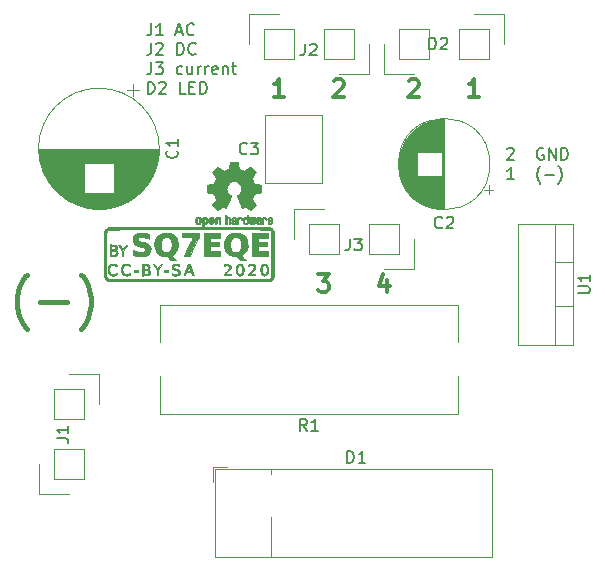
<source format=gbr>
%TF.GenerationSoftware,KiCad,Pcbnew,5.1.5-1.fc31*%
%TF.CreationDate,2020-04-07T08:34:53+02:00*%
%TF.ProjectId,zasilacz,7a617369-6c61-4637-9a2e-6b696361645f,rev?*%
%TF.SameCoordinates,Original*%
%TF.FileFunction,Legend,Top*%
%TF.FilePolarity,Positive*%
%FSLAX46Y46*%
G04 Gerber Fmt 4.6, Leading zero omitted, Abs format (unit mm)*
G04 Created by KiCad (PCBNEW 5.1.5-1.fc31) date 2020-04-07 08:34:53*
%MOMM*%
%LPD*%
G04 APERTURE LIST*
%ADD10C,0.150000*%
%ADD11C,0.400000*%
%ADD12C,0.300000*%
%ADD13C,0.010000*%
%ADD14C,0.120000*%
%ADD15R,2.102000X2.007000*%
%ADD16O,2.102000X2.007000*%
%ADD17C,2.302000*%
%ADD18R,2.102000X2.102000*%
%ADD19C,2.102000*%
%ADD20R,1.702000X1.702000*%
%ADD21C,1.702000*%
%ADD22C,1.502000*%
%ADD23C,2.902000*%
%ADD24R,2.902000X2.902000*%
%ADD25R,1.626000X1.626000*%
%ADD26C,1.626000*%
%ADD27C,1.926000*%
%ADD28R,1.926000X1.926000*%
%ADD29C,2.502000*%
%ADD30O,2.502000X2.502000*%
G04 APERTURE END LIST*
D10*
X120001309Y-65557380D02*
X120001309Y-66271666D01*
X119953690Y-66414523D01*
X119858452Y-66509761D01*
X119715595Y-66557380D01*
X119620357Y-66557380D01*
X121001309Y-66557380D02*
X120429880Y-66557380D01*
X120715595Y-66557380D02*
X120715595Y-65557380D01*
X120620357Y-65700238D01*
X120525119Y-65795476D01*
X120429880Y-65843095D01*
X122144166Y-66271666D02*
X122620357Y-66271666D01*
X122048928Y-66557380D02*
X122382261Y-65557380D01*
X122715595Y-66557380D01*
X123620357Y-66462142D02*
X123572738Y-66509761D01*
X123429880Y-66557380D01*
X123334642Y-66557380D01*
X123191785Y-66509761D01*
X123096547Y-66414523D01*
X123048928Y-66319285D01*
X123001309Y-66128809D01*
X123001309Y-65985952D01*
X123048928Y-65795476D01*
X123096547Y-65700238D01*
X123191785Y-65605000D01*
X123334642Y-65557380D01*
X123429880Y-65557380D01*
X123572738Y-65605000D01*
X123620357Y-65652619D01*
X120001309Y-67207380D02*
X120001309Y-67921666D01*
X119953690Y-68064523D01*
X119858452Y-68159761D01*
X119715595Y-68207380D01*
X119620357Y-68207380D01*
X120429880Y-67302619D02*
X120477500Y-67255000D01*
X120572738Y-67207380D01*
X120810833Y-67207380D01*
X120906071Y-67255000D01*
X120953690Y-67302619D01*
X121001309Y-67397857D01*
X121001309Y-67493095D01*
X120953690Y-67635952D01*
X120382261Y-68207380D01*
X121001309Y-68207380D01*
X122191785Y-68207380D02*
X122191785Y-67207380D01*
X122429880Y-67207380D01*
X122572738Y-67255000D01*
X122667976Y-67350238D01*
X122715595Y-67445476D01*
X122763214Y-67635952D01*
X122763214Y-67778809D01*
X122715595Y-67969285D01*
X122667976Y-68064523D01*
X122572738Y-68159761D01*
X122429880Y-68207380D01*
X122191785Y-68207380D01*
X123763214Y-68112142D02*
X123715595Y-68159761D01*
X123572738Y-68207380D01*
X123477500Y-68207380D01*
X123334642Y-68159761D01*
X123239404Y-68064523D01*
X123191785Y-67969285D01*
X123144166Y-67778809D01*
X123144166Y-67635952D01*
X123191785Y-67445476D01*
X123239404Y-67350238D01*
X123334642Y-67255000D01*
X123477500Y-67207380D01*
X123572738Y-67207380D01*
X123715595Y-67255000D01*
X123763214Y-67302619D01*
X120001309Y-68857380D02*
X120001309Y-69571666D01*
X119953690Y-69714523D01*
X119858452Y-69809761D01*
X119715595Y-69857380D01*
X119620357Y-69857380D01*
X120382261Y-68857380D02*
X121001309Y-68857380D01*
X120667976Y-69238333D01*
X120810833Y-69238333D01*
X120906071Y-69285952D01*
X120953690Y-69333571D01*
X121001309Y-69428809D01*
X121001309Y-69666904D01*
X120953690Y-69762142D01*
X120906071Y-69809761D01*
X120810833Y-69857380D01*
X120525119Y-69857380D01*
X120429880Y-69809761D01*
X120382261Y-69762142D01*
X122620357Y-69809761D02*
X122525119Y-69857380D01*
X122334642Y-69857380D01*
X122239404Y-69809761D01*
X122191785Y-69762142D01*
X122144166Y-69666904D01*
X122144166Y-69381190D01*
X122191785Y-69285952D01*
X122239404Y-69238333D01*
X122334642Y-69190714D01*
X122525119Y-69190714D01*
X122620357Y-69238333D01*
X123477500Y-69190714D02*
X123477500Y-69857380D01*
X123048928Y-69190714D02*
X123048928Y-69714523D01*
X123096547Y-69809761D01*
X123191785Y-69857380D01*
X123334642Y-69857380D01*
X123429880Y-69809761D01*
X123477500Y-69762142D01*
X123953690Y-69857380D02*
X123953690Y-69190714D01*
X123953690Y-69381190D02*
X124001309Y-69285952D01*
X124048928Y-69238333D01*
X124144166Y-69190714D01*
X124239404Y-69190714D01*
X124572738Y-69857380D02*
X124572738Y-69190714D01*
X124572738Y-69381190D02*
X124620357Y-69285952D01*
X124667976Y-69238333D01*
X124763214Y-69190714D01*
X124858452Y-69190714D01*
X125572738Y-69809761D02*
X125477500Y-69857380D01*
X125287023Y-69857380D01*
X125191785Y-69809761D01*
X125144166Y-69714523D01*
X125144166Y-69333571D01*
X125191785Y-69238333D01*
X125287023Y-69190714D01*
X125477500Y-69190714D01*
X125572738Y-69238333D01*
X125620357Y-69333571D01*
X125620357Y-69428809D01*
X125144166Y-69524047D01*
X126048928Y-69190714D02*
X126048928Y-69857380D01*
X126048928Y-69285952D02*
X126096547Y-69238333D01*
X126191785Y-69190714D01*
X126334642Y-69190714D01*
X126429880Y-69238333D01*
X126477500Y-69333571D01*
X126477500Y-69857380D01*
X126810833Y-69190714D02*
X127191785Y-69190714D01*
X126953690Y-68857380D02*
X126953690Y-69714523D01*
X127001309Y-69809761D01*
X127096547Y-69857380D01*
X127191785Y-69857380D01*
X119715595Y-71507380D02*
X119715595Y-70507380D01*
X119953690Y-70507380D01*
X120096547Y-70555000D01*
X120191785Y-70650238D01*
X120239404Y-70745476D01*
X120287023Y-70935952D01*
X120287023Y-71078809D01*
X120239404Y-71269285D01*
X120191785Y-71364523D01*
X120096547Y-71459761D01*
X119953690Y-71507380D01*
X119715595Y-71507380D01*
X120667976Y-70602619D02*
X120715595Y-70555000D01*
X120810833Y-70507380D01*
X121048928Y-70507380D01*
X121144166Y-70555000D01*
X121191785Y-70602619D01*
X121239404Y-70697857D01*
X121239404Y-70793095D01*
X121191785Y-70935952D01*
X120620357Y-71507380D01*
X121239404Y-71507380D01*
X122906071Y-71507380D02*
X122429880Y-71507380D01*
X122429880Y-70507380D01*
X123239404Y-70983571D02*
X123572738Y-70983571D01*
X123715595Y-71507380D02*
X123239404Y-71507380D01*
X123239404Y-70507380D01*
X123715595Y-70507380D01*
X124144166Y-71507380D02*
X124144166Y-70507380D01*
X124382261Y-70507380D01*
X124525119Y-70555000D01*
X124620357Y-70650238D01*
X124667976Y-70745476D01*
X124715595Y-70935952D01*
X124715595Y-71078809D01*
X124667976Y-71269285D01*
X124620357Y-71364523D01*
X124525119Y-71459761D01*
X124382261Y-71507380D01*
X124144166Y-71507380D01*
D11*
X109474285Y-91400000D02*
X109331428Y-91257142D01*
X109045714Y-90828571D01*
X108902857Y-90542857D01*
X108760000Y-90114285D01*
X108617142Y-89400000D01*
X108617142Y-88828571D01*
X108760000Y-88114285D01*
X108902857Y-87685714D01*
X109045714Y-87400000D01*
X109331428Y-86971428D01*
X109474285Y-86828571D01*
X110617142Y-89114285D02*
X112902857Y-89114285D01*
X114045714Y-91400000D02*
X114188571Y-91257142D01*
X114474285Y-90828571D01*
X114617142Y-90542857D01*
X114760000Y-90114285D01*
X114902857Y-89400000D01*
X114902857Y-88828571D01*
X114760000Y-88114285D01*
X114617142Y-87685714D01*
X114474285Y-87400000D01*
X114188571Y-86971428D01*
X114045714Y-86828571D01*
D10*
X150147976Y-76192619D02*
X150195595Y-76145000D01*
X150290833Y-76097380D01*
X150528928Y-76097380D01*
X150624166Y-76145000D01*
X150671785Y-76192619D01*
X150719404Y-76287857D01*
X150719404Y-76383095D01*
X150671785Y-76525952D01*
X150100357Y-77097380D01*
X150719404Y-77097380D01*
X153195595Y-76145000D02*
X153100357Y-76097380D01*
X152957500Y-76097380D01*
X152814642Y-76145000D01*
X152719404Y-76240238D01*
X152671785Y-76335476D01*
X152624166Y-76525952D01*
X152624166Y-76668809D01*
X152671785Y-76859285D01*
X152719404Y-76954523D01*
X152814642Y-77049761D01*
X152957500Y-77097380D01*
X153052738Y-77097380D01*
X153195595Y-77049761D01*
X153243214Y-77002142D01*
X153243214Y-76668809D01*
X153052738Y-76668809D01*
X153671785Y-77097380D02*
X153671785Y-76097380D01*
X154243214Y-77097380D01*
X154243214Y-76097380D01*
X154719404Y-77097380D02*
X154719404Y-76097380D01*
X154957500Y-76097380D01*
X155100357Y-76145000D01*
X155195595Y-76240238D01*
X155243214Y-76335476D01*
X155290833Y-76525952D01*
X155290833Y-76668809D01*
X155243214Y-76859285D01*
X155195595Y-76954523D01*
X155100357Y-77049761D01*
X154957500Y-77097380D01*
X154719404Y-77097380D01*
X150719404Y-78747380D02*
X150147976Y-78747380D01*
X150433690Y-78747380D02*
X150433690Y-77747380D01*
X150338452Y-77890238D01*
X150243214Y-77985476D01*
X150147976Y-78033095D01*
X152957500Y-79128333D02*
X152909880Y-79080714D01*
X152814642Y-78937857D01*
X152767023Y-78842619D01*
X152719404Y-78699761D01*
X152671785Y-78461666D01*
X152671785Y-78271190D01*
X152719404Y-78033095D01*
X152767023Y-77890238D01*
X152814642Y-77795000D01*
X152909880Y-77652142D01*
X152957500Y-77604523D01*
X153338452Y-78366428D02*
X154100357Y-78366428D01*
X154481309Y-79128333D02*
X154528928Y-79080714D01*
X154624166Y-78937857D01*
X154671785Y-78842619D01*
X154719404Y-78699761D01*
X154767023Y-78461666D01*
X154767023Y-78271190D01*
X154719404Y-78033095D01*
X154671785Y-77890238D01*
X154624166Y-77795000D01*
X154528928Y-77652142D01*
X154481309Y-77604523D01*
D12*
X139985714Y-87308571D02*
X139985714Y-88308571D01*
X139628571Y-86737142D02*
X139271428Y-87808571D01*
X140200000Y-87808571D01*
X134120000Y-86808571D02*
X135048571Y-86808571D01*
X134548571Y-87380000D01*
X134762857Y-87380000D01*
X134905714Y-87451428D01*
X134977142Y-87522857D01*
X135048571Y-87665714D01*
X135048571Y-88022857D01*
X134977142Y-88165714D01*
X134905714Y-88237142D01*
X134762857Y-88308571D01*
X134334285Y-88308571D01*
X134191428Y-88237142D01*
X134120000Y-88165714D01*
X147748571Y-71798571D02*
X146891428Y-71798571D01*
X147320000Y-71798571D02*
X147320000Y-70298571D01*
X147177142Y-70512857D01*
X147034285Y-70655714D01*
X146891428Y-70727142D01*
X141811428Y-70441428D02*
X141882857Y-70370000D01*
X142025714Y-70298571D01*
X142382857Y-70298571D01*
X142525714Y-70370000D01*
X142597142Y-70441428D01*
X142668571Y-70584285D01*
X142668571Y-70727142D01*
X142597142Y-70941428D01*
X141740000Y-71798571D01*
X142668571Y-71798571D01*
X135461428Y-70441428D02*
X135532857Y-70370000D01*
X135675714Y-70298571D01*
X136032857Y-70298571D01*
X136175714Y-70370000D01*
X136247142Y-70441428D01*
X136318571Y-70584285D01*
X136318571Y-70727142D01*
X136247142Y-70941428D01*
X135390000Y-71798571D01*
X136318571Y-71798571D01*
X131238571Y-71798571D02*
X130381428Y-71798571D01*
X130810000Y-71798571D02*
X130810000Y-70298571D01*
X130667142Y-70512857D01*
X130524285Y-70655714D01*
X130381428Y-70727142D01*
D13*
%TO.C,G\002A\002A\002A*%
G36*
X129873375Y-83693000D02*
G01*
X129032000Y-83693000D01*
X129032000Y-84058125D01*
X129825750Y-84058125D01*
X129825750Y-84423250D01*
X129032000Y-84423250D01*
X129032000Y-84867750D01*
X129905125Y-84867750D01*
X129905125Y-85248750D01*
X128523754Y-85248750D01*
X128527845Y-84284343D01*
X128531937Y-83319937D01*
X129873375Y-83311655D01*
X129873375Y-83693000D01*
G37*
X129873375Y-83693000D02*
X129032000Y-83693000D01*
X129032000Y-84058125D01*
X129825750Y-84058125D01*
X129825750Y-84423250D01*
X129032000Y-84423250D01*
X129032000Y-84867750D01*
X129905125Y-84867750D01*
X129905125Y-85248750D01*
X128523754Y-85248750D01*
X128527845Y-84284343D01*
X128531937Y-83319937D01*
X129873375Y-83311655D01*
X129873375Y-83693000D01*
G36*
X125809375Y-83693000D02*
G01*
X124968000Y-83693000D01*
X124968000Y-84058125D01*
X125761750Y-84058125D01*
X125761750Y-84422695D01*
X125368843Y-84426941D01*
X124975937Y-84431187D01*
X124971520Y-84649468D01*
X124967104Y-84867750D01*
X125841125Y-84867750D01*
X125841125Y-85248750D01*
X124475875Y-85248750D01*
X124475875Y-83312000D01*
X125809375Y-83312000D01*
X125809375Y-83693000D01*
G37*
X125809375Y-83693000D02*
X124968000Y-83693000D01*
X124968000Y-84058125D01*
X125761750Y-84058125D01*
X125761750Y-84422695D01*
X125368843Y-84426941D01*
X124975937Y-84431187D01*
X124971520Y-84649468D01*
X124967104Y-84867750D01*
X125841125Y-84867750D01*
X125841125Y-85248750D01*
X124475875Y-85248750D01*
X124475875Y-83312000D01*
X125809375Y-83312000D01*
X125809375Y-83693000D01*
G36*
X124015500Y-83608967D02*
G01*
X123643404Y-84424890D01*
X123271309Y-85240812D01*
X123032217Y-85245194D01*
X122949183Y-85246049D01*
X122878675Y-85245504D01*
X122826167Y-85243701D01*
X122797131Y-85240786D01*
X122793125Y-85238916D01*
X122799506Y-85222828D01*
X122817835Y-85180576D01*
X122846890Y-85114887D01*
X122885450Y-85028488D01*
X122932292Y-84924104D01*
X122986196Y-84804463D01*
X123045939Y-84672290D01*
X123110300Y-84530313D01*
X123136002Y-84473724D01*
X123202073Y-84328267D01*
X123264262Y-84191240D01*
X123321311Y-84065420D01*
X123371964Y-83953584D01*
X123414963Y-83858511D01*
X123449053Y-83782979D01*
X123472975Y-83729764D01*
X123485473Y-83701645D01*
X123486950Y-83698158D01*
X123484239Y-83691941D01*
X123468830Y-83687025D01*
X123437770Y-83683273D01*
X123388103Y-83680548D01*
X123316877Y-83678714D01*
X123221138Y-83677633D01*
X123097930Y-83677169D01*
X123032948Y-83677125D01*
X122570875Y-83677125D01*
X122570875Y-83312000D01*
X124015500Y-83312000D01*
X124015500Y-83608967D01*
G37*
X124015500Y-83608967D02*
X123643404Y-84424890D01*
X123271309Y-85240812D01*
X123032217Y-85245194D01*
X122949183Y-85246049D01*
X122878675Y-85245504D01*
X122826167Y-85243701D01*
X122797131Y-85240786D01*
X122793125Y-85238916D01*
X122799506Y-85222828D01*
X122817835Y-85180576D01*
X122846890Y-85114887D01*
X122885450Y-85028488D01*
X122932292Y-84924104D01*
X122986196Y-84804463D01*
X123045939Y-84672290D01*
X123110300Y-84530313D01*
X123136002Y-84473724D01*
X123202073Y-84328267D01*
X123264262Y-84191240D01*
X123321311Y-84065420D01*
X123371964Y-83953584D01*
X123414963Y-83858511D01*
X123449053Y-83782979D01*
X123472975Y-83729764D01*
X123485473Y-83701645D01*
X123486950Y-83698158D01*
X123484239Y-83691941D01*
X123468830Y-83687025D01*
X123437770Y-83683273D01*
X123388103Y-83680548D01*
X123316877Y-83678714D01*
X123221138Y-83677633D01*
X123097930Y-83677169D01*
X123032948Y-83677125D01*
X122570875Y-83677125D01*
X122570875Y-83312000D01*
X124015500Y-83312000D01*
X124015500Y-83608967D01*
G36*
X117959397Y-84282191D02*
G01*
X117981424Y-84286728D01*
X117983000Y-84288536D01*
X117974597Y-84303677D01*
X117951214Y-84340937D01*
X117915582Y-84396086D01*
X117870436Y-84464895D01*
X117818509Y-84543135D01*
X117816312Y-84546428D01*
X117649625Y-84796157D01*
X117649625Y-85248750D01*
X117522625Y-85248750D01*
X117522625Y-84787354D01*
X117355937Y-84543419D01*
X117303359Y-84465938D01*
X117257594Y-84397472D01*
X117221450Y-84342305D01*
X117197733Y-84304721D01*
X117189250Y-84289016D01*
X117203331Y-84283654D01*
X117238761Y-84282510D01*
X117256718Y-84283430D01*
X117283178Y-84286021D01*
X117304671Y-84292101D01*
X117325217Y-84305706D01*
X117348837Y-84330870D01*
X117379550Y-84371628D01*
X117421377Y-84432015D01*
X117456780Y-84484224D01*
X117589372Y-84680136D01*
X117722869Y-84480255D01*
X117856366Y-84280375D01*
X117919683Y-84280375D01*
X117959397Y-84282191D01*
G37*
X117959397Y-84282191D02*
X117981424Y-84286728D01*
X117983000Y-84288536D01*
X117974597Y-84303677D01*
X117951214Y-84340937D01*
X117915582Y-84396086D01*
X117870436Y-84464895D01*
X117818509Y-84543135D01*
X117816312Y-84546428D01*
X117649625Y-84796157D01*
X117649625Y-85248750D01*
X117522625Y-85248750D01*
X117522625Y-84787354D01*
X117355937Y-84543419D01*
X117303359Y-84465938D01*
X117257594Y-84397472D01*
X117221450Y-84342305D01*
X117197733Y-84304721D01*
X117189250Y-84289016D01*
X117203331Y-84283654D01*
X117238761Y-84282510D01*
X117256718Y-84283430D01*
X117283178Y-84286021D01*
X117304671Y-84292101D01*
X117325217Y-84305706D01*
X117348837Y-84330870D01*
X117379550Y-84371628D01*
X117421377Y-84432015D01*
X117456780Y-84484224D01*
X117589372Y-84680136D01*
X117722869Y-84480255D01*
X117856366Y-84280375D01*
X117919683Y-84280375D01*
X117959397Y-84282191D01*
G36*
X116709031Y-84283285D02*
G01*
X116816795Y-84287432D01*
X116898282Y-84294197D01*
X116958942Y-84305089D01*
X117004227Y-84321615D01*
X117039591Y-84345284D01*
X117070484Y-84377603D01*
X117076306Y-84384855D01*
X117110549Y-84449835D01*
X117122100Y-84522265D01*
X117112047Y-84593639D01*
X117081478Y-84655453D01*
X117036441Y-84696406D01*
X116980680Y-84729305D01*
X117039656Y-84762809D01*
X117103593Y-84814252D01*
X117141520Y-84882125D01*
X117154397Y-84968417D01*
X117153471Y-84998932D01*
X117139325Y-85081735D01*
X117106243Y-85143613D01*
X117049526Y-85192015D01*
X117021662Y-85207973D01*
X116992691Y-85221076D01*
X116959589Y-85230547D01*
X116916303Y-85237144D01*
X116856778Y-85241628D01*
X116774957Y-85244757D01*
X116716968Y-85246206D01*
X116474875Y-85251599D01*
X116474875Y-84788375D01*
X116601875Y-84788375D01*
X116601875Y-85140515D01*
X116768237Y-85135101D01*
X116843762Y-85132089D01*
X116894762Y-85127840D01*
X116928463Y-85120722D01*
X116952088Y-85109106D01*
X116972860Y-85091365D01*
X116976013Y-85088238D01*
X117008898Y-85035784D01*
X117020275Y-84972838D01*
X117011745Y-84908399D01*
X116984906Y-84851467D01*
X116941355Y-84811038D01*
X116925448Y-84803541D01*
X116891680Y-84796642D01*
X116836204Y-84791385D01*
X116769049Y-84788607D01*
X116743716Y-84788375D01*
X116601875Y-84788375D01*
X116474875Y-84788375D01*
X116474875Y-84391500D01*
X116601875Y-84391500D01*
X116601875Y-84680225D01*
X116758996Y-84674768D01*
X116836324Y-84670940D01*
X116888788Y-84664991D01*
X116923264Y-84655631D01*
X116946626Y-84641572D01*
X116949496Y-84639070D01*
X116973018Y-84599820D01*
X116983631Y-84544251D01*
X116979535Y-84485788D01*
X116973013Y-84463648D01*
X116944402Y-84428970D01*
X116888894Y-84405743D01*
X116805323Y-84393609D01*
X116737600Y-84391500D01*
X116601875Y-84391500D01*
X116474875Y-84391500D01*
X116474875Y-84276914D01*
X116709031Y-84283285D01*
G37*
X116709031Y-84283285D02*
X116816795Y-84287432D01*
X116898282Y-84294197D01*
X116958942Y-84305089D01*
X117004227Y-84321615D01*
X117039591Y-84345284D01*
X117070484Y-84377603D01*
X117076306Y-84384855D01*
X117110549Y-84449835D01*
X117122100Y-84522265D01*
X117112047Y-84593639D01*
X117081478Y-84655453D01*
X117036441Y-84696406D01*
X116980680Y-84729305D01*
X117039656Y-84762809D01*
X117103593Y-84814252D01*
X117141520Y-84882125D01*
X117154397Y-84968417D01*
X117153471Y-84998932D01*
X117139325Y-85081735D01*
X117106243Y-85143613D01*
X117049526Y-85192015D01*
X117021662Y-85207973D01*
X116992691Y-85221076D01*
X116959589Y-85230547D01*
X116916303Y-85237144D01*
X116856778Y-85241628D01*
X116774957Y-85244757D01*
X116716968Y-85246206D01*
X116474875Y-85251599D01*
X116474875Y-84788375D01*
X116601875Y-84788375D01*
X116601875Y-85140515D01*
X116768237Y-85135101D01*
X116843762Y-85132089D01*
X116894762Y-85127840D01*
X116928463Y-85120722D01*
X116952088Y-85109106D01*
X116972860Y-85091365D01*
X116976013Y-85088238D01*
X117008898Y-85035784D01*
X117020275Y-84972838D01*
X117011745Y-84908399D01*
X116984906Y-84851467D01*
X116941355Y-84811038D01*
X116925448Y-84803541D01*
X116891680Y-84796642D01*
X116836204Y-84791385D01*
X116769049Y-84788607D01*
X116743716Y-84788375D01*
X116601875Y-84788375D01*
X116474875Y-84788375D01*
X116474875Y-84391500D01*
X116601875Y-84391500D01*
X116601875Y-84680225D01*
X116758996Y-84674768D01*
X116836324Y-84670940D01*
X116888788Y-84664991D01*
X116923264Y-84655631D01*
X116946626Y-84641572D01*
X116949496Y-84639070D01*
X116973018Y-84599820D01*
X116983631Y-84544251D01*
X116979535Y-84485788D01*
X116973013Y-84463648D01*
X116944402Y-84428970D01*
X116888894Y-84405743D01*
X116805323Y-84393609D01*
X116737600Y-84391500D01*
X116601875Y-84391500D01*
X116474875Y-84391500D01*
X116474875Y-84276914D01*
X116709031Y-84283285D01*
G36*
X119333232Y-83295080D02*
G01*
X119492632Y-83312727D01*
X119654002Y-83340146D01*
X119717343Y-83353696D01*
X119824500Y-83378044D01*
X119824500Y-83786032D01*
X119699449Y-83740394D01*
X119562551Y-83697497D01*
X119424893Y-83667360D01*
X119292196Y-83650428D01*
X119170180Y-83647149D01*
X119064567Y-83657971D01*
X118981077Y-83683339D01*
X118979403Y-83684125D01*
X118922448Y-83725787D01*
X118888099Y-83781336D01*
X118877141Y-83843416D01*
X118890360Y-83904672D01*
X118928542Y-83957748D01*
X118948512Y-83973410D01*
X118990312Y-83994186D01*
X119050918Y-84015657D01*
X119117797Y-84033433D01*
X119123137Y-84034584D01*
X119290502Y-84071638D01*
X119429525Y-84106415D01*
X119543426Y-84140071D01*
X119635427Y-84173762D01*
X119708747Y-84208646D01*
X119766609Y-84245879D01*
X119805375Y-84279567D01*
X119875489Y-84371756D01*
X119921618Y-84482656D01*
X119942955Y-84609278D01*
X119938689Y-84748631D01*
X119936599Y-84764782D01*
X119905215Y-84901245D01*
X119851622Y-85015592D01*
X119774980Y-85108692D01*
X119674449Y-85181415D01*
X119549189Y-85234629D01*
X119460476Y-85257840D01*
X119404341Y-85265867D01*
X119325642Y-85272087D01*
X119233527Y-85276296D01*
X119137140Y-85278289D01*
X119045628Y-85277863D01*
X118968138Y-85274813D01*
X118919625Y-85269925D01*
X118841498Y-85255574D01*
X118747261Y-85235287D01*
X118651050Y-85212333D01*
X118566998Y-85189978D01*
X118542593Y-85182755D01*
X118443375Y-85152224D01*
X118443375Y-84944788D01*
X118444076Y-84856711D01*
X118446427Y-84796655D01*
X118450795Y-84760917D01*
X118457548Y-84745793D01*
X118463218Y-84745193D01*
X118485925Y-84754451D01*
X118530268Y-84772743D01*
X118588574Y-84796896D01*
X118621180Y-84810437D01*
X118769531Y-84865237D01*
X118905795Y-84899933D01*
X119040397Y-84916809D01*
X119118062Y-84919326D01*
X119238707Y-84912597D01*
X119331999Y-84891081D01*
X119399019Y-84854113D01*
X119440852Y-84801029D01*
X119458580Y-84731164D01*
X119459375Y-84709852D01*
X119452456Y-84647057D01*
X119429887Y-84604068D01*
X119427164Y-84601037D01*
X119405872Y-84579894D01*
X119382489Y-84561901D01*
X119352930Y-84545635D01*
X119313112Y-84529672D01*
X119258948Y-84512589D01*
X119186356Y-84492963D01*
X119091250Y-84469368D01*
X118969546Y-84440383D01*
X118959312Y-84437971D01*
X118803491Y-84392035D01*
X118676321Y-84333747D01*
X118576716Y-84261873D01*
X118503589Y-84175181D01*
X118455852Y-84072438D01*
X118432417Y-83952412D01*
X118430656Y-83838562D01*
X118449049Y-83702890D01*
X118490406Y-83587903D01*
X118556097Y-83491826D01*
X118647494Y-83412888D01*
X118765967Y-83349314D01*
X118827094Y-83325728D01*
X118922733Y-83302529D01*
X119042694Y-83289806D01*
X119181390Y-83287381D01*
X119333232Y-83295080D01*
G37*
X119333232Y-83295080D02*
X119492632Y-83312727D01*
X119654002Y-83340146D01*
X119717343Y-83353696D01*
X119824500Y-83378044D01*
X119824500Y-83786032D01*
X119699449Y-83740394D01*
X119562551Y-83697497D01*
X119424893Y-83667360D01*
X119292196Y-83650428D01*
X119170180Y-83647149D01*
X119064567Y-83657971D01*
X118981077Y-83683339D01*
X118979403Y-83684125D01*
X118922448Y-83725787D01*
X118888099Y-83781336D01*
X118877141Y-83843416D01*
X118890360Y-83904672D01*
X118928542Y-83957748D01*
X118948512Y-83973410D01*
X118990312Y-83994186D01*
X119050918Y-84015657D01*
X119117797Y-84033433D01*
X119123137Y-84034584D01*
X119290502Y-84071638D01*
X119429525Y-84106415D01*
X119543426Y-84140071D01*
X119635427Y-84173762D01*
X119708747Y-84208646D01*
X119766609Y-84245879D01*
X119805375Y-84279567D01*
X119875489Y-84371756D01*
X119921618Y-84482656D01*
X119942955Y-84609278D01*
X119938689Y-84748631D01*
X119936599Y-84764782D01*
X119905215Y-84901245D01*
X119851622Y-85015592D01*
X119774980Y-85108692D01*
X119674449Y-85181415D01*
X119549189Y-85234629D01*
X119460476Y-85257840D01*
X119404341Y-85265867D01*
X119325642Y-85272087D01*
X119233527Y-85276296D01*
X119137140Y-85278289D01*
X119045628Y-85277863D01*
X118968138Y-85274813D01*
X118919625Y-85269925D01*
X118841498Y-85255574D01*
X118747261Y-85235287D01*
X118651050Y-85212333D01*
X118566998Y-85189978D01*
X118542593Y-85182755D01*
X118443375Y-85152224D01*
X118443375Y-84944788D01*
X118444076Y-84856711D01*
X118446427Y-84796655D01*
X118450795Y-84760917D01*
X118457548Y-84745793D01*
X118463218Y-84745193D01*
X118485925Y-84754451D01*
X118530268Y-84772743D01*
X118588574Y-84796896D01*
X118621180Y-84810437D01*
X118769531Y-84865237D01*
X118905795Y-84899933D01*
X119040397Y-84916809D01*
X119118062Y-84919326D01*
X119238707Y-84912597D01*
X119331999Y-84891081D01*
X119399019Y-84854113D01*
X119440852Y-84801029D01*
X119458580Y-84731164D01*
X119459375Y-84709852D01*
X119452456Y-84647057D01*
X119429887Y-84604068D01*
X119427164Y-84601037D01*
X119405872Y-84579894D01*
X119382489Y-84561901D01*
X119352930Y-84545635D01*
X119313112Y-84529672D01*
X119258948Y-84512589D01*
X119186356Y-84492963D01*
X119091250Y-84469368D01*
X118969546Y-84440383D01*
X118959312Y-84437971D01*
X118803491Y-84392035D01*
X118676321Y-84333747D01*
X118576716Y-84261873D01*
X118503589Y-84175181D01*
X118455852Y-84072438D01*
X118432417Y-83952412D01*
X118430656Y-83838562D01*
X118449049Y-83702890D01*
X118490406Y-83587903D01*
X118556097Y-83491826D01*
X118647494Y-83412888D01*
X118765967Y-83349314D01*
X118827094Y-83325728D01*
X118922733Y-83302529D01*
X119042694Y-83289806D01*
X119181390Y-83287381D01*
X119333232Y-83295080D01*
G36*
X127277612Y-83292156D02*
G01*
X127383582Y-83301285D01*
X127469532Y-83316520D01*
X127476250Y-83318274D01*
X127641306Y-83377107D01*
X127783578Y-83458042D01*
X127903030Y-83561034D01*
X127999628Y-83686037D01*
X128073335Y-83833007D01*
X128124118Y-84001897D01*
X128151941Y-84192664D01*
X128151973Y-84193062D01*
X128153268Y-84378881D01*
X128127256Y-84554666D01*
X128075111Y-84717876D01*
X127998004Y-84865967D01*
X127897110Y-84996397D01*
X127773599Y-85106624D01*
X127711234Y-85148784D01*
X127617854Y-85206422D01*
X127671065Y-85263304D01*
X127702428Y-85297239D01*
X127748864Y-85347989D01*
X127804192Y-85408782D01*
X127862235Y-85472843D01*
X127864156Y-85474968D01*
X128004034Y-85629750D01*
X127526267Y-85629750D01*
X127372172Y-85457332D01*
X127218078Y-85284915D01*
X127073320Y-85275628D01*
X126888860Y-85250817D01*
X126723275Y-85201678D01*
X126577517Y-85128895D01*
X126452542Y-85033150D01*
X126349303Y-84915127D01*
X126268754Y-84775509D01*
X126228058Y-84670543D01*
X126198383Y-84547524D01*
X126180710Y-84406124D01*
X126178832Y-84351552D01*
X126687536Y-84351552D01*
X126702708Y-84481149D01*
X126733322Y-84601929D01*
X126779299Y-84708072D01*
X126840559Y-84793759D01*
X126860206Y-84813083D01*
X126951660Y-84875162D01*
X127057457Y-84912508D01*
X127170891Y-84924158D01*
X127285255Y-84909147D01*
X127357187Y-84884518D01*
X127427430Y-84840143D01*
X127495416Y-84772788D01*
X127553816Y-84690816D01*
X127588682Y-84620398D01*
X127603496Y-84579953D01*
X127613849Y-84541069D01*
X127620537Y-84496757D01*
X127624357Y-84440024D01*
X127626107Y-84363878D01*
X127626544Y-84288312D01*
X127626283Y-84193011D01*
X127624482Y-84122254D01*
X127620326Y-84068843D01*
X127613003Y-84025580D01*
X127601700Y-83985267D01*
X127587999Y-83947000D01*
X127531100Y-83835535D01*
X127455067Y-83748836D01*
X127361679Y-83688056D01*
X127252713Y-83654351D01*
X127129948Y-83648874D01*
X127128845Y-83648952D01*
X127015130Y-83669196D01*
X126919674Y-83713460D01*
X126846078Y-83774952D01*
X126782852Y-83861358D01*
X126735464Y-83968040D01*
X126703835Y-84089178D01*
X126687885Y-84218955D01*
X126687536Y-84351552D01*
X126178832Y-84351552D01*
X126175596Y-84257576D01*
X126183597Y-84113112D01*
X126196160Y-84026375D01*
X126242575Y-83859304D01*
X126314735Y-83710183D01*
X126411206Y-83580552D01*
X126530552Y-83471950D01*
X126671338Y-83385918D01*
X126832129Y-83323996D01*
X126857125Y-83317083D01*
X126941378Y-83301595D01*
X127046330Y-83292291D01*
X127161802Y-83289151D01*
X127277612Y-83292156D01*
G37*
X127277612Y-83292156D02*
X127383582Y-83301285D01*
X127469532Y-83316520D01*
X127476250Y-83318274D01*
X127641306Y-83377107D01*
X127783578Y-83458042D01*
X127903030Y-83561034D01*
X127999628Y-83686037D01*
X128073335Y-83833007D01*
X128124118Y-84001897D01*
X128151941Y-84192664D01*
X128151973Y-84193062D01*
X128153268Y-84378881D01*
X128127256Y-84554666D01*
X128075111Y-84717876D01*
X127998004Y-84865967D01*
X127897110Y-84996397D01*
X127773599Y-85106624D01*
X127711234Y-85148784D01*
X127617854Y-85206422D01*
X127671065Y-85263304D01*
X127702428Y-85297239D01*
X127748864Y-85347989D01*
X127804192Y-85408782D01*
X127862235Y-85472843D01*
X127864156Y-85474968D01*
X128004034Y-85629750D01*
X127526267Y-85629750D01*
X127372172Y-85457332D01*
X127218078Y-85284915D01*
X127073320Y-85275628D01*
X126888860Y-85250817D01*
X126723275Y-85201678D01*
X126577517Y-85128895D01*
X126452542Y-85033150D01*
X126349303Y-84915127D01*
X126268754Y-84775509D01*
X126228058Y-84670543D01*
X126198383Y-84547524D01*
X126180710Y-84406124D01*
X126178832Y-84351552D01*
X126687536Y-84351552D01*
X126702708Y-84481149D01*
X126733322Y-84601929D01*
X126779299Y-84708072D01*
X126840559Y-84793759D01*
X126860206Y-84813083D01*
X126951660Y-84875162D01*
X127057457Y-84912508D01*
X127170891Y-84924158D01*
X127285255Y-84909147D01*
X127357187Y-84884518D01*
X127427430Y-84840143D01*
X127495416Y-84772788D01*
X127553816Y-84690816D01*
X127588682Y-84620398D01*
X127603496Y-84579953D01*
X127613849Y-84541069D01*
X127620537Y-84496757D01*
X127624357Y-84440024D01*
X127626107Y-84363878D01*
X127626544Y-84288312D01*
X127626283Y-84193011D01*
X127624482Y-84122254D01*
X127620326Y-84068843D01*
X127613003Y-84025580D01*
X127601700Y-83985267D01*
X127587999Y-83947000D01*
X127531100Y-83835535D01*
X127455067Y-83748836D01*
X127361679Y-83688056D01*
X127252713Y-83654351D01*
X127129948Y-83648874D01*
X127128845Y-83648952D01*
X127015130Y-83669196D01*
X126919674Y-83713460D01*
X126846078Y-83774952D01*
X126782852Y-83861358D01*
X126735464Y-83968040D01*
X126703835Y-84089178D01*
X126687885Y-84218955D01*
X126687536Y-84351552D01*
X126178832Y-84351552D01*
X126175596Y-84257576D01*
X126183597Y-84113112D01*
X126196160Y-84026375D01*
X126242575Y-83859304D01*
X126314735Y-83710183D01*
X126411206Y-83580552D01*
X126530552Y-83471950D01*
X126671338Y-83385918D01*
X126832129Y-83323996D01*
X126857125Y-83317083D01*
X126941378Y-83301595D01*
X127046330Y-83292291D01*
X127161802Y-83289151D01*
X127277612Y-83292156D01*
G36*
X121434999Y-83297735D02*
G01*
X121585822Y-83322149D01*
X121718596Y-83365048D01*
X121838264Y-83428125D01*
X121949768Y-83513074D01*
X121972864Y-83534089D01*
X122078388Y-83654067D01*
X122158852Y-83793200D01*
X122214307Y-83951635D01*
X122244801Y-84129519D01*
X122250387Y-84327001D01*
X122249789Y-84342946D01*
X122244123Y-84438328D01*
X122234902Y-84514109D01*
X122220055Y-84582406D01*
X122197507Y-84655335D01*
X122195190Y-84662076D01*
X122127741Y-84816466D01*
X122039930Y-84950997D01*
X121934097Y-85062756D01*
X121812583Y-85148828D01*
X121797953Y-85156818D01*
X121758218Y-85180169D01*
X121733520Y-85199055D01*
X121729500Y-85205281D01*
X121739595Y-85220788D01*
X121767353Y-85255194D01*
X121808981Y-85303996D01*
X121860683Y-85362689D01*
X121883285Y-85387870D01*
X121941089Y-85451986D01*
X121993668Y-85510402D01*
X122036180Y-85557730D01*
X122063780Y-85588582D01*
X122068615Y-85594031D01*
X122100159Y-85629750D01*
X121863235Y-85629718D01*
X121626312Y-85629687D01*
X121472533Y-85457554D01*
X121318755Y-85285420D01*
X121170908Y-85275187D01*
X120998718Y-85253535D01*
X120848791Y-85212919D01*
X120716639Y-85151471D01*
X120597771Y-85067326D01*
X120537616Y-85011883D01*
X120443244Y-84901598D01*
X120371287Y-84780149D01*
X120319970Y-84643127D01*
X120287518Y-84486126D01*
X120274932Y-84359750D01*
X120275324Y-84280375D01*
X120801294Y-84280375D01*
X120802806Y-84402071D01*
X120808777Y-84498396D01*
X120820559Y-84575576D01*
X120839505Y-84639838D01*
X120866966Y-84697408D01*
X120904225Y-84754417D01*
X120978393Y-84830980D01*
X121070578Y-84885107D01*
X121175225Y-84915626D01*
X121286775Y-84921368D01*
X121399671Y-84901163D01*
X121470802Y-84873723D01*
X121526067Y-84841871D01*
X121575953Y-84803987D01*
X121596371Y-84783595D01*
X121657954Y-84689006D01*
X121702710Y-84574926D01*
X121730725Y-84447508D01*
X121742090Y-84312907D01*
X121736893Y-84177277D01*
X121715223Y-84046773D01*
X121677169Y-83927548D01*
X121622820Y-83825758D01*
X121581796Y-83774952D01*
X121498663Y-83707480D01*
X121401468Y-83665901D01*
X121299029Y-83648952D01*
X121176553Y-83654573D01*
X121066582Y-83688745D01*
X120971610Y-83749890D01*
X120894131Y-83836428D01*
X120839287Y-83940000D01*
X120824665Y-83979724D01*
X120814368Y-84017749D01*
X120807638Y-84060863D01*
X120803719Y-84115853D01*
X120801852Y-84189507D01*
X120801294Y-84280375D01*
X120275324Y-84280375D01*
X120275855Y-84173298D01*
X120302219Y-83998613D01*
X120352851Y-83838112D01*
X120426582Y-83694213D01*
X120522241Y-83569334D01*
X120638656Y-83465893D01*
X120737360Y-83404633D01*
X120835867Y-83357799D01*
X120929441Y-83324942D01*
X121027284Y-83304050D01*
X121138598Y-83293112D01*
X121261187Y-83290111D01*
X121434999Y-83297735D01*
G37*
X121434999Y-83297735D02*
X121585822Y-83322149D01*
X121718596Y-83365048D01*
X121838264Y-83428125D01*
X121949768Y-83513074D01*
X121972864Y-83534089D01*
X122078388Y-83654067D01*
X122158852Y-83793200D01*
X122214307Y-83951635D01*
X122244801Y-84129519D01*
X122250387Y-84327001D01*
X122249789Y-84342946D01*
X122244123Y-84438328D01*
X122234902Y-84514109D01*
X122220055Y-84582406D01*
X122197507Y-84655335D01*
X122195190Y-84662076D01*
X122127741Y-84816466D01*
X122039930Y-84950997D01*
X121934097Y-85062756D01*
X121812583Y-85148828D01*
X121797953Y-85156818D01*
X121758218Y-85180169D01*
X121733520Y-85199055D01*
X121729500Y-85205281D01*
X121739595Y-85220788D01*
X121767353Y-85255194D01*
X121808981Y-85303996D01*
X121860683Y-85362689D01*
X121883285Y-85387870D01*
X121941089Y-85451986D01*
X121993668Y-85510402D01*
X122036180Y-85557730D01*
X122063780Y-85588582D01*
X122068615Y-85594031D01*
X122100159Y-85629750D01*
X121863235Y-85629718D01*
X121626312Y-85629687D01*
X121472533Y-85457554D01*
X121318755Y-85285420D01*
X121170908Y-85275187D01*
X120998718Y-85253535D01*
X120848791Y-85212919D01*
X120716639Y-85151471D01*
X120597771Y-85067326D01*
X120537616Y-85011883D01*
X120443244Y-84901598D01*
X120371287Y-84780149D01*
X120319970Y-84643127D01*
X120287518Y-84486126D01*
X120274932Y-84359750D01*
X120275324Y-84280375D01*
X120801294Y-84280375D01*
X120802806Y-84402071D01*
X120808777Y-84498396D01*
X120820559Y-84575576D01*
X120839505Y-84639838D01*
X120866966Y-84697408D01*
X120904225Y-84754417D01*
X120978393Y-84830980D01*
X121070578Y-84885107D01*
X121175225Y-84915626D01*
X121286775Y-84921368D01*
X121399671Y-84901163D01*
X121470802Y-84873723D01*
X121526067Y-84841871D01*
X121575953Y-84803987D01*
X121596371Y-84783595D01*
X121657954Y-84689006D01*
X121702710Y-84574926D01*
X121730725Y-84447508D01*
X121742090Y-84312907D01*
X121736893Y-84177277D01*
X121715223Y-84046773D01*
X121677169Y-83927548D01*
X121622820Y-83825758D01*
X121581796Y-83774952D01*
X121498663Y-83707480D01*
X121401468Y-83665901D01*
X121299029Y-83648952D01*
X121176553Y-83654573D01*
X121066582Y-83688745D01*
X120971610Y-83749890D01*
X120894131Y-83836428D01*
X120839287Y-83940000D01*
X120824665Y-83979724D01*
X120814368Y-84017749D01*
X120807638Y-84060863D01*
X120803719Y-84115853D01*
X120801852Y-84189507D01*
X120801294Y-84280375D01*
X120275324Y-84280375D01*
X120275855Y-84173298D01*
X120302219Y-83998613D01*
X120352851Y-83838112D01*
X120426582Y-83694213D01*
X120522241Y-83569334D01*
X120638656Y-83465893D01*
X120737360Y-83404633D01*
X120835867Y-83357799D01*
X120929441Y-83324942D01*
X121027284Y-83304050D01*
X121138598Y-83293112D01*
X121261187Y-83290111D01*
X121434999Y-83297735D01*
G36*
X121388187Y-86479062D02*
G01*
X121393162Y-86530656D01*
X121398136Y-86582250D01*
X121046875Y-86582250D01*
X121046875Y-86470050D01*
X121388187Y-86479062D01*
G37*
X121388187Y-86479062D02*
X121393162Y-86530656D01*
X121398136Y-86582250D01*
X121046875Y-86582250D01*
X121046875Y-86470050D01*
X121388187Y-86479062D01*
G36*
X118872000Y-86582250D02*
G01*
X118520738Y-86582250D01*
X118525712Y-86530656D01*
X118530687Y-86479062D01*
X118701343Y-86474556D01*
X118872000Y-86470050D01*
X118872000Y-86582250D01*
G37*
X118872000Y-86582250D02*
X118520738Y-86582250D01*
X118525712Y-86530656D01*
X118530687Y-86479062D01*
X118701343Y-86474556D01*
X118872000Y-86470050D01*
X118872000Y-86582250D01*
G36*
X128604518Y-85930332D02*
G01*
X128681743Y-85958822D01*
X128695684Y-85967232D01*
X128758258Y-86026395D01*
X128796721Y-86101670D01*
X128809643Y-86186952D01*
X128795596Y-86276137D01*
X128778219Y-86319858D01*
X128756808Y-86352981D01*
X128717515Y-86403402D01*
X128664772Y-86465830D01*
X128603009Y-86534976D01*
X128554628Y-86586808D01*
X128362567Y-86788625D01*
X128809750Y-86788625D01*
X128809750Y-86899750D01*
X128206500Y-86899750D01*
X128206500Y-86841789D01*
X128208193Y-86819512D01*
X128215265Y-86797218D01*
X128230707Y-86771003D01*
X128257508Y-86736966D01*
X128298658Y-86691206D01*
X128357146Y-86629820D01*
X128412692Y-86572714D01*
X128504782Y-86476252D01*
X128574938Y-86397152D01*
X128625308Y-86332087D01*
X128658044Y-86277729D01*
X128675294Y-86230753D01*
X128679209Y-86187831D01*
X128676428Y-86164593D01*
X128650282Y-86100519D01*
X128601693Y-86055715D01*
X128534122Y-86031093D01*
X128451031Y-86027566D01*
X128355882Y-86046045D01*
X128300558Y-86065556D01*
X128204748Y-86104487D01*
X128209592Y-86038340D01*
X128213444Y-86001963D01*
X128223199Y-85979602D01*
X128246207Y-85964231D01*
X128289815Y-85948821D01*
X128309687Y-85942620D01*
X128409299Y-85921645D01*
X128510640Y-85917745D01*
X128604518Y-85930332D01*
G37*
X128604518Y-85930332D02*
X128681743Y-85958822D01*
X128695684Y-85967232D01*
X128758258Y-86026395D01*
X128796721Y-86101670D01*
X128809643Y-86186952D01*
X128795596Y-86276137D01*
X128778219Y-86319858D01*
X128756808Y-86352981D01*
X128717515Y-86403402D01*
X128664772Y-86465830D01*
X128603009Y-86534976D01*
X128554628Y-86586808D01*
X128362567Y-86788625D01*
X128809750Y-86788625D01*
X128809750Y-86899750D01*
X128206500Y-86899750D01*
X128206500Y-86841789D01*
X128208193Y-86819512D01*
X128215265Y-86797218D01*
X128230707Y-86771003D01*
X128257508Y-86736966D01*
X128298658Y-86691206D01*
X128357146Y-86629820D01*
X128412692Y-86572714D01*
X128504782Y-86476252D01*
X128574938Y-86397152D01*
X128625308Y-86332087D01*
X128658044Y-86277729D01*
X128675294Y-86230753D01*
X128679209Y-86187831D01*
X128676428Y-86164593D01*
X128650282Y-86100519D01*
X128601693Y-86055715D01*
X128534122Y-86031093D01*
X128451031Y-86027566D01*
X128355882Y-86046045D01*
X128300558Y-86065556D01*
X128204748Y-86104487D01*
X128209592Y-86038340D01*
X128213444Y-86001963D01*
X128223199Y-85979602D01*
X128246207Y-85964231D01*
X128289815Y-85948821D01*
X128309687Y-85942620D01*
X128409299Y-85921645D01*
X128510640Y-85917745D01*
X128604518Y-85930332D01*
G36*
X126537706Y-85935727D02*
G01*
X126616630Y-85973406D01*
X126676880Y-86028552D01*
X126715132Y-86099439D01*
X126728062Y-86184345D01*
X126727027Y-86206638D01*
X126720481Y-86251287D01*
X126706779Y-86294440D01*
X126683196Y-86340103D01*
X126647008Y-86392283D01*
X126595491Y-86454985D01*
X126525919Y-86532214D01*
X126452691Y-86610031D01*
X126282637Y-86788625D01*
X126730125Y-86788625D01*
X126730125Y-86899750D01*
X126126875Y-86899750D01*
X126126875Y-86842386D01*
X126128666Y-86820158D01*
X126136021Y-86797618D01*
X126151911Y-86770856D01*
X126179309Y-86735961D01*
X126221186Y-86689023D01*
X126280514Y-86626133D01*
X126331566Y-86573063D01*
X126406753Y-86493127D01*
X126472473Y-86419216D01*
X126524947Y-86355814D01*
X126560393Y-86307405D01*
X126571360Y-86288592D01*
X126596556Y-86211009D01*
X126591808Y-86143537D01*
X126557000Y-86085405D01*
X126537867Y-86067269D01*
X126477194Y-86035957D01*
X126398406Y-86025738D01*
X126307148Y-86036647D01*
X126217313Y-86065259D01*
X126125189Y-86103140D01*
X126130000Y-86037579D01*
X126134194Y-86000208D01*
X126144975Y-85977729D01*
X126170081Y-85962345D01*
X126217252Y-85946253D01*
X126222125Y-85944729D01*
X126337129Y-85919664D01*
X126443431Y-85917238D01*
X126537706Y-85935727D01*
G37*
X126537706Y-85935727D02*
X126616630Y-85973406D01*
X126676880Y-86028552D01*
X126715132Y-86099439D01*
X126728062Y-86184345D01*
X126727027Y-86206638D01*
X126720481Y-86251287D01*
X126706779Y-86294440D01*
X126683196Y-86340103D01*
X126647008Y-86392283D01*
X126595491Y-86454985D01*
X126525919Y-86532214D01*
X126452691Y-86610031D01*
X126282637Y-86788625D01*
X126730125Y-86788625D01*
X126730125Y-86899750D01*
X126126875Y-86899750D01*
X126126875Y-86842386D01*
X126128666Y-86820158D01*
X126136021Y-86797618D01*
X126151911Y-86770856D01*
X126179309Y-86735961D01*
X126221186Y-86689023D01*
X126280514Y-86626133D01*
X126331566Y-86573063D01*
X126406753Y-86493127D01*
X126472473Y-86419216D01*
X126524947Y-86355814D01*
X126560393Y-86307405D01*
X126571360Y-86288592D01*
X126596556Y-86211009D01*
X126591808Y-86143537D01*
X126557000Y-86085405D01*
X126537867Y-86067269D01*
X126477194Y-86035957D01*
X126398406Y-86025738D01*
X126307148Y-86036647D01*
X126217313Y-86065259D01*
X126125189Y-86103140D01*
X126130000Y-86037579D01*
X126134194Y-86000208D01*
X126144975Y-85977729D01*
X126170081Y-85962345D01*
X126217252Y-85946253D01*
X126222125Y-85944729D01*
X126337129Y-85919664D01*
X126443431Y-85917238D01*
X126537706Y-85935727D01*
G36*
X123424330Y-86403284D02*
G01*
X123467953Y-86518996D01*
X123507716Y-86625189D01*
X123542277Y-86718225D01*
X123570296Y-86794465D01*
X123590430Y-86850270D01*
X123601340Y-86882001D01*
X123602924Y-86887843D01*
X123588730Y-86895359D01*
X123553563Y-86899481D01*
X123540390Y-86899750D01*
X123504843Y-86898212D01*
X123482716Y-86888823D01*
X123466176Y-86864422D01*
X123447388Y-86817844D01*
X123445605Y-86813084D01*
X123425743Y-86757716D01*
X123409504Y-86708451D01*
X123403056Y-86686084D01*
X123392933Y-86645750D01*
X122954500Y-86645750D01*
X122926802Y-86721156D01*
X122899101Y-86796355D01*
X122879070Y-86846825D01*
X122863021Y-86877483D01*
X122847264Y-86893249D01*
X122828112Y-86899042D01*
X122801874Y-86899779D01*
X122792865Y-86899750D01*
X122751732Y-86897697D01*
X122735337Y-86889281D01*
X122736524Y-86871968D01*
X122744287Y-86850597D01*
X122761913Y-86803463D01*
X122787929Y-86734460D01*
X122820862Y-86647482D01*
X122859240Y-86546424D01*
X122867680Y-86524254D01*
X122999500Y-86524254D01*
X123014300Y-86528439D01*
X123054410Y-86531816D01*
X123113392Y-86533998D01*
X123172479Y-86534625D01*
X123345458Y-86534625D01*
X123265361Y-86316343D01*
X123236277Y-86238194D01*
X123210388Y-86170687D01*
X123189910Y-86119455D01*
X123177064Y-86090129D01*
X123174501Y-86085725D01*
X123166528Y-86096291D01*
X123150012Y-86130541D01*
X123127390Y-86182369D01*
X123101100Y-86245669D01*
X123073577Y-86314333D01*
X123047259Y-86382254D01*
X123024584Y-86443327D01*
X123007987Y-86491445D01*
X122999905Y-86520501D01*
X122999500Y-86524254D01*
X122867680Y-86524254D01*
X122901590Y-86435180D01*
X122918150Y-86391750D01*
X123090736Y-85939312D01*
X123168149Y-85934972D01*
X123245562Y-85930631D01*
X123424330Y-86403284D01*
G37*
X123424330Y-86403284D02*
X123467953Y-86518996D01*
X123507716Y-86625189D01*
X123542277Y-86718225D01*
X123570296Y-86794465D01*
X123590430Y-86850270D01*
X123601340Y-86882001D01*
X123602924Y-86887843D01*
X123588730Y-86895359D01*
X123553563Y-86899481D01*
X123540390Y-86899750D01*
X123504843Y-86898212D01*
X123482716Y-86888823D01*
X123466176Y-86864422D01*
X123447388Y-86817844D01*
X123445605Y-86813084D01*
X123425743Y-86757716D01*
X123409504Y-86708451D01*
X123403056Y-86686084D01*
X123392933Y-86645750D01*
X122954500Y-86645750D01*
X122926802Y-86721156D01*
X122899101Y-86796355D01*
X122879070Y-86846825D01*
X122863021Y-86877483D01*
X122847264Y-86893249D01*
X122828112Y-86899042D01*
X122801874Y-86899779D01*
X122792865Y-86899750D01*
X122751732Y-86897697D01*
X122735337Y-86889281D01*
X122736524Y-86871968D01*
X122744287Y-86850597D01*
X122761913Y-86803463D01*
X122787929Y-86734460D01*
X122820862Y-86647482D01*
X122859240Y-86546424D01*
X122867680Y-86524254D01*
X122999500Y-86524254D01*
X123014300Y-86528439D01*
X123054410Y-86531816D01*
X123113392Y-86533998D01*
X123172479Y-86534625D01*
X123345458Y-86534625D01*
X123265361Y-86316343D01*
X123236277Y-86238194D01*
X123210388Y-86170687D01*
X123189910Y-86119455D01*
X123177064Y-86090129D01*
X123174501Y-86085725D01*
X123166528Y-86096291D01*
X123150012Y-86130541D01*
X123127390Y-86182369D01*
X123101100Y-86245669D01*
X123073577Y-86314333D01*
X123047259Y-86382254D01*
X123024584Y-86443327D01*
X123007987Y-86491445D01*
X122999905Y-86520501D01*
X122999500Y-86524254D01*
X122867680Y-86524254D01*
X122901590Y-86435180D01*
X122918150Y-86391750D01*
X123090736Y-85939312D01*
X123168149Y-85934972D01*
X123245562Y-85930631D01*
X123424330Y-86403284D01*
G36*
X120396000Y-86121875D02*
G01*
X120442092Y-86189519D01*
X120482423Y-86246545D01*
X120513566Y-86288270D01*
X120532095Y-86310016D01*
X120535219Y-86312071D01*
X120547618Y-86299406D01*
X120573823Y-86264801D01*
X120610431Y-86212996D01*
X120654037Y-86148731D01*
X120672035Y-86121571D01*
X120797259Y-85931375D01*
X120936258Y-85931375D01*
X120773285Y-86173468D01*
X120610312Y-86415562D01*
X120602375Y-86653687D01*
X120594437Y-86891812D01*
X120538307Y-86896536D01*
X120497853Y-86896770D01*
X120472425Y-86891140D01*
X120470838Y-86889922D01*
X120466799Y-86870780D01*
X120463394Y-86825861D01*
X120460906Y-86761135D01*
X120459617Y-86682574D01*
X120459500Y-86649589D01*
X120459500Y-86420595D01*
X120292070Y-86175985D01*
X120124641Y-85931375D01*
X120268373Y-85931375D01*
X120396000Y-86121875D01*
G37*
X120396000Y-86121875D02*
X120442092Y-86189519D01*
X120482423Y-86246545D01*
X120513566Y-86288270D01*
X120532095Y-86310016D01*
X120535219Y-86312071D01*
X120547618Y-86299406D01*
X120573823Y-86264801D01*
X120610431Y-86212996D01*
X120654037Y-86148731D01*
X120672035Y-86121571D01*
X120797259Y-85931375D01*
X120936258Y-85931375D01*
X120773285Y-86173468D01*
X120610312Y-86415562D01*
X120602375Y-86653687D01*
X120594437Y-86891812D01*
X120538307Y-86896536D01*
X120497853Y-86896770D01*
X120472425Y-86891140D01*
X120470838Y-86889922D01*
X120466799Y-86870780D01*
X120463394Y-86825861D01*
X120460906Y-86761135D01*
X120459617Y-86682574D01*
X120459500Y-86649589D01*
X120459500Y-86420595D01*
X120292070Y-86175985D01*
X120124641Y-85931375D01*
X120268373Y-85931375D01*
X120396000Y-86121875D01*
G36*
X119463343Y-85933918D02*
G01*
X119573853Y-85937631D01*
X119657626Y-85944378D01*
X119719651Y-85955962D01*
X119764919Y-85974185D01*
X119798417Y-86000850D01*
X119825136Y-86037760D01*
X119842623Y-86070957D01*
X119864947Y-86147490D01*
X119861052Y-86223015D01*
X119832994Y-86290260D01*
X119782830Y-86341953D01*
X119762577Y-86353955D01*
X119741972Y-86366116D01*
X119741747Y-86377005D01*
X119764808Y-86393596D01*
X119783808Y-86404928D01*
X119847802Y-86455081D01*
X119885832Y-86517201D01*
X119900490Y-86596566D01*
X119900033Y-86641505D01*
X119894245Y-86701799D01*
X119882324Y-86742706D01*
X119859928Y-86776538D01*
X119847577Y-86790304D01*
X119810793Y-86825129D01*
X119771557Y-86850997D01*
X119724210Y-86869436D01*
X119663095Y-86881976D01*
X119582555Y-86890144D01*
X119476932Y-86895468D01*
X119455406Y-86896222D01*
X119221250Y-86904064D01*
X119221250Y-86439375D01*
X119348250Y-86439375D01*
X119348250Y-86788625D01*
X119483697Y-86788625D01*
X119564239Y-86785576D01*
X119631680Y-86777205D01*
X119672919Y-86766156D01*
X119726777Y-86730804D01*
X119756797Y-86677777D01*
X119765329Y-86610031D01*
X119754195Y-86535055D01*
X119721696Y-86480966D01*
X119687071Y-86457003D01*
X119654382Y-86449206D01*
X119599450Y-86443174D01*
X119531768Y-86439794D01*
X119498315Y-86439375D01*
X119348250Y-86439375D01*
X119221250Y-86439375D01*
X119221250Y-86042500D01*
X119348250Y-86042500D01*
X119348250Y-86328250D01*
X119472881Y-86328250D01*
X119540192Y-86326001D01*
X119601583Y-86320073D01*
X119644803Y-86311695D01*
X119647841Y-86310705D01*
X119694318Y-86285365D01*
X119720075Y-86245363D01*
X119729094Y-86183899D01*
X119729250Y-86171695D01*
X119723354Y-86121894D01*
X119701377Y-86087532D01*
X119687421Y-86075402D01*
X119662440Y-86059404D01*
X119631824Y-86049510D01*
X119587676Y-86044357D01*
X119522097Y-86042579D01*
X119496921Y-86042500D01*
X119348250Y-86042500D01*
X119221250Y-86042500D01*
X119221250Y-85928525D01*
X119463343Y-85933918D01*
G37*
X119463343Y-85933918D02*
X119573853Y-85937631D01*
X119657626Y-85944378D01*
X119719651Y-85955962D01*
X119764919Y-85974185D01*
X119798417Y-86000850D01*
X119825136Y-86037760D01*
X119842623Y-86070957D01*
X119864947Y-86147490D01*
X119861052Y-86223015D01*
X119832994Y-86290260D01*
X119782830Y-86341953D01*
X119762577Y-86353955D01*
X119741972Y-86366116D01*
X119741747Y-86377005D01*
X119764808Y-86393596D01*
X119783808Y-86404928D01*
X119847802Y-86455081D01*
X119885832Y-86517201D01*
X119900490Y-86596566D01*
X119900033Y-86641505D01*
X119894245Y-86701799D01*
X119882324Y-86742706D01*
X119859928Y-86776538D01*
X119847577Y-86790304D01*
X119810793Y-86825129D01*
X119771557Y-86850997D01*
X119724210Y-86869436D01*
X119663095Y-86881976D01*
X119582555Y-86890144D01*
X119476932Y-86895468D01*
X119455406Y-86896222D01*
X119221250Y-86904064D01*
X119221250Y-86439375D01*
X119348250Y-86439375D01*
X119348250Y-86788625D01*
X119483697Y-86788625D01*
X119564239Y-86785576D01*
X119631680Y-86777205D01*
X119672919Y-86766156D01*
X119726777Y-86730804D01*
X119756797Y-86677777D01*
X119765329Y-86610031D01*
X119754195Y-86535055D01*
X119721696Y-86480966D01*
X119687071Y-86457003D01*
X119654382Y-86449206D01*
X119599450Y-86443174D01*
X119531768Y-86439794D01*
X119498315Y-86439375D01*
X119348250Y-86439375D01*
X119221250Y-86439375D01*
X119221250Y-86042500D01*
X119348250Y-86042500D01*
X119348250Y-86328250D01*
X119472881Y-86328250D01*
X119540192Y-86326001D01*
X119601583Y-86320073D01*
X119644803Y-86311695D01*
X119647841Y-86310705D01*
X119694318Y-86285365D01*
X119720075Y-86245363D01*
X119729094Y-86183899D01*
X119729250Y-86171695D01*
X119723354Y-86121894D01*
X119701377Y-86087532D01*
X119687421Y-86075402D01*
X119662440Y-86059404D01*
X119631824Y-86049510D01*
X119587676Y-86044357D01*
X119522097Y-86042579D01*
X119496921Y-86042500D01*
X119348250Y-86042500D01*
X119221250Y-86042500D01*
X119221250Y-85928525D01*
X119463343Y-85933918D01*
G36*
X129647557Y-85923937D02*
G01*
X129728086Y-85955471D01*
X129793233Y-86014142D01*
X129829368Y-86069129D01*
X129868784Y-86167808D01*
X129892959Y-86285343D01*
X129901500Y-86412527D01*
X129894014Y-86540153D01*
X129870110Y-86659012D01*
X129856303Y-86700866D01*
X129807376Y-86791305D01*
X129739273Y-86858067D01*
X129655954Y-86899156D01*
X129561378Y-86912578D01*
X129465025Y-86897976D01*
X129406922Y-86867728D01*
X129349984Y-86815118D01*
X129302231Y-86748787D01*
X129277525Y-86695959D01*
X129260410Y-86627508D01*
X129248321Y-86538505D01*
X129243045Y-86458715D01*
X129369689Y-86458715D01*
X129378037Y-86559951D01*
X129396500Y-86647789D01*
X129406258Y-86675860D01*
X129432165Y-86724880D01*
X129464060Y-86765469D01*
X129472545Y-86773047D01*
X129528873Y-86799050D01*
X129594161Y-86802537D01*
X129655017Y-86783541D01*
X129671587Y-86772548D01*
X129714367Y-86719628D01*
X129744732Y-86638585D01*
X129762350Y-86530661D01*
X129767051Y-86415562D01*
X129763147Y-86300691D01*
X129751325Y-86211369D01*
X129730336Y-86142104D01*
X129698933Y-86087404D01*
X129689965Y-86076138D01*
X129635025Y-86032072D01*
X129572776Y-86015686D01*
X129510437Y-86026430D01*
X129455227Y-86063752D01*
X129430170Y-86095966D01*
X129401695Y-86162706D01*
X129381881Y-86251283D01*
X129371091Y-86352889D01*
X129369689Y-86458715D01*
X129243045Y-86458715D01*
X129241796Y-86439832D01*
X129241373Y-86342369D01*
X129247593Y-86256997D01*
X129253935Y-86219609D01*
X129287699Y-86107550D01*
X129334056Y-86023366D01*
X129395031Y-85964991D01*
X129472647Y-85930360D01*
X129549318Y-85918283D01*
X129647557Y-85923937D01*
G37*
X129647557Y-85923937D02*
X129728086Y-85955471D01*
X129793233Y-86014142D01*
X129829368Y-86069129D01*
X129868784Y-86167808D01*
X129892959Y-86285343D01*
X129901500Y-86412527D01*
X129894014Y-86540153D01*
X129870110Y-86659012D01*
X129856303Y-86700866D01*
X129807376Y-86791305D01*
X129739273Y-86858067D01*
X129655954Y-86899156D01*
X129561378Y-86912578D01*
X129465025Y-86897976D01*
X129406922Y-86867728D01*
X129349984Y-86815118D01*
X129302231Y-86748787D01*
X129277525Y-86695959D01*
X129260410Y-86627508D01*
X129248321Y-86538505D01*
X129243045Y-86458715D01*
X129369689Y-86458715D01*
X129378037Y-86559951D01*
X129396500Y-86647789D01*
X129406258Y-86675860D01*
X129432165Y-86724880D01*
X129464060Y-86765469D01*
X129472545Y-86773047D01*
X129528873Y-86799050D01*
X129594161Y-86802537D01*
X129655017Y-86783541D01*
X129671587Y-86772548D01*
X129714367Y-86719628D01*
X129744732Y-86638585D01*
X129762350Y-86530661D01*
X129767051Y-86415562D01*
X129763147Y-86300691D01*
X129751325Y-86211369D01*
X129730336Y-86142104D01*
X129698933Y-86087404D01*
X129689965Y-86076138D01*
X129635025Y-86032072D01*
X129572776Y-86015686D01*
X129510437Y-86026430D01*
X129455227Y-86063752D01*
X129430170Y-86095966D01*
X129401695Y-86162706D01*
X129381881Y-86251283D01*
X129371091Y-86352889D01*
X129369689Y-86458715D01*
X129243045Y-86458715D01*
X129241796Y-86439832D01*
X129241373Y-86342369D01*
X129247593Y-86256997D01*
X129253935Y-86219609D01*
X129287699Y-86107550D01*
X129334056Y-86023366D01*
X129395031Y-85964991D01*
X129472647Y-85930360D01*
X129549318Y-85918283D01*
X129647557Y-85923937D01*
G36*
X127564985Y-85924127D02*
G01*
X127644852Y-85954090D01*
X127708780Y-86010366D01*
X127750444Y-86075472D01*
X127790661Y-86178937D01*
X127814414Y-86294651D01*
X127822148Y-86415807D01*
X127814308Y-86535594D01*
X127791340Y-86647204D01*
X127753688Y-86743827D01*
X127701863Y-86818586D01*
X127624706Y-86878269D01*
X127536135Y-86908748D01*
X127438478Y-86909441D01*
X127385070Y-86897890D01*
X127314405Y-86861377D01*
X127253850Y-86797188D01*
X127206026Y-86708500D01*
X127188978Y-86660201D01*
X127167309Y-86558070D01*
X127161227Y-86481767D01*
X127288558Y-86481767D01*
X127302178Y-86597525D01*
X127330751Y-86688818D01*
X127373768Y-86754486D01*
X127430722Y-86793367D01*
X127492105Y-86804500D01*
X127544126Y-86798749D01*
X127583110Y-86776557D01*
X127602816Y-86757338D01*
X127634097Y-86712032D01*
X127659950Y-86654704D01*
X127666146Y-86634307D01*
X127676442Y-86572384D01*
X127682610Y-86490895D01*
X127684615Y-86400418D01*
X127682425Y-86311533D01*
X127676008Y-86234819D01*
X127667529Y-86188269D01*
X127634943Y-86110537D01*
X127588359Y-86055252D01*
X127532910Y-86023276D01*
X127473729Y-86015472D01*
X127415949Y-86032702D01*
X127364704Y-86075829D01*
X127330903Y-86131702D01*
X127310344Y-86197560D01*
X127295578Y-86285548D01*
X127290398Y-86342708D01*
X127288558Y-86481767D01*
X127161227Y-86481767D01*
X127158141Y-86443063D01*
X127161103Y-86325281D01*
X127175826Y-86214827D01*
X127201938Y-86121804D01*
X127209349Y-86104301D01*
X127259585Y-86018873D01*
X127321030Y-85961368D01*
X127397908Y-85928734D01*
X127466249Y-85918862D01*
X127564985Y-85924127D01*
G37*
X127564985Y-85924127D02*
X127644852Y-85954090D01*
X127708780Y-86010366D01*
X127750444Y-86075472D01*
X127790661Y-86178937D01*
X127814414Y-86294651D01*
X127822148Y-86415807D01*
X127814308Y-86535594D01*
X127791340Y-86647204D01*
X127753688Y-86743827D01*
X127701863Y-86818586D01*
X127624706Y-86878269D01*
X127536135Y-86908748D01*
X127438478Y-86909441D01*
X127385070Y-86897890D01*
X127314405Y-86861377D01*
X127253850Y-86797188D01*
X127206026Y-86708500D01*
X127188978Y-86660201D01*
X127167309Y-86558070D01*
X127161227Y-86481767D01*
X127288558Y-86481767D01*
X127302178Y-86597525D01*
X127330751Y-86688818D01*
X127373768Y-86754486D01*
X127430722Y-86793367D01*
X127492105Y-86804500D01*
X127544126Y-86798749D01*
X127583110Y-86776557D01*
X127602816Y-86757338D01*
X127634097Y-86712032D01*
X127659950Y-86654704D01*
X127666146Y-86634307D01*
X127676442Y-86572384D01*
X127682610Y-86490895D01*
X127684615Y-86400418D01*
X127682425Y-86311533D01*
X127676008Y-86234819D01*
X127667529Y-86188269D01*
X127634943Y-86110537D01*
X127588359Y-86055252D01*
X127532910Y-86023276D01*
X127473729Y-86015472D01*
X127415949Y-86032702D01*
X127364704Y-86075829D01*
X127330903Y-86131702D01*
X127310344Y-86197560D01*
X127295578Y-86285548D01*
X127290398Y-86342708D01*
X127288558Y-86481767D01*
X127161227Y-86481767D01*
X127158141Y-86443063D01*
X127161103Y-86325281D01*
X127175826Y-86214827D01*
X127201938Y-86121804D01*
X127209349Y-86104301D01*
X127259585Y-86018873D01*
X127321030Y-85961368D01*
X127397908Y-85928734D01*
X127466249Y-85918862D01*
X127564985Y-85924127D01*
G36*
X122151177Y-85919878D02*
G01*
X122232203Y-85926938D01*
X122277187Y-85935700D01*
X122323774Y-85949585D01*
X122347894Y-85964338D01*
X122357861Y-85988594D01*
X122361422Y-86023171D01*
X122366282Y-86089249D01*
X122306966Y-86064465D01*
X122215921Y-86035607D01*
X122124162Y-86022668D01*
X122038539Y-86025290D01*
X121965900Y-86043112D01*
X121913094Y-86075775D01*
X121904266Y-86085613D01*
X121878651Y-86138315D01*
X121874126Y-86196466D01*
X121890759Y-86247956D01*
X121903287Y-86263912D01*
X121938272Y-86287267D01*
X121987484Y-86307499D01*
X122002506Y-86311737D01*
X122101073Y-86336421D01*
X122174140Y-86355834D01*
X122227098Y-86372040D01*
X122265340Y-86387101D01*
X122294257Y-86403080D01*
X122319241Y-86422040D01*
X122340247Y-86440953D01*
X122404187Y-86500596D01*
X122404187Y-86759153D01*
X122339348Y-86819634D01*
X122266150Y-86868596D01*
X122173735Y-86901191D01*
X122071176Y-86915463D01*
X121967545Y-86909457D01*
X121943812Y-86904846D01*
X121910669Y-86896605D01*
X121860785Y-86883324D01*
X121828718Y-86874494D01*
X121780907Y-86860141D01*
X121756125Y-86846268D01*
X121746804Y-86824884D01*
X121745375Y-86787995D01*
X121745375Y-86786483D01*
X121747231Y-86746001D01*
X121755125Y-86730553D01*
X121772543Y-86733523D01*
X121773156Y-86733787D01*
X121886463Y-86774745D01*
X121991245Y-86796931D01*
X122084478Y-86801113D01*
X122163140Y-86788061D01*
X122224209Y-86758542D01*
X122264663Y-86713325D01*
X122281480Y-86653179D01*
X122278110Y-86605400D01*
X122259351Y-86556466D01*
X122221105Y-86518201D01*
X122159373Y-86487900D01*
X122070152Y-86462859D01*
X122065778Y-86461890D01*
X121949503Y-86430509D01*
X121862081Y-86392689D01*
X121800890Y-86346178D01*
X121763310Y-86288722D01*
X121746721Y-86218068D01*
X121745375Y-86186434D01*
X121758339Y-86095488D01*
X121797673Y-86021883D01*
X121856779Y-85968993D01*
X121894913Y-85946564D01*
X121933061Y-85932585D01*
X121981379Y-85924598D01*
X122050024Y-85920146D01*
X122060435Y-85919719D01*
X122151177Y-85919878D01*
G37*
X122151177Y-85919878D02*
X122232203Y-85926938D01*
X122277187Y-85935700D01*
X122323774Y-85949585D01*
X122347894Y-85964338D01*
X122357861Y-85988594D01*
X122361422Y-86023171D01*
X122366282Y-86089249D01*
X122306966Y-86064465D01*
X122215921Y-86035607D01*
X122124162Y-86022668D01*
X122038539Y-86025290D01*
X121965900Y-86043112D01*
X121913094Y-86075775D01*
X121904266Y-86085613D01*
X121878651Y-86138315D01*
X121874126Y-86196466D01*
X121890759Y-86247956D01*
X121903287Y-86263912D01*
X121938272Y-86287267D01*
X121987484Y-86307499D01*
X122002506Y-86311737D01*
X122101073Y-86336421D01*
X122174140Y-86355834D01*
X122227098Y-86372040D01*
X122265340Y-86387101D01*
X122294257Y-86403080D01*
X122319241Y-86422040D01*
X122340247Y-86440953D01*
X122404187Y-86500596D01*
X122404187Y-86759153D01*
X122339348Y-86819634D01*
X122266150Y-86868596D01*
X122173735Y-86901191D01*
X122071176Y-86915463D01*
X121967545Y-86909457D01*
X121943812Y-86904846D01*
X121910669Y-86896605D01*
X121860785Y-86883324D01*
X121828718Y-86874494D01*
X121780907Y-86860141D01*
X121756125Y-86846268D01*
X121746804Y-86824884D01*
X121745375Y-86787995D01*
X121745375Y-86786483D01*
X121747231Y-86746001D01*
X121755125Y-86730553D01*
X121772543Y-86733523D01*
X121773156Y-86733787D01*
X121886463Y-86774745D01*
X121991245Y-86796931D01*
X122084478Y-86801113D01*
X122163140Y-86788061D01*
X122224209Y-86758542D01*
X122264663Y-86713325D01*
X122281480Y-86653179D01*
X122278110Y-86605400D01*
X122259351Y-86556466D01*
X122221105Y-86518201D01*
X122159373Y-86487900D01*
X122070152Y-86462859D01*
X122065778Y-86461890D01*
X121949503Y-86430509D01*
X121862081Y-86392689D01*
X121800890Y-86346178D01*
X121763310Y-86288722D01*
X121746721Y-86218068D01*
X121745375Y-86186434D01*
X121758339Y-86095488D01*
X121797673Y-86021883D01*
X121856779Y-85968993D01*
X121894913Y-85946564D01*
X121933061Y-85932585D01*
X121981379Y-85924598D01*
X122050024Y-85920146D01*
X122060435Y-85919719D01*
X122151177Y-85919878D01*
G36*
X118016002Y-85930170D02*
G01*
X118107874Y-85956906D01*
X118113968Y-85959540D01*
X118158267Y-85980929D01*
X118180606Y-86000168D01*
X118188471Y-86026982D01*
X118189375Y-86057482D01*
X118187789Y-86097594D01*
X118183824Y-86120105D01*
X118182142Y-86121875D01*
X118165801Y-86113763D01*
X118133125Y-86093332D01*
X118117045Y-86082607D01*
X118057233Y-86050060D01*
X117990993Y-86032162D01*
X117909170Y-86027092D01*
X117849639Y-86029396D01*
X117753857Y-86047378D01*
X117677730Y-86089269D01*
X117617630Y-86157392D01*
X117598438Y-86190263D01*
X117580881Y-86229612D01*
X117570122Y-86272303D01*
X117564631Y-86327696D01*
X117562876Y-86405154D01*
X117562866Y-86407625D01*
X117563879Y-86484999D01*
X117568677Y-86540696D01*
X117578892Y-86584713D01*
X117596156Y-86627051D01*
X117599954Y-86634891D01*
X117653835Y-86711225D01*
X117726501Y-86765457D01*
X117813135Y-86796718D01*
X117908915Y-86804141D01*
X118009025Y-86786856D01*
X118108643Y-86743996D01*
X118130798Y-86730545D01*
X118191284Y-86691660D01*
X118186360Y-86759986D01*
X118181049Y-86801716D01*
X118167414Y-86827992D01*
X118137443Y-86849525D01*
X118107941Y-86864794D01*
X118034661Y-86890234D01*
X117944504Y-86905820D01*
X117851185Y-86910208D01*
X117768416Y-86902052D01*
X117756265Y-86899292D01*
X117648094Y-86857449D01*
X117559288Y-86790894D01*
X117488754Y-86698690D01*
X117461953Y-86646987D01*
X117433961Y-86557758D01*
X117420724Y-86451863D01*
X117422551Y-86340910D01*
X117439757Y-86236508D01*
X117449977Y-86202176D01*
X117496560Y-86110179D01*
X117566118Y-86029176D01*
X117650913Y-85966919D01*
X117712041Y-85939672D01*
X117804442Y-85920879D01*
X117910310Y-85917936D01*
X118016002Y-85930170D01*
G37*
X118016002Y-85930170D02*
X118107874Y-85956906D01*
X118113968Y-85959540D01*
X118158267Y-85980929D01*
X118180606Y-86000168D01*
X118188471Y-86026982D01*
X118189375Y-86057482D01*
X118187789Y-86097594D01*
X118183824Y-86120105D01*
X118182142Y-86121875D01*
X118165801Y-86113763D01*
X118133125Y-86093332D01*
X118117045Y-86082607D01*
X118057233Y-86050060D01*
X117990993Y-86032162D01*
X117909170Y-86027092D01*
X117849639Y-86029396D01*
X117753857Y-86047378D01*
X117677730Y-86089269D01*
X117617630Y-86157392D01*
X117598438Y-86190263D01*
X117580881Y-86229612D01*
X117570122Y-86272303D01*
X117564631Y-86327696D01*
X117562876Y-86405154D01*
X117562866Y-86407625D01*
X117563879Y-86484999D01*
X117568677Y-86540696D01*
X117578892Y-86584713D01*
X117596156Y-86627051D01*
X117599954Y-86634891D01*
X117653835Y-86711225D01*
X117726501Y-86765457D01*
X117813135Y-86796718D01*
X117908915Y-86804141D01*
X118009025Y-86786856D01*
X118108643Y-86743996D01*
X118130798Y-86730545D01*
X118191284Y-86691660D01*
X118186360Y-86759986D01*
X118181049Y-86801716D01*
X118167414Y-86827992D01*
X118137443Y-86849525D01*
X118107941Y-86864794D01*
X118034661Y-86890234D01*
X117944504Y-86905820D01*
X117851185Y-86910208D01*
X117768416Y-86902052D01*
X117756265Y-86899292D01*
X117648094Y-86857449D01*
X117559288Y-86790894D01*
X117488754Y-86698690D01*
X117461953Y-86646987D01*
X117433961Y-86557758D01*
X117420724Y-86451863D01*
X117422551Y-86340910D01*
X117439757Y-86236508D01*
X117449977Y-86202176D01*
X117496560Y-86110179D01*
X117566118Y-86029176D01*
X117650913Y-85966919D01*
X117712041Y-85939672D01*
X117804442Y-85920879D01*
X117910310Y-85917936D01*
X118016002Y-85930170D01*
G36*
X116837327Y-85924671D02*
G01*
X116892468Y-85929536D01*
X116936181Y-85939781D01*
X116978597Y-85957151D01*
X116990812Y-85963125D01*
X117036586Y-85987792D01*
X117060945Y-86009218D01*
X117071489Y-86037058D01*
X117075064Y-86070190D01*
X117079941Y-86137567D01*
X116997093Y-86086066D01*
X116947284Y-86057959D01*
X116902016Y-86041371D01*
X116848228Y-86032667D01*
X116792254Y-86029025D01*
X116687659Y-86032805D01*
X116605041Y-86056013D01*
X116539934Y-86100498D01*
X116498775Y-86150645D01*
X116458314Y-86236055D01*
X116436653Y-86335634D01*
X116433368Y-86441082D01*
X116448033Y-86544096D01*
X116480225Y-86636375D01*
X116527226Y-86707158D01*
X116597724Y-86761569D01*
X116684364Y-86793700D01*
X116780313Y-86803185D01*
X116878736Y-86789657D01*
X116972801Y-86752748D01*
X117005511Y-86732835D01*
X117042212Y-86708938D01*
X117066623Y-86694915D01*
X117070892Y-86693375D01*
X117075398Y-86707486D01*
X117077926Y-86742789D01*
X117078125Y-86757753D01*
X117076511Y-86794396D01*
X117067058Y-86817958D01*
X117042847Y-86836802D01*
X116996959Y-86859288D01*
X116992366Y-86861392D01*
X116906611Y-86890026D01*
X116807959Y-86906617D01*
X116711004Y-86909447D01*
X116649500Y-86901796D01*
X116545231Y-86864333D01*
X116453414Y-86802704D01*
X116379810Y-86722095D01*
X116330180Y-86627690D01*
X116323988Y-86608800D01*
X116306463Y-86519847D01*
X116300398Y-86418431D01*
X116305584Y-86317079D01*
X116321810Y-86228314D01*
X116330831Y-86200482D01*
X116375932Y-86106446D01*
X116433762Y-86035156D01*
X116511499Y-85978093D01*
X116524559Y-85970655D01*
X116568117Y-85948117D01*
X116606224Y-85934139D01*
X116648927Y-85926713D01*
X116706270Y-85923829D01*
X116760625Y-85923437D01*
X116837327Y-85924671D01*
G37*
X116837327Y-85924671D02*
X116892468Y-85929536D01*
X116936181Y-85939781D01*
X116978597Y-85957151D01*
X116990812Y-85963125D01*
X117036586Y-85987792D01*
X117060945Y-86009218D01*
X117071489Y-86037058D01*
X117075064Y-86070190D01*
X117079941Y-86137567D01*
X116997093Y-86086066D01*
X116947284Y-86057959D01*
X116902016Y-86041371D01*
X116848228Y-86032667D01*
X116792254Y-86029025D01*
X116687659Y-86032805D01*
X116605041Y-86056013D01*
X116539934Y-86100498D01*
X116498775Y-86150645D01*
X116458314Y-86236055D01*
X116436653Y-86335634D01*
X116433368Y-86441082D01*
X116448033Y-86544096D01*
X116480225Y-86636375D01*
X116527226Y-86707158D01*
X116597724Y-86761569D01*
X116684364Y-86793700D01*
X116780313Y-86803185D01*
X116878736Y-86789657D01*
X116972801Y-86752748D01*
X117005511Y-86732835D01*
X117042212Y-86708938D01*
X117066623Y-86694915D01*
X117070892Y-86693375D01*
X117075398Y-86707486D01*
X117077926Y-86742789D01*
X117078125Y-86757753D01*
X117076511Y-86794396D01*
X117067058Y-86817958D01*
X117042847Y-86836802D01*
X116996959Y-86859288D01*
X116992366Y-86861392D01*
X116906611Y-86890026D01*
X116807959Y-86906617D01*
X116711004Y-86909447D01*
X116649500Y-86901796D01*
X116545231Y-86864333D01*
X116453414Y-86802704D01*
X116379810Y-86722095D01*
X116330180Y-86627690D01*
X116323988Y-86608800D01*
X116306463Y-86519847D01*
X116300398Y-86418431D01*
X116305584Y-86317079D01*
X116321810Y-86228314D01*
X116330831Y-86200482D01*
X116375932Y-86106446D01*
X116433762Y-86035156D01*
X116511499Y-85978093D01*
X116524559Y-85970655D01*
X116568117Y-85948117D01*
X116606224Y-85934139D01*
X116648927Y-85926713D01*
X116706270Y-85923829D01*
X116760625Y-85923437D01*
X116837327Y-85924671D01*
G36*
X130108328Y-82868421D02*
G01*
X130194848Y-82920933D01*
X130260501Y-82984683D01*
X130313874Y-83068631D01*
X130328120Y-83097687D01*
X130365189Y-83177062D01*
X130365189Y-87018812D01*
X130328120Y-87098187D01*
X130276683Y-87189579D01*
X130215430Y-87258204D01*
X130135771Y-87313023D01*
X130108328Y-87327453D01*
X130011178Y-87376000D01*
X116368821Y-87376000D01*
X116271671Y-87327453D01*
X116185151Y-87274941D01*
X116119498Y-87211191D01*
X116066125Y-87127243D01*
X116051879Y-87098187D01*
X116014810Y-87018812D01*
X116014810Y-85928471D01*
X116191183Y-85928471D01*
X116191350Y-86123975D01*
X116191681Y-86303267D01*
X116192171Y-86464238D01*
X116192813Y-86604781D01*
X116193603Y-86722787D01*
X116194535Y-86816147D01*
X116195603Y-86882755D01*
X116196802Y-86920501D01*
X116197277Y-86926730D01*
X116222168Y-87019836D01*
X116270571Y-87097544D01*
X116338434Y-87155002D01*
X116413324Y-87185513D01*
X116432720Y-87186376D01*
X116482824Y-87187213D01*
X116562596Y-87188022D01*
X116670994Y-87188802D01*
X116806977Y-87189551D01*
X116969503Y-87190267D01*
X117157532Y-87190949D01*
X117370022Y-87191596D01*
X117605931Y-87192206D01*
X117864220Y-87192777D01*
X118143845Y-87193308D01*
X118443766Y-87193796D01*
X118762942Y-87194242D01*
X119100332Y-87194642D01*
X119454893Y-87194995D01*
X119825586Y-87195301D01*
X120211368Y-87195556D01*
X120611198Y-87195760D01*
X121024035Y-87195912D01*
X121448838Y-87196008D01*
X121884566Y-87196049D01*
X122330177Y-87196032D01*
X122784629Y-87195956D01*
X123221750Y-87195827D01*
X123774527Y-87195627D01*
X124296445Y-87195425D01*
X124788392Y-87195217D01*
X125251258Y-87195001D01*
X125685934Y-87194771D01*
X126093309Y-87194525D01*
X126474272Y-87194258D01*
X126829714Y-87193966D01*
X127160525Y-87193646D01*
X127467593Y-87193293D01*
X127751810Y-87192904D01*
X128014064Y-87192475D01*
X128255246Y-87192001D01*
X128476245Y-87191480D01*
X128677952Y-87190908D01*
X128861255Y-87190279D01*
X129027045Y-87189591D01*
X129176211Y-87188840D01*
X129309644Y-87188022D01*
X129428233Y-87187132D01*
X129532868Y-87186167D01*
X129624439Y-87185124D01*
X129703835Y-87183998D01*
X129771947Y-87182785D01*
X129829663Y-87181482D01*
X129877875Y-87180085D01*
X129917471Y-87178589D01*
X129949342Y-87176991D01*
X129974377Y-87175288D01*
X129993466Y-87173474D01*
X130007499Y-87171547D01*
X130017366Y-87169502D01*
X130023956Y-87167336D01*
X130026265Y-87166226D01*
X130082935Y-87124482D01*
X130132950Y-87069044D01*
X130166336Y-87011519D01*
X130171035Y-86997745D01*
X130172571Y-86976645D01*
X130174048Y-86925810D01*
X130175456Y-86847258D01*
X130176781Y-86743005D01*
X130178010Y-86615065D01*
X130179132Y-86465456D01*
X130180134Y-86296194D01*
X130181003Y-86109294D01*
X130181727Y-85906773D01*
X130182293Y-85690646D01*
X130182689Y-85462930D01*
X130182902Y-85225641D01*
X130182937Y-85082062D01*
X130182914Y-84797740D01*
X130182827Y-84543447D01*
X130182654Y-84317463D01*
X130182368Y-84118066D01*
X130181947Y-83943536D01*
X130181365Y-83792152D01*
X130180599Y-83662194D01*
X130179624Y-83551940D01*
X130178415Y-83459670D01*
X130176948Y-83383662D01*
X130175200Y-83322197D01*
X130173144Y-83273554D01*
X130170758Y-83236011D01*
X130168017Y-83207847D01*
X130164897Y-83187343D01*
X130161372Y-83172778D01*
X130157419Y-83162429D01*
X130155726Y-83159109D01*
X130113982Y-83102439D01*
X130058544Y-83052424D01*
X130001019Y-83019038D01*
X129987245Y-83014339D01*
X129968276Y-83013430D01*
X129918818Y-83012559D01*
X129840131Y-83011724D01*
X129733475Y-83010926D01*
X129600112Y-83010165D01*
X129441302Y-83009441D01*
X129258305Y-83008753D01*
X129052382Y-83008103D01*
X128824793Y-83007489D01*
X128576800Y-83006911D01*
X128309662Y-83006371D01*
X128024640Y-83005867D01*
X127722995Y-83005401D01*
X127405988Y-83004971D01*
X127074878Y-83004577D01*
X126730926Y-83004221D01*
X126375394Y-83003901D01*
X126009541Y-83003619D01*
X125634628Y-83003373D01*
X125251916Y-83003163D01*
X124862664Y-83002991D01*
X124468135Y-83002855D01*
X124069588Y-83002756D01*
X123668284Y-83002694D01*
X123265483Y-83002669D01*
X122862446Y-83002681D01*
X122460434Y-83002729D01*
X122060707Y-83002814D01*
X121664525Y-83002936D01*
X121273150Y-83003094D01*
X120887841Y-83003290D01*
X120509860Y-83003522D01*
X120140467Y-83003791D01*
X119780922Y-83004097D01*
X119432486Y-83004440D01*
X119096419Y-83004819D01*
X118773983Y-83005235D01*
X118466438Y-83005688D01*
X118175043Y-83006178D01*
X117901061Y-83006705D01*
X117645750Y-83007268D01*
X117410373Y-83007868D01*
X117196189Y-83008505D01*
X117004460Y-83009179D01*
X116836444Y-83009890D01*
X116693404Y-83010637D01*
X116576600Y-83011421D01*
X116487292Y-83012242D01*
X116426741Y-83013100D01*
X116396207Y-83013994D01*
X116392754Y-83014339D01*
X116336576Y-83041810D01*
X116279487Y-83088486D01*
X116233095Y-83144393D01*
X116224273Y-83159109D01*
X116220078Y-83168452D01*
X116216322Y-83181482D01*
X116212976Y-83199946D01*
X116210008Y-83225590D01*
X116207390Y-83260162D01*
X116205091Y-83305408D01*
X116203082Y-83363076D01*
X116201332Y-83434910D01*
X116199811Y-83522660D01*
X116198490Y-83628070D01*
X116197339Y-83752889D01*
X116196327Y-83898862D01*
X116195426Y-84067737D01*
X116194604Y-84261260D01*
X116193832Y-84481179D01*
X116193079Y-84729239D01*
X116192317Y-85007188D01*
X116192266Y-85026500D01*
X116191722Y-85265769D01*
X116191363Y-85497260D01*
X116191185Y-85718864D01*
X116191183Y-85928471D01*
X116014810Y-85928471D01*
X116014810Y-83177062D01*
X116051879Y-83097687D01*
X116103316Y-83006295D01*
X116164569Y-82937670D01*
X116244228Y-82882851D01*
X116271671Y-82868421D01*
X116368821Y-82819875D01*
X130011178Y-82819875D01*
X130108328Y-82868421D01*
G37*
X130108328Y-82868421D02*
X130194848Y-82920933D01*
X130260501Y-82984683D01*
X130313874Y-83068631D01*
X130328120Y-83097687D01*
X130365189Y-83177062D01*
X130365189Y-87018812D01*
X130328120Y-87098187D01*
X130276683Y-87189579D01*
X130215430Y-87258204D01*
X130135771Y-87313023D01*
X130108328Y-87327453D01*
X130011178Y-87376000D01*
X116368821Y-87376000D01*
X116271671Y-87327453D01*
X116185151Y-87274941D01*
X116119498Y-87211191D01*
X116066125Y-87127243D01*
X116051879Y-87098187D01*
X116014810Y-87018812D01*
X116014810Y-85928471D01*
X116191183Y-85928471D01*
X116191350Y-86123975D01*
X116191681Y-86303267D01*
X116192171Y-86464238D01*
X116192813Y-86604781D01*
X116193603Y-86722787D01*
X116194535Y-86816147D01*
X116195603Y-86882755D01*
X116196802Y-86920501D01*
X116197277Y-86926730D01*
X116222168Y-87019836D01*
X116270571Y-87097544D01*
X116338434Y-87155002D01*
X116413324Y-87185513D01*
X116432720Y-87186376D01*
X116482824Y-87187213D01*
X116562596Y-87188022D01*
X116670994Y-87188802D01*
X116806977Y-87189551D01*
X116969503Y-87190267D01*
X117157532Y-87190949D01*
X117370022Y-87191596D01*
X117605931Y-87192206D01*
X117864220Y-87192777D01*
X118143845Y-87193308D01*
X118443766Y-87193796D01*
X118762942Y-87194242D01*
X119100332Y-87194642D01*
X119454893Y-87194995D01*
X119825586Y-87195301D01*
X120211368Y-87195556D01*
X120611198Y-87195760D01*
X121024035Y-87195912D01*
X121448838Y-87196008D01*
X121884566Y-87196049D01*
X122330177Y-87196032D01*
X122784629Y-87195956D01*
X123221750Y-87195827D01*
X123774527Y-87195627D01*
X124296445Y-87195425D01*
X124788392Y-87195217D01*
X125251258Y-87195001D01*
X125685934Y-87194771D01*
X126093309Y-87194525D01*
X126474272Y-87194258D01*
X126829714Y-87193966D01*
X127160525Y-87193646D01*
X127467593Y-87193293D01*
X127751810Y-87192904D01*
X128014064Y-87192475D01*
X128255246Y-87192001D01*
X128476245Y-87191480D01*
X128677952Y-87190908D01*
X128861255Y-87190279D01*
X129027045Y-87189591D01*
X129176211Y-87188840D01*
X129309644Y-87188022D01*
X129428233Y-87187132D01*
X129532868Y-87186167D01*
X129624439Y-87185124D01*
X129703835Y-87183998D01*
X129771947Y-87182785D01*
X129829663Y-87181482D01*
X129877875Y-87180085D01*
X129917471Y-87178589D01*
X129949342Y-87176991D01*
X129974377Y-87175288D01*
X129993466Y-87173474D01*
X130007499Y-87171547D01*
X130017366Y-87169502D01*
X130023956Y-87167336D01*
X130026265Y-87166226D01*
X130082935Y-87124482D01*
X130132950Y-87069044D01*
X130166336Y-87011519D01*
X130171035Y-86997745D01*
X130172571Y-86976645D01*
X130174048Y-86925810D01*
X130175456Y-86847258D01*
X130176781Y-86743005D01*
X130178010Y-86615065D01*
X130179132Y-86465456D01*
X130180134Y-86296194D01*
X130181003Y-86109294D01*
X130181727Y-85906773D01*
X130182293Y-85690646D01*
X130182689Y-85462930D01*
X130182902Y-85225641D01*
X130182937Y-85082062D01*
X130182914Y-84797740D01*
X130182827Y-84543447D01*
X130182654Y-84317463D01*
X130182368Y-84118066D01*
X130181947Y-83943536D01*
X130181365Y-83792152D01*
X130180599Y-83662194D01*
X130179624Y-83551940D01*
X130178415Y-83459670D01*
X130176948Y-83383662D01*
X130175200Y-83322197D01*
X130173144Y-83273554D01*
X130170758Y-83236011D01*
X130168017Y-83207847D01*
X130164897Y-83187343D01*
X130161372Y-83172778D01*
X130157419Y-83162429D01*
X130155726Y-83159109D01*
X130113982Y-83102439D01*
X130058544Y-83052424D01*
X130001019Y-83019038D01*
X129987245Y-83014339D01*
X129968276Y-83013430D01*
X129918818Y-83012559D01*
X129840131Y-83011724D01*
X129733475Y-83010926D01*
X129600112Y-83010165D01*
X129441302Y-83009441D01*
X129258305Y-83008753D01*
X129052382Y-83008103D01*
X128824793Y-83007489D01*
X128576800Y-83006911D01*
X128309662Y-83006371D01*
X128024640Y-83005867D01*
X127722995Y-83005401D01*
X127405988Y-83004971D01*
X127074878Y-83004577D01*
X126730926Y-83004221D01*
X126375394Y-83003901D01*
X126009541Y-83003619D01*
X125634628Y-83003373D01*
X125251916Y-83003163D01*
X124862664Y-83002991D01*
X124468135Y-83002855D01*
X124069588Y-83002756D01*
X123668284Y-83002694D01*
X123265483Y-83002669D01*
X122862446Y-83002681D01*
X122460434Y-83002729D01*
X122060707Y-83002814D01*
X121664525Y-83002936D01*
X121273150Y-83003094D01*
X120887841Y-83003290D01*
X120509860Y-83003522D01*
X120140467Y-83003791D01*
X119780922Y-83004097D01*
X119432486Y-83004440D01*
X119096419Y-83004819D01*
X118773983Y-83005235D01*
X118466438Y-83005688D01*
X118175043Y-83006178D01*
X117901061Y-83006705D01*
X117645750Y-83007268D01*
X117410373Y-83007868D01*
X117196189Y-83008505D01*
X117004460Y-83009179D01*
X116836444Y-83009890D01*
X116693404Y-83010637D01*
X116576600Y-83011421D01*
X116487292Y-83012242D01*
X116426741Y-83013100D01*
X116396207Y-83013994D01*
X116392754Y-83014339D01*
X116336576Y-83041810D01*
X116279487Y-83088486D01*
X116233095Y-83144393D01*
X116224273Y-83159109D01*
X116220078Y-83168452D01*
X116216322Y-83181482D01*
X116212976Y-83199946D01*
X116210008Y-83225590D01*
X116207390Y-83260162D01*
X116205091Y-83305408D01*
X116203082Y-83363076D01*
X116201332Y-83434910D01*
X116199811Y-83522660D01*
X116198490Y-83628070D01*
X116197339Y-83752889D01*
X116196327Y-83898862D01*
X116195426Y-84067737D01*
X116194604Y-84261260D01*
X116193832Y-84481179D01*
X116193079Y-84729239D01*
X116192317Y-85007188D01*
X116192266Y-85026500D01*
X116191722Y-85265769D01*
X116191363Y-85497260D01*
X116191185Y-85718864D01*
X116191183Y-85928471D01*
X116014810Y-85928471D01*
X116014810Y-83177062D01*
X116051879Y-83097687D01*
X116103316Y-83006295D01*
X116164569Y-82937670D01*
X116244228Y-82882851D01*
X116271671Y-82868421D01*
X116368821Y-82819875D01*
X130011178Y-82819875D01*
X130108328Y-82868421D01*
%TO.C,REF\002A\002A*%
G36*
X127103910Y-77252348D02*
G01*
X127182454Y-77252778D01*
X127239298Y-77253942D01*
X127278105Y-77256207D01*
X127302538Y-77259940D01*
X127316262Y-77265506D01*
X127322940Y-77273273D01*
X127326236Y-77283605D01*
X127326556Y-77284943D01*
X127331562Y-77309079D01*
X127340829Y-77356701D01*
X127353392Y-77422741D01*
X127368287Y-77502128D01*
X127384551Y-77589796D01*
X127385119Y-77592875D01*
X127401410Y-77678789D01*
X127416652Y-77754696D01*
X127429861Y-77816045D01*
X127440054Y-77858282D01*
X127446248Y-77876855D01*
X127446543Y-77877184D01*
X127464788Y-77886253D01*
X127502405Y-77901367D01*
X127551271Y-77919262D01*
X127551543Y-77919358D01*
X127613093Y-77942493D01*
X127685657Y-77971965D01*
X127754057Y-78001597D01*
X127757294Y-78003062D01*
X127868702Y-78053626D01*
X128115399Y-77885160D01*
X128191077Y-77833803D01*
X128259631Y-77787889D01*
X128317088Y-77750030D01*
X128359476Y-77722837D01*
X128382825Y-77708921D01*
X128385042Y-77707889D01*
X128402010Y-77712484D01*
X128433701Y-77734655D01*
X128481352Y-77775447D01*
X128546198Y-77835905D01*
X128612397Y-77900227D01*
X128676214Y-77963612D01*
X128733329Y-78021451D01*
X128780305Y-78070175D01*
X128813703Y-78106210D01*
X128830085Y-78125984D01*
X128830694Y-78127002D01*
X128832505Y-78140572D01*
X128825683Y-78162733D01*
X128808540Y-78196478D01*
X128779393Y-78244800D01*
X128736555Y-78310692D01*
X128679448Y-78395517D01*
X128628766Y-78470177D01*
X128583461Y-78537140D01*
X128546150Y-78592516D01*
X128519452Y-78632420D01*
X128505985Y-78652962D01*
X128505137Y-78654356D01*
X128506781Y-78674038D01*
X128519245Y-78712293D01*
X128540048Y-78761889D01*
X128547462Y-78777728D01*
X128579814Y-78848290D01*
X128614328Y-78928353D01*
X128642365Y-78997629D01*
X128662568Y-79049045D01*
X128678615Y-79088119D01*
X128687888Y-79108541D01*
X128689041Y-79110114D01*
X128706096Y-79112721D01*
X128746298Y-79119863D01*
X128804302Y-79130523D01*
X128874763Y-79143685D01*
X128952335Y-79158333D01*
X129031672Y-79173449D01*
X129107431Y-79188018D01*
X129174264Y-79201022D01*
X129226828Y-79211445D01*
X129259776Y-79218270D01*
X129267857Y-79220199D01*
X129276205Y-79224962D01*
X129282506Y-79235718D01*
X129287045Y-79256098D01*
X129290104Y-79289734D01*
X129291967Y-79340255D01*
X129292918Y-79411292D01*
X129293240Y-79506476D01*
X129293257Y-79545492D01*
X129293257Y-79862799D01*
X129217057Y-79877839D01*
X129174663Y-79885995D01*
X129111400Y-79897899D01*
X129034962Y-79912116D01*
X128953043Y-79927210D01*
X128930400Y-79931355D01*
X128854806Y-79946053D01*
X128788953Y-79960505D01*
X128738366Y-79973375D01*
X128708574Y-79983322D01*
X128703612Y-79986287D01*
X128691426Y-80007283D01*
X128673953Y-80047967D01*
X128654577Y-80100322D01*
X128650734Y-80111600D01*
X128625339Y-80181523D01*
X128593817Y-80260418D01*
X128562969Y-80331266D01*
X128562817Y-80331595D01*
X128511447Y-80442733D01*
X128680399Y-80691253D01*
X128849352Y-80939772D01*
X128632429Y-81157058D01*
X128566819Y-81221726D01*
X128506979Y-81278733D01*
X128456267Y-81325033D01*
X128418046Y-81357584D01*
X128395675Y-81373343D01*
X128392466Y-81374343D01*
X128373626Y-81366469D01*
X128335180Y-81344578D01*
X128281330Y-81311267D01*
X128216276Y-81269131D01*
X128145940Y-81221943D01*
X128074555Y-81173810D01*
X128010908Y-81131928D01*
X127959041Y-81098871D01*
X127922995Y-81077218D01*
X127906867Y-81069543D01*
X127887189Y-81076037D01*
X127849875Y-81093150D01*
X127802621Y-81117326D01*
X127797612Y-81120013D01*
X127733977Y-81151927D01*
X127690341Y-81167579D01*
X127663202Y-81167745D01*
X127649057Y-81153204D01*
X127648975Y-81153000D01*
X127641905Y-81135779D01*
X127625042Y-81094899D01*
X127599695Y-81033525D01*
X127567171Y-80954819D01*
X127528778Y-80861947D01*
X127485822Y-80758072D01*
X127444222Y-80657502D01*
X127398504Y-80546516D01*
X127356526Y-80443703D01*
X127319548Y-80352215D01*
X127288827Y-80275201D01*
X127265622Y-80215815D01*
X127251190Y-80177209D01*
X127246743Y-80162800D01*
X127257896Y-80146272D01*
X127287069Y-80119930D01*
X127325971Y-80090887D01*
X127436757Y-79999039D01*
X127523351Y-79893759D01*
X127584716Y-79777266D01*
X127619815Y-79651776D01*
X127627608Y-79519507D01*
X127621943Y-79458457D01*
X127591078Y-79331795D01*
X127537920Y-79219941D01*
X127465767Y-79124001D01*
X127377917Y-79045076D01*
X127277665Y-78984270D01*
X127168310Y-78942687D01*
X127053147Y-78921428D01*
X126935475Y-78921599D01*
X126818590Y-78944301D01*
X126705789Y-78990638D01*
X126600369Y-79061713D01*
X126556368Y-79101911D01*
X126471979Y-79205129D01*
X126413222Y-79317925D01*
X126379704Y-79437010D01*
X126371035Y-79559095D01*
X126386823Y-79680893D01*
X126426678Y-79799116D01*
X126490207Y-79910475D01*
X126577021Y-80011684D01*
X126674029Y-80090887D01*
X126714437Y-80121162D01*
X126742982Y-80147219D01*
X126753257Y-80162825D01*
X126747877Y-80179843D01*
X126732575Y-80220500D01*
X126708612Y-80281642D01*
X126677244Y-80360119D01*
X126639732Y-80452780D01*
X126597333Y-80556472D01*
X126555663Y-80657526D01*
X126509690Y-80768607D01*
X126467107Y-80871541D01*
X126429221Y-80963165D01*
X126397340Y-81040316D01*
X126372771Y-81099831D01*
X126356820Y-81138544D01*
X126350910Y-81153000D01*
X126336948Y-81167685D01*
X126309940Y-81167642D01*
X126266413Y-81152099D01*
X126202890Y-81120284D01*
X126202388Y-81120013D01*
X126154560Y-81095323D01*
X126115897Y-81077338D01*
X126094095Y-81069614D01*
X126093133Y-81069543D01*
X126076721Y-81077378D01*
X126040487Y-81099165D01*
X125988474Y-81132328D01*
X125924725Y-81174291D01*
X125854060Y-81221943D01*
X125782116Y-81270191D01*
X125717274Y-81312151D01*
X125663735Y-81345227D01*
X125625697Y-81366821D01*
X125607533Y-81374343D01*
X125590808Y-81364457D01*
X125557180Y-81336826D01*
X125510010Y-81294495D01*
X125452658Y-81240505D01*
X125388484Y-81177899D01*
X125367497Y-81156983D01*
X125150499Y-80939623D01*
X125315668Y-80697220D01*
X125365864Y-80622781D01*
X125409919Y-80555972D01*
X125445362Y-80500665D01*
X125469719Y-80460729D01*
X125480522Y-80440036D01*
X125480838Y-80438563D01*
X125475143Y-80419058D01*
X125459826Y-80379822D01*
X125437537Y-80327430D01*
X125421893Y-80292355D01*
X125392641Y-80225201D01*
X125365094Y-80157358D01*
X125343737Y-80100034D01*
X125337935Y-80082572D01*
X125321452Y-80035938D01*
X125305340Y-79999905D01*
X125296490Y-79986287D01*
X125276960Y-79977952D01*
X125234334Y-79966137D01*
X125174145Y-79952181D01*
X125101922Y-79937422D01*
X125069600Y-79931355D01*
X124987522Y-79916273D01*
X124908795Y-79901669D01*
X124841109Y-79888980D01*
X124792160Y-79879642D01*
X124782943Y-79877839D01*
X124706743Y-79862799D01*
X124706743Y-79545492D01*
X124706914Y-79441154D01*
X124707616Y-79362213D01*
X124709134Y-79305038D01*
X124711749Y-79265999D01*
X124715746Y-79241465D01*
X124721409Y-79227805D01*
X124729020Y-79221389D01*
X124732143Y-79220199D01*
X124750978Y-79215980D01*
X124792588Y-79207562D01*
X124851630Y-79195961D01*
X124922757Y-79182195D01*
X125000625Y-79167280D01*
X125079887Y-79152232D01*
X125155198Y-79138069D01*
X125221213Y-79125806D01*
X125272587Y-79116461D01*
X125303975Y-79111050D01*
X125310959Y-79110114D01*
X125317285Y-79097596D01*
X125331290Y-79064246D01*
X125350355Y-79016377D01*
X125357634Y-78997629D01*
X125386996Y-78925195D01*
X125421571Y-78845170D01*
X125452537Y-78777728D01*
X125475323Y-78726159D01*
X125490482Y-78683785D01*
X125495542Y-78657834D01*
X125494736Y-78654356D01*
X125484041Y-78637936D01*
X125459620Y-78601417D01*
X125424095Y-78548687D01*
X125380087Y-78483635D01*
X125330217Y-78410151D01*
X125320356Y-78395645D01*
X125262492Y-78309704D01*
X125219956Y-78244261D01*
X125191054Y-78196304D01*
X125174090Y-78162820D01*
X125167367Y-78140795D01*
X125169190Y-78127217D01*
X125169236Y-78127131D01*
X125183586Y-78109297D01*
X125215323Y-78074817D01*
X125261010Y-78027268D01*
X125317204Y-77970222D01*
X125380468Y-77907255D01*
X125387602Y-77900227D01*
X125467330Y-77823020D01*
X125528857Y-77766330D01*
X125573421Y-77729110D01*
X125602257Y-77710315D01*
X125614958Y-77707889D01*
X125633494Y-77718471D01*
X125671961Y-77742916D01*
X125726386Y-77778612D01*
X125792798Y-77822947D01*
X125867225Y-77873311D01*
X125884601Y-77885160D01*
X126131297Y-78053626D01*
X126242706Y-78003062D01*
X126310457Y-77973595D01*
X126383183Y-77943959D01*
X126445703Y-77920330D01*
X126448457Y-77919358D01*
X126497360Y-77901457D01*
X126535057Y-77886320D01*
X126553425Y-77877210D01*
X126553456Y-77877184D01*
X126559285Y-77860717D01*
X126569192Y-77820219D01*
X126582195Y-77760242D01*
X126597309Y-77685340D01*
X126613552Y-77600064D01*
X126614881Y-77592875D01*
X126631175Y-77505014D01*
X126646133Y-77425260D01*
X126658791Y-77358681D01*
X126668186Y-77310347D01*
X126673354Y-77285325D01*
X126673444Y-77284943D01*
X126676589Y-77274299D01*
X126682704Y-77266262D01*
X126695453Y-77260467D01*
X126718500Y-77256547D01*
X126755509Y-77254135D01*
X126810144Y-77252865D01*
X126886067Y-77252371D01*
X126986944Y-77252286D01*
X127000000Y-77252286D01*
X127103910Y-77252348D01*
G37*
X127103910Y-77252348D02*
X127182454Y-77252778D01*
X127239298Y-77253942D01*
X127278105Y-77256207D01*
X127302538Y-77259940D01*
X127316262Y-77265506D01*
X127322940Y-77273273D01*
X127326236Y-77283605D01*
X127326556Y-77284943D01*
X127331562Y-77309079D01*
X127340829Y-77356701D01*
X127353392Y-77422741D01*
X127368287Y-77502128D01*
X127384551Y-77589796D01*
X127385119Y-77592875D01*
X127401410Y-77678789D01*
X127416652Y-77754696D01*
X127429861Y-77816045D01*
X127440054Y-77858282D01*
X127446248Y-77876855D01*
X127446543Y-77877184D01*
X127464788Y-77886253D01*
X127502405Y-77901367D01*
X127551271Y-77919262D01*
X127551543Y-77919358D01*
X127613093Y-77942493D01*
X127685657Y-77971965D01*
X127754057Y-78001597D01*
X127757294Y-78003062D01*
X127868702Y-78053626D01*
X128115399Y-77885160D01*
X128191077Y-77833803D01*
X128259631Y-77787889D01*
X128317088Y-77750030D01*
X128359476Y-77722837D01*
X128382825Y-77708921D01*
X128385042Y-77707889D01*
X128402010Y-77712484D01*
X128433701Y-77734655D01*
X128481352Y-77775447D01*
X128546198Y-77835905D01*
X128612397Y-77900227D01*
X128676214Y-77963612D01*
X128733329Y-78021451D01*
X128780305Y-78070175D01*
X128813703Y-78106210D01*
X128830085Y-78125984D01*
X128830694Y-78127002D01*
X128832505Y-78140572D01*
X128825683Y-78162733D01*
X128808540Y-78196478D01*
X128779393Y-78244800D01*
X128736555Y-78310692D01*
X128679448Y-78395517D01*
X128628766Y-78470177D01*
X128583461Y-78537140D01*
X128546150Y-78592516D01*
X128519452Y-78632420D01*
X128505985Y-78652962D01*
X128505137Y-78654356D01*
X128506781Y-78674038D01*
X128519245Y-78712293D01*
X128540048Y-78761889D01*
X128547462Y-78777728D01*
X128579814Y-78848290D01*
X128614328Y-78928353D01*
X128642365Y-78997629D01*
X128662568Y-79049045D01*
X128678615Y-79088119D01*
X128687888Y-79108541D01*
X128689041Y-79110114D01*
X128706096Y-79112721D01*
X128746298Y-79119863D01*
X128804302Y-79130523D01*
X128874763Y-79143685D01*
X128952335Y-79158333D01*
X129031672Y-79173449D01*
X129107431Y-79188018D01*
X129174264Y-79201022D01*
X129226828Y-79211445D01*
X129259776Y-79218270D01*
X129267857Y-79220199D01*
X129276205Y-79224962D01*
X129282506Y-79235718D01*
X129287045Y-79256098D01*
X129290104Y-79289734D01*
X129291967Y-79340255D01*
X129292918Y-79411292D01*
X129293240Y-79506476D01*
X129293257Y-79545492D01*
X129293257Y-79862799D01*
X129217057Y-79877839D01*
X129174663Y-79885995D01*
X129111400Y-79897899D01*
X129034962Y-79912116D01*
X128953043Y-79927210D01*
X128930400Y-79931355D01*
X128854806Y-79946053D01*
X128788953Y-79960505D01*
X128738366Y-79973375D01*
X128708574Y-79983322D01*
X128703612Y-79986287D01*
X128691426Y-80007283D01*
X128673953Y-80047967D01*
X128654577Y-80100322D01*
X128650734Y-80111600D01*
X128625339Y-80181523D01*
X128593817Y-80260418D01*
X128562969Y-80331266D01*
X128562817Y-80331595D01*
X128511447Y-80442733D01*
X128680399Y-80691253D01*
X128849352Y-80939772D01*
X128632429Y-81157058D01*
X128566819Y-81221726D01*
X128506979Y-81278733D01*
X128456267Y-81325033D01*
X128418046Y-81357584D01*
X128395675Y-81373343D01*
X128392466Y-81374343D01*
X128373626Y-81366469D01*
X128335180Y-81344578D01*
X128281330Y-81311267D01*
X128216276Y-81269131D01*
X128145940Y-81221943D01*
X128074555Y-81173810D01*
X128010908Y-81131928D01*
X127959041Y-81098871D01*
X127922995Y-81077218D01*
X127906867Y-81069543D01*
X127887189Y-81076037D01*
X127849875Y-81093150D01*
X127802621Y-81117326D01*
X127797612Y-81120013D01*
X127733977Y-81151927D01*
X127690341Y-81167579D01*
X127663202Y-81167745D01*
X127649057Y-81153204D01*
X127648975Y-81153000D01*
X127641905Y-81135779D01*
X127625042Y-81094899D01*
X127599695Y-81033525D01*
X127567171Y-80954819D01*
X127528778Y-80861947D01*
X127485822Y-80758072D01*
X127444222Y-80657502D01*
X127398504Y-80546516D01*
X127356526Y-80443703D01*
X127319548Y-80352215D01*
X127288827Y-80275201D01*
X127265622Y-80215815D01*
X127251190Y-80177209D01*
X127246743Y-80162800D01*
X127257896Y-80146272D01*
X127287069Y-80119930D01*
X127325971Y-80090887D01*
X127436757Y-79999039D01*
X127523351Y-79893759D01*
X127584716Y-79777266D01*
X127619815Y-79651776D01*
X127627608Y-79519507D01*
X127621943Y-79458457D01*
X127591078Y-79331795D01*
X127537920Y-79219941D01*
X127465767Y-79124001D01*
X127377917Y-79045076D01*
X127277665Y-78984270D01*
X127168310Y-78942687D01*
X127053147Y-78921428D01*
X126935475Y-78921599D01*
X126818590Y-78944301D01*
X126705789Y-78990638D01*
X126600369Y-79061713D01*
X126556368Y-79101911D01*
X126471979Y-79205129D01*
X126413222Y-79317925D01*
X126379704Y-79437010D01*
X126371035Y-79559095D01*
X126386823Y-79680893D01*
X126426678Y-79799116D01*
X126490207Y-79910475D01*
X126577021Y-80011684D01*
X126674029Y-80090887D01*
X126714437Y-80121162D01*
X126742982Y-80147219D01*
X126753257Y-80162825D01*
X126747877Y-80179843D01*
X126732575Y-80220500D01*
X126708612Y-80281642D01*
X126677244Y-80360119D01*
X126639732Y-80452780D01*
X126597333Y-80556472D01*
X126555663Y-80657526D01*
X126509690Y-80768607D01*
X126467107Y-80871541D01*
X126429221Y-80963165D01*
X126397340Y-81040316D01*
X126372771Y-81099831D01*
X126356820Y-81138544D01*
X126350910Y-81153000D01*
X126336948Y-81167685D01*
X126309940Y-81167642D01*
X126266413Y-81152099D01*
X126202890Y-81120284D01*
X126202388Y-81120013D01*
X126154560Y-81095323D01*
X126115897Y-81077338D01*
X126094095Y-81069614D01*
X126093133Y-81069543D01*
X126076721Y-81077378D01*
X126040487Y-81099165D01*
X125988474Y-81132328D01*
X125924725Y-81174291D01*
X125854060Y-81221943D01*
X125782116Y-81270191D01*
X125717274Y-81312151D01*
X125663735Y-81345227D01*
X125625697Y-81366821D01*
X125607533Y-81374343D01*
X125590808Y-81364457D01*
X125557180Y-81336826D01*
X125510010Y-81294495D01*
X125452658Y-81240505D01*
X125388484Y-81177899D01*
X125367497Y-81156983D01*
X125150499Y-80939623D01*
X125315668Y-80697220D01*
X125365864Y-80622781D01*
X125409919Y-80555972D01*
X125445362Y-80500665D01*
X125469719Y-80460729D01*
X125480522Y-80440036D01*
X125480838Y-80438563D01*
X125475143Y-80419058D01*
X125459826Y-80379822D01*
X125437537Y-80327430D01*
X125421893Y-80292355D01*
X125392641Y-80225201D01*
X125365094Y-80157358D01*
X125343737Y-80100034D01*
X125337935Y-80082572D01*
X125321452Y-80035938D01*
X125305340Y-79999905D01*
X125296490Y-79986287D01*
X125276960Y-79977952D01*
X125234334Y-79966137D01*
X125174145Y-79952181D01*
X125101922Y-79937422D01*
X125069600Y-79931355D01*
X124987522Y-79916273D01*
X124908795Y-79901669D01*
X124841109Y-79888980D01*
X124792160Y-79879642D01*
X124782943Y-79877839D01*
X124706743Y-79862799D01*
X124706743Y-79545492D01*
X124706914Y-79441154D01*
X124707616Y-79362213D01*
X124709134Y-79305038D01*
X124711749Y-79265999D01*
X124715746Y-79241465D01*
X124721409Y-79227805D01*
X124729020Y-79221389D01*
X124732143Y-79220199D01*
X124750978Y-79215980D01*
X124792588Y-79207562D01*
X124851630Y-79195961D01*
X124922757Y-79182195D01*
X125000625Y-79167280D01*
X125079887Y-79152232D01*
X125155198Y-79138069D01*
X125221213Y-79125806D01*
X125272587Y-79116461D01*
X125303975Y-79111050D01*
X125310959Y-79110114D01*
X125317285Y-79097596D01*
X125331290Y-79064246D01*
X125350355Y-79016377D01*
X125357634Y-78997629D01*
X125386996Y-78925195D01*
X125421571Y-78845170D01*
X125452537Y-78777728D01*
X125475323Y-78726159D01*
X125490482Y-78683785D01*
X125495542Y-78657834D01*
X125494736Y-78654356D01*
X125484041Y-78637936D01*
X125459620Y-78601417D01*
X125424095Y-78548687D01*
X125380087Y-78483635D01*
X125330217Y-78410151D01*
X125320356Y-78395645D01*
X125262492Y-78309704D01*
X125219956Y-78244261D01*
X125191054Y-78196304D01*
X125174090Y-78162820D01*
X125167367Y-78140795D01*
X125169190Y-78127217D01*
X125169236Y-78127131D01*
X125183586Y-78109297D01*
X125215323Y-78074817D01*
X125261010Y-78027268D01*
X125317204Y-77970222D01*
X125380468Y-77907255D01*
X125387602Y-77900227D01*
X125467330Y-77823020D01*
X125528857Y-77766330D01*
X125573421Y-77729110D01*
X125602257Y-77710315D01*
X125614958Y-77707889D01*
X125633494Y-77718471D01*
X125671961Y-77742916D01*
X125726386Y-77778612D01*
X125792798Y-77822947D01*
X125867225Y-77873311D01*
X125884601Y-77885160D01*
X126131297Y-78053626D01*
X126242706Y-78003062D01*
X126310457Y-77973595D01*
X126383183Y-77943959D01*
X126445703Y-77920330D01*
X126448457Y-77919358D01*
X126497360Y-77901457D01*
X126535057Y-77886320D01*
X126553425Y-77877210D01*
X126553456Y-77877184D01*
X126559285Y-77860717D01*
X126569192Y-77820219D01*
X126582195Y-77760242D01*
X126597309Y-77685340D01*
X126613552Y-77600064D01*
X126614881Y-77592875D01*
X126631175Y-77505014D01*
X126646133Y-77425260D01*
X126658791Y-77358681D01*
X126668186Y-77310347D01*
X126673354Y-77285325D01*
X126673444Y-77284943D01*
X126676589Y-77274299D01*
X126682704Y-77266262D01*
X126695453Y-77260467D01*
X126718500Y-77256547D01*
X126755509Y-77254135D01*
X126810144Y-77252865D01*
X126886067Y-77252371D01*
X126986944Y-77252286D01*
X127000000Y-77252286D01*
X127103910Y-77252348D01*
G36*
X130153595Y-81976966D02*
G01*
X130211021Y-82014497D01*
X130238719Y-82048096D01*
X130260662Y-82109064D01*
X130262405Y-82157308D01*
X130258457Y-82221816D01*
X130109686Y-82286934D01*
X130037349Y-82320202D01*
X129990084Y-82346964D01*
X129965507Y-82370144D01*
X129961237Y-82392667D01*
X129974889Y-82417455D01*
X129989943Y-82433886D01*
X130033746Y-82460235D01*
X130081389Y-82462081D01*
X130125145Y-82441546D01*
X130157289Y-82400752D01*
X130163038Y-82386347D01*
X130190576Y-82341356D01*
X130222258Y-82322182D01*
X130265714Y-82305779D01*
X130265714Y-82367966D01*
X130261872Y-82410283D01*
X130246823Y-82445969D01*
X130215280Y-82486943D01*
X130210592Y-82492267D01*
X130175506Y-82528720D01*
X130145347Y-82548283D01*
X130107615Y-82557283D01*
X130076335Y-82560230D01*
X130020385Y-82560965D01*
X129980555Y-82551660D01*
X129955708Y-82537846D01*
X129916656Y-82507467D01*
X129889625Y-82474613D01*
X129872517Y-82433294D01*
X129863238Y-82377521D01*
X129859693Y-82301305D01*
X129859410Y-82262622D01*
X129860372Y-82216247D01*
X129948007Y-82216247D01*
X129949023Y-82241126D01*
X129951556Y-82245200D01*
X129968274Y-82239665D01*
X130004249Y-82225017D01*
X130052331Y-82204190D01*
X130062386Y-82199714D01*
X130123152Y-82168814D01*
X130156632Y-82141657D01*
X130163990Y-82116220D01*
X130146391Y-82090481D01*
X130131856Y-82079109D01*
X130079410Y-82056364D01*
X130030322Y-82060122D01*
X129989227Y-82087884D01*
X129960758Y-82137152D01*
X129951631Y-82176257D01*
X129948007Y-82216247D01*
X129860372Y-82216247D01*
X129861285Y-82172249D01*
X129868196Y-82105384D01*
X129881884Y-82056695D01*
X129904096Y-82020849D01*
X129936574Y-81992513D01*
X129950733Y-81983355D01*
X130015053Y-81959507D01*
X130085473Y-81958006D01*
X130153595Y-81976966D01*
G37*
X130153595Y-81976966D02*
X130211021Y-82014497D01*
X130238719Y-82048096D01*
X130260662Y-82109064D01*
X130262405Y-82157308D01*
X130258457Y-82221816D01*
X130109686Y-82286934D01*
X130037349Y-82320202D01*
X129990084Y-82346964D01*
X129965507Y-82370144D01*
X129961237Y-82392667D01*
X129974889Y-82417455D01*
X129989943Y-82433886D01*
X130033746Y-82460235D01*
X130081389Y-82462081D01*
X130125145Y-82441546D01*
X130157289Y-82400752D01*
X130163038Y-82386347D01*
X130190576Y-82341356D01*
X130222258Y-82322182D01*
X130265714Y-82305779D01*
X130265714Y-82367966D01*
X130261872Y-82410283D01*
X130246823Y-82445969D01*
X130215280Y-82486943D01*
X130210592Y-82492267D01*
X130175506Y-82528720D01*
X130145347Y-82548283D01*
X130107615Y-82557283D01*
X130076335Y-82560230D01*
X130020385Y-82560965D01*
X129980555Y-82551660D01*
X129955708Y-82537846D01*
X129916656Y-82507467D01*
X129889625Y-82474613D01*
X129872517Y-82433294D01*
X129863238Y-82377521D01*
X129859693Y-82301305D01*
X129859410Y-82262622D01*
X129860372Y-82216247D01*
X129948007Y-82216247D01*
X129949023Y-82241126D01*
X129951556Y-82245200D01*
X129968274Y-82239665D01*
X130004249Y-82225017D01*
X130052331Y-82204190D01*
X130062386Y-82199714D01*
X130123152Y-82168814D01*
X130156632Y-82141657D01*
X130163990Y-82116220D01*
X130146391Y-82090481D01*
X130131856Y-82079109D01*
X130079410Y-82056364D01*
X130030322Y-82060122D01*
X129989227Y-82087884D01*
X129960758Y-82137152D01*
X129951631Y-82176257D01*
X129948007Y-82216247D01*
X129860372Y-82216247D01*
X129861285Y-82172249D01*
X129868196Y-82105384D01*
X129881884Y-82056695D01*
X129904096Y-82020849D01*
X129936574Y-81992513D01*
X129950733Y-81983355D01*
X130015053Y-81959507D01*
X130085473Y-81958006D01*
X130153595Y-81976966D01*
G36*
X129652600Y-81968752D02*
G01*
X129669948Y-81976334D01*
X129711356Y-82009128D01*
X129746765Y-82056547D01*
X129768664Y-82107151D01*
X129772229Y-82132098D01*
X129760279Y-82166927D01*
X129734067Y-82185357D01*
X129705964Y-82196516D01*
X129693095Y-82198572D01*
X129686829Y-82183649D01*
X129674456Y-82151175D01*
X129669028Y-82136502D01*
X129638590Y-82085744D01*
X129594520Y-82060427D01*
X129538010Y-82061206D01*
X129533825Y-82062203D01*
X129503655Y-82076507D01*
X129481476Y-82104393D01*
X129466327Y-82149287D01*
X129457250Y-82214615D01*
X129453286Y-82303804D01*
X129452914Y-82351261D01*
X129452730Y-82426071D01*
X129451522Y-82477069D01*
X129448309Y-82509471D01*
X129442109Y-82528495D01*
X129431940Y-82539356D01*
X129416819Y-82547272D01*
X129415946Y-82547670D01*
X129386828Y-82559981D01*
X129372403Y-82564514D01*
X129370186Y-82550809D01*
X129368289Y-82512925D01*
X129366847Y-82455715D01*
X129365998Y-82384027D01*
X129365829Y-82331565D01*
X129366692Y-82230047D01*
X129370070Y-82153032D01*
X129377142Y-82096023D01*
X129389088Y-82054526D01*
X129407090Y-82024043D01*
X129432327Y-82000080D01*
X129457247Y-81983355D01*
X129517171Y-81961097D01*
X129586911Y-81956076D01*
X129652600Y-81968752D01*
G37*
X129652600Y-81968752D02*
X129669948Y-81976334D01*
X129711356Y-82009128D01*
X129746765Y-82056547D01*
X129768664Y-82107151D01*
X129772229Y-82132098D01*
X129760279Y-82166927D01*
X129734067Y-82185357D01*
X129705964Y-82196516D01*
X129693095Y-82198572D01*
X129686829Y-82183649D01*
X129674456Y-82151175D01*
X129669028Y-82136502D01*
X129638590Y-82085744D01*
X129594520Y-82060427D01*
X129538010Y-82061206D01*
X129533825Y-82062203D01*
X129503655Y-82076507D01*
X129481476Y-82104393D01*
X129466327Y-82149287D01*
X129457250Y-82214615D01*
X129453286Y-82303804D01*
X129452914Y-82351261D01*
X129452730Y-82426071D01*
X129451522Y-82477069D01*
X129448309Y-82509471D01*
X129442109Y-82528495D01*
X129431940Y-82539356D01*
X129416819Y-82547272D01*
X129415946Y-82547670D01*
X129386828Y-82559981D01*
X129372403Y-82564514D01*
X129370186Y-82550809D01*
X129368289Y-82512925D01*
X129366847Y-82455715D01*
X129365998Y-82384027D01*
X129365829Y-82331565D01*
X129366692Y-82230047D01*
X129370070Y-82153032D01*
X129377142Y-82096023D01*
X129389088Y-82054526D01*
X129407090Y-82024043D01*
X129432327Y-82000080D01*
X129457247Y-81983355D01*
X129517171Y-81961097D01*
X129586911Y-81956076D01*
X129652600Y-81968752D01*
G36*
X129144876Y-81966335D02*
G01*
X129186667Y-81985344D01*
X129219469Y-82008378D01*
X129243503Y-82034133D01*
X129260097Y-82067358D01*
X129270577Y-82112800D01*
X129276271Y-82175207D01*
X129278507Y-82259327D01*
X129278743Y-82314721D01*
X129278743Y-82530826D01*
X129241774Y-82547670D01*
X129212656Y-82559981D01*
X129198231Y-82564514D01*
X129195472Y-82551025D01*
X129193282Y-82514653D01*
X129191942Y-82461542D01*
X129191657Y-82419372D01*
X129190434Y-82358447D01*
X129187136Y-82310115D01*
X129182321Y-82280518D01*
X129178496Y-82274229D01*
X129152783Y-82280652D01*
X129112418Y-82297125D01*
X129065679Y-82319458D01*
X129020845Y-82343457D01*
X128986193Y-82364930D01*
X128970002Y-82379685D01*
X128969938Y-82379845D01*
X128971330Y-82407152D01*
X128983818Y-82433219D01*
X129005743Y-82454392D01*
X129037743Y-82461474D01*
X129065092Y-82460649D01*
X129103826Y-82460042D01*
X129124158Y-82469116D01*
X129136369Y-82493092D01*
X129137909Y-82497613D01*
X129143203Y-82531806D01*
X129129047Y-82552568D01*
X129092148Y-82562462D01*
X129052289Y-82564292D01*
X128980562Y-82550727D01*
X128943432Y-82531355D01*
X128897576Y-82485845D01*
X128873256Y-82429983D01*
X128871073Y-82370957D01*
X128891629Y-82315953D01*
X128922549Y-82281486D01*
X128953420Y-82262189D01*
X129001942Y-82237759D01*
X129058485Y-82212985D01*
X129067910Y-82209199D01*
X129130019Y-82181791D01*
X129165822Y-82157634D01*
X129177337Y-82133619D01*
X129166580Y-82106635D01*
X129148114Y-82085543D01*
X129104469Y-82059572D01*
X129056446Y-82057624D01*
X129012406Y-82077637D01*
X128980709Y-82117551D01*
X128976549Y-82127848D01*
X128952327Y-82165724D01*
X128916965Y-82193842D01*
X128872343Y-82216917D01*
X128872343Y-82151485D01*
X128874969Y-82111506D01*
X128886230Y-82079997D01*
X128911199Y-82046378D01*
X128935169Y-82020484D01*
X128972441Y-81983817D01*
X129001401Y-81964121D01*
X129032505Y-81956220D01*
X129067713Y-81954914D01*
X129144876Y-81966335D01*
G37*
X129144876Y-81966335D02*
X129186667Y-81985344D01*
X129219469Y-82008378D01*
X129243503Y-82034133D01*
X129260097Y-82067358D01*
X129270577Y-82112800D01*
X129276271Y-82175207D01*
X129278507Y-82259327D01*
X129278743Y-82314721D01*
X129278743Y-82530826D01*
X129241774Y-82547670D01*
X129212656Y-82559981D01*
X129198231Y-82564514D01*
X129195472Y-82551025D01*
X129193282Y-82514653D01*
X129191942Y-82461542D01*
X129191657Y-82419372D01*
X129190434Y-82358447D01*
X129187136Y-82310115D01*
X129182321Y-82280518D01*
X129178496Y-82274229D01*
X129152783Y-82280652D01*
X129112418Y-82297125D01*
X129065679Y-82319458D01*
X129020845Y-82343457D01*
X128986193Y-82364930D01*
X128970002Y-82379685D01*
X128969938Y-82379845D01*
X128971330Y-82407152D01*
X128983818Y-82433219D01*
X129005743Y-82454392D01*
X129037743Y-82461474D01*
X129065092Y-82460649D01*
X129103826Y-82460042D01*
X129124158Y-82469116D01*
X129136369Y-82493092D01*
X129137909Y-82497613D01*
X129143203Y-82531806D01*
X129129047Y-82552568D01*
X129092148Y-82562462D01*
X129052289Y-82564292D01*
X128980562Y-82550727D01*
X128943432Y-82531355D01*
X128897576Y-82485845D01*
X128873256Y-82429983D01*
X128871073Y-82370957D01*
X128891629Y-82315953D01*
X128922549Y-82281486D01*
X128953420Y-82262189D01*
X129001942Y-82237759D01*
X129058485Y-82212985D01*
X129067910Y-82209199D01*
X129130019Y-82181791D01*
X129165822Y-82157634D01*
X129177337Y-82133619D01*
X129166580Y-82106635D01*
X129148114Y-82085543D01*
X129104469Y-82059572D01*
X129056446Y-82057624D01*
X129012406Y-82077637D01*
X128980709Y-82117551D01*
X128976549Y-82127848D01*
X128952327Y-82165724D01*
X128916965Y-82193842D01*
X128872343Y-82216917D01*
X128872343Y-82151485D01*
X128874969Y-82111506D01*
X128886230Y-82079997D01*
X128911199Y-82046378D01*
X128935169Y-82020484D01*
X128972441Y-81983817D01*
X129001401Y-81964121D01*
X129032505Y-81956220D01*
X129067713Y-81954914D01*
X129144876Y-81966335D01*
G36*
X128779833Y-81968663D02*
G01*
X128782048Y-82006850D01*
X128783784Y-82064886D01*
X128784899Y-82138180D01*
X128785257Y-82215055D01*
X128785257Y-82475196D01*
X128739326Y-82521127D01*
X128707675Y-82549429D01*
X128679890Y-82560893D01*
X128641915Y-82560168D01*
X128626840Y-82558321D01*
X128579726Y-82552948D01*
X128540756Y-82549869D01*
X128531257Y-82549585D01*
X128499233Y-82551445D01*
X128453432Y-82556114D01*
X128435674Y-82558321D01*
X128392057Y-82561735D01*
X128362745Y-82554320D01*
X128333680Y-82531427D01*
X128323188Y-82521127D01*
X128277257Y-82475196D01*
X128277257Y-81988602D01*
X128314226Y-81971758D01*
X128346059Y-81959282D01*
X128364683Y-81954914D01*
X128369458Y-81968718D01*
X128373921Y-82007286D01*
X128377775Y-82066356D01*
X128380722Y-82141663D01*
X128382143Y-82205286D01*
X128386114Y-82455657D01*
X128420759Y-82460556D01*
X128452268Y-82457131D01*
X128467708Y-82446041D01*
X128472023Y-82425308D01*
X128475708Y-82381145D01*
X128478469Y-82319146D01*
X128480012Y-82244909D01*
X128480235Y-82206706D01*
X128480457Y-81986783D01*
X128526166Y-81970849D01*
X128558518Y-81960015D01*
X128576115Y-81954962D01*
X128576623Y-81954914D01*
X128578388Y-81968648D01*
X128580329Y-82006730D01*
X128582282Y-82064482D01*
X128584084Y-82137227D01*
X128585343Y-82205286D01*
X128589314Y-82455657D01*
X128676400Y-82455657D01*
X128680396Y-82227240D01*
X128684392Y-81998822D01*
X128726847Y-81976868D01*
X128758192Y-81961793D01*
X128776744Y-81954951D01*
X128777279Y-81954914D01*
X128779833Y-81968663D01*
G37*
X128779833Y-81968663D02*
X128782048Y-82006850D01*
X128783784Y-82064886D01*
X128784899Y-82138180D01*
X128785257Y-82215055D01*
X128785257Y-82475196D01*
X128739326Y-82521127D01*
X128707675Y-82549429D01*
X128679890Y-82560893D01*
X128641915Y-82560168D01*
X128626840Y-82558321D01*
X128579726Y-82552948D01*
X128540756Y-82549869D01*
X128531257Y-82549585D01*
X128499233Y-82551445D01*
X128453432Y-82556114D01*
X128435674Y-82558321D01*
X128392057Y-82561735D01*
X128362745Y-82554320D01*
X128333680Y-82531427D01*
X128323188Y-82521127D01*
X128277257Y-82475196D01*
X128277257Y-81988602D01*
X128314226Y-81971758D01*
X128346059Y-81959282D01*
X128364683Y-81954914D01*
X128369458Y-81968718D01*
X128373921Y-82007286D01*
X128377775Y-82066356D01*
X128380722Y-82141663D01*
X128382143Y-82205286D01*
X128386114Y-82455657D01*
X128420759Y-82460556D01*
X128452268Y-82457131D01*
X128467708Y-82446041D01*
X128472023Y-82425308D01*
X128475708Y-82381145D01*
X128478469Y-82319146D01*
X128480012Y-82244909D01*
X128480235Y-82206706D01*
X128480457Y-81986783D01*
X128526166Y-81970849D01*
X128558518Y-81960015D01*
X128576115Y-81954962D01*
X128576623Y-81954914D01*
X128578388Y-81968648D01*
X128580329Y-82006730D01*
X128582282Y-82064482D01*
X128584084Y-82137227D01*
X128585343Y-82205286D01*
X128589314Y-82455657D01*
X128676400Y-82455657D01*
X128680396Y-82227240D01*
X128684392Y-81998822D01*
X128726847Y-81976868D01*
X128758192Y-81961793D01*
X128776744Y-81954951D01*
X128777279Y-81954914D01*
X128779833Y-81968663D01*
G36*
X128190117Y-82075358D02*
G01*
X128189933Y-82183837D01*
X128189219Y-82267287D01*
X128187675Y-82329704D01*
X128185001Y-82375085D01*
X128180894Y-82407429D01*
X128175055Y-82430733D01*
X128167182Y-82448995D01*
X128161221Y-82459418D01*
X128111855Y-82515945D01*
X128049264Y-82551377D01*
X127980013Y-82564090D01*
X127910668Y-82552463D01*
X127869375Y-82531568D01*
X127826025Y-82495422D01*
X127796481Y-82451276D01*
X127778655Y-82393462D01*
X127770463Y-82316313D01*
X127769302Y-82259714D01*
X127769458Y-82255647D01*
X127870857Y-82255647D01*
X127871476Y-82320550D01*
X127874314Y-82363514D01*
X127880840Y-82391622D01*
X127892523Y-82411953D01*
X127906483Y-82427288D01*
X127953365Y-82456890D01*
X128003701Y-82459419D01*
X128051276Y-82434705D01*
X128054979Y-82431356D01*
X128070783Y-82413935D01*
X128080693Y-82393209D01*
X128086058Y-82362362D01*
X128088228Y-82314577D01*
X128088571Y-82261748D01*
X128087827Y-82195381D01*
X128084748Y-82151106D01*
X128078061Y-82122009D01*
X128066496Y-82101173D01*
X128057013Y-82090107D01*
X128012960Y-82062198D01*
X127962224Y-82058843D01*
X127913796Y-82080159D01*
X127904450Y-82088073D01*
X127888540Y-82105647D01*
X127878610Y-82126587D01*
X127873278Y-82157782D01*
X127871163Y-82206122D01*
X127870857Y-82255647D01*
X127769458Y-82255647D01*
X127772810Y-82168568D01*
X127784726Y-82100086D01*
X127807135Y-82048600D01*
X127842124Y-82008443D01*
X127869375Y-81987861D01*
X127918907Y-81965625D01*
X127976316Y-81955304D01*
X128029682Y-81958067D01*
X128059543Y-81969212D01*
X128071261Y-81972383D01*
X128079037Y-81960557D01*
X128084465Y-81928866D01*
X128088571Y-81880593D01*
X128093067Y-81826829D01*
X128099313Y-81794482D01*
X128110676Y-81775985D01*
X128130528Y-81763770D01*
X128143000Y-81758362D01*
X128190171Y-81738601D01*
X128190117Y-82075358D01*
G37*
X128190117Y-82075358D02*
X128189933Y-82183837D01*
X128189219Y-82267287D01*
X128187675Y-82329704D01*
X128185001Y-82375085D01*
X128180894Y-82407429D01*
X128175055Y-82430733D01*
X128167182Y-82448995D01*
X128161221Y-82459418D01*
X128111855Y-82515945D01*
X128049264Y-82551377D01*
X127980013Y-82564090D01*
X127910668Y-82552463D01*
X127869375Y-82531568D01*
X127826025Y-82495422D01*
X127796481Y-82451276D01*
X127778655Y-82393462D01*
X127770463Y-82316313D01*
X127769302Y-82259714D01*
X127769458Y-82255647D01*
X127870857Y-82255647D01*
X127871476Y-82320550D01*
X127874314Y-82363514D01*
X127880840Y-82391622D01*
X127892523Y-82411953D01*
X127906483Y-82427288D01*
X127953365Y-82456890D01*
X128003701Y-82459419D01*
X128051276Y-82434705D01*
X128054979Y-82431356D01*
X128070783Y-82413935D01*
X128080693Y-82393209D01*
X128086058Y-82362362D01*
X128088228Y-82314577D01*
X128088571Y-82261748D01*
X128087827Y-82195381D01*
X128084748Y-82151106D01*
X128078061Y-82122009D01*
X128066496Y-82101173D01*
X128057013Y-82090107D01*
X128012960Y-82062198D01*
X127962224Y-82058843D01*
X127913796Y-82080159D01*
X127904450Y-82088073D01*
X127888540Y-82105647D01*
X127878610Y-82126587D01*
X127873278Y-82157782D01*
X127871163Y-82206122D01*
X127870857Y-82255647D01*
X127769458Y-82255647D01*
X127772810Y-82168568D01*
X127784726Y-82100086D01*
X127807135Y-82048600D01*
X127842124Y-82008443D01*
X127869375Y-81987861D01*
X127918907Y-81965625D01*
X127976316Y-81955304D01*
X128029682Y-81958067D01*
X128059543Y-81969212D01*
X128071261Y-81972383D01*
X128079037Y-81960557D01*
X128084465Y-81928866D01*
X128088571Y-81880593D01*
X128093067Y-81826829D01*
X128099313Y-81794482D01*
X128110676Y-81775985D01*
X128130528Y-81763770D01*
X128143000Y-81758362D01*
X128190171Y-81738601D01*
X128190117Y-82075358D01*
G36*
X127529926Y-81959755D02*
G01*
X127595858Y-81984084D01*
X127649273Y-82027117D01*
X127670164Y-82057409D01*
X127692939Y-82112994D01*
X127692466Y-82153186D01*
X127668562Y-82180217D01*
X127659717Y-82184813D01*
X127621530Y-82199144D01*
X127602028Y-82195472D01*
X127595422Y-82171407D01*
X127595086Y-82158114D01*
X127582992Y-82109210D01*
X127551471Y-82074999D01*
X127507659Y-82058476D01*
X127458695Y-82062634D01*
X127418894Y-82084227D01*
X127405450Y-82096544D01*
X127395921Y-82111487D01*
X127389485Y-82134075D01*
X127385317Y-82169328D01*
X127382597Y-82222266D01*
X127380502Y-82297907D01*
X127379960Y-82321857D01*
X127377981Y-82403790D01*
X127375731Y-82461455D01*
X127372357Y-82499608D01*
X127367006Y-82523004D01*
X127358824Y-82536398D01*
X127346959Y-82544545D01*
X127339362Y-82548144D01*
X127307102Y-82560452D01*
X127288111Y-82564514D01*
X127281836Y-82550948D01*
X127278006Y-82509934D01*
X127276600Y-82440999D01*
X127277598Y-82343669D01*
X127277908Y-82328657D01*
X127280101Y-82239859D01*
X127282693Y-82175019D01*
X127286382Y-82129067D01*
X127291864Y-82096935D01*
X127299835Y-82073553D01*
X127310993Y-82053852D01*
X127316830Y-82045410D01*
X127350296Y-82008057D01*
X127387727Y-81979003D01*
X127392309Y-81976467D01*
X127459426Y-81956443D01*
X127529926Y-81959755D01*
G37*
X127529926Y-81959755D02*
X127595858Y-81984084D01*
X127649273Y-82027117D01*
X127670164Y-82057409D01*
X127692939Y-82112994D01*
X127692466Y-82153186D01*
X127668562Y-82180217D01*
X127659717Y-82184813D01*
X127621530Y-82199144D01*
X127602028Y-82195472D01*
X127595422Y-82171407D01*
X127595086Y-82158114D01*
X127582992Y-82109210D01*
X127551471Y-82074999D01*
X127507659Y-82058476D01*
X127458695Y-82062634D01*
X127418894Y-82084227D01*
X127405450Y-82096544D01*
X127395921Y-82111487D01*
X127389485Y-82134075D01*
X127385317Y-82169328D01*
X127382597Y-82222266D01*
X127380502Y-82297907D01*
X127379960Y-82321857D01*
X127377981Y-82403790D01*
X127375731Y-82461455D01*
X127372357Y-82499608D01*
X127367006Y-82523004D01*
X127358824Y-82536398D01*
X127346959Y-82544545D01*
X127339362Y-82548144D01*
X127307102Y-82560452D01*
X127288111Y-82564514D01*
X127281836Y-82550948D01*
X127278006Y-82509934D01*
X127276600Y-82440999D01*
X127277598Y-82343669D01*
X127277908Y-82328657D01*
X127280101Y-82239859D01*
X127282693Y-82175019D01*
X127286382Y-82129067D01*
X127291864Y-82096935D01*
X127299835Y-82073553D01*
X127310993Y-82053852D01*
X127316830Y-82045410D01*
X127350296Y-82008057D01*
X127387727Y-81979003D01*
X127392309Y-81976467D01*
X127459426Y-81956443D01*
X127529926Y-81959755D01*
G36*
X127039744Y-81960968D02*
G01*
X127096616Y-81982087D01*
X127097267Y-81982493D01*
X127132440Y-82008380D01*
X127158407Y-82038633D01*
X127176670Y-82078058D01*
X127188732Y-82131462D01*
X127196096Y-82203651D01*
X127200264Y-82299432D01*
X127200629Y-82313078D01*
X127205876Y-82518842D01*
X127161716Y-82541678D01*
X127129763Y-82557110D01*
X127110470Y-82564423D01*
X127109578Y-82564514D01*
X127106239Y-82551022D01*
X127103587Y-82514626D01*
X127101956Y-82461452D01*
X127101600Y-82418393D01*
X127101592Y-82348641D01*
X127098403Y-82304837D01*
X127087288Y-82283944D01*
X127063501Y-82282925D01*
X127022296Y-82298741D01*
X126960086Y-82327815D01*
X126914341Y-82351963D01*
X126890813Y-82372913D01*
X126883896Y-82395747D01*
X126883886Y-82396877D01*
X126895299Y-82436212D01*
X126929092Y-82457462D01*
X126980809Y-82460539D01*
X127018061Y-82460006D01*
X127037703Y-82470735D01*
X127049952Y-82496505D01*
X127057002Y-82529337D01*
X127046842Y-82547966D01*
X127043017Y-82550632D01*
X127007001Y-82561340D01*
X126956566Y-82562856D01*
X126904626Y-82555759D01*
X126867822Y-82542788D01*
X126816938Y-82499585D01*
X126788014Y-82439446D01*
X126782286Y-82392462D01*
X126786657Y-82350082D01*
X126802475Y-82315488D01*
X126833797Y-82284763D01*
X126884678Y-82253990D01*
X126959176Y-82219252D01*
X126963714Y-82217288D01*
X127030821Y-82186287D01*
X127072232Y-82160862D01*
X127089981Y-82138014D01*
X127086107Y-82114745D01*
X127062643Y-82088056D01*
X127055627Y-82081914D01*
X127008630Y-82058100D01*
X126959933Y-82059103D01*
X126917522Y-82082451D01*
X126889384Y-82125675D01*
X126886769Y-82134160D01*
X126861308Y-82175308D01*
X126829001Y-82195128D01*
X126782286Y-82214770D01*
X126782286Y-82163950D01*
X126796496Y-82090082D01*
X126838675Y-82022327D01*
X126860624Y-81999661D01*
X126910517Y-81970569D01*
X126973967Y-81957400D01*
X127039744Y-81960968D01*
G37*
X127039744Y-81960968D02*
X127096616Y-81982087D01*
X127097267Y-81982493D01*
X127132440Y-82008380D01*
X127158407Y-82038633D01*
X127176670Y-82078058D01*
X127188732Y-82131462D01*
X127196096Y-82203651D01*
X127200264Y-82299432D01*
X127200629Y-82313078D01*
X127205876Y-82518842D01*
X127161716Y-82541678D01*
X127129763Y-82557110D01*
X127110470Y-82564423D01*
X127109578Y-82564514D01*
X127106239Y-82551022D01*
X127103587Y-82514626D01*
X127101956Y-82461452D01*
X127101600Y-82418393D01*
X127101592Y-82348641D01*
X127098403Y-82304837D01*
X127087288Y-82283944D01*
X127063501Y-82282925D01*
X127022296Y-82298741D01*
X126960086Y-82327815D01*
X126914341Y-82351963D01*
X126890813Y-82372913D01*
X126883896Y-82395747D01*
X126883886Y-82396877D01*
X126895299Y-82436212D01*
X126929092Y-82457462D01*
X126980809Y-82460539D01*
X127018061Y-82460006D01*
X127037703Y-82470735D01*
X127049952Y-82496505D01*
X127057002Y-82529337D01*
X127046842Y-82547966D01*
X127043017Y-82550632D01*
X127007001Y-82561340D01*
X126956566Y-82562856D01*
X126904626Y-82555759D01*
X126867822Y-82542788D01*
X126816938Y-82499585D01*
X126788014Y-82439446D01*
X126782286Y-82392462D01*
X126786657Y-82350082D01*
X126802475Y-82315488D01*
X126833797Y-82284763D01*
X126884678Y-82253990D01*
X126959176Y-82219252D01*
X126963714Y-82217288D01*
X127030821Y-82186287D01*
X127072232Y-82160862D01*
X127089981Y-82138014D01*
X127086107Y-82114745D01*
X127062643Y-82088056D01*
X127055627Y-82081914D01*
X127008630Y-82058100D01*
X126959933Y-82059103D01*
X126917522Y-82082451D01*
X126889384Y-82125675D01*
X126886769Y-82134160D01*
X126861308Y-82175308D01*
X126829001Y-82195128D01*
X126782286Y-82214770D01*
X126782286Y-82163950D01*
X126796496Y-82090082D01*
X126838675Y-82022327D01*
X126860624Y-81999661D01*
X126910517Y-81970569D01*
X126973967Y-81957400D01*
X127039744Y-81960968D01*
G36*
X126375886Y-81861289D02*
G01*
X126380139Y-81920613D01*
X126385025Y-81955572D01*
X126391795Y-81970820D01*
X126401702Y-81971015D01*
X126404914Y-81969195D01*
X126447644Y-81956015D01*
X126503227Y-81956785D01*
X126559737Y-81970333D01*
X126595082Y-81987861D01*
X126631321Y-82015861D01*
X126657813Y-82047549D01*
X126675999Y-82087813D01*
X126687322Y-82141543D01*
X126693222Y-82213626D01*
X126695143Y-82308951D01*
X126695177Y-82327237D01*
X126695200Y-82532646D01*
X126649491Y-82548580D01*
X126617027Y-82559420D01*
X126599215Y-82564468D01*
X126598691Y-82564514D01*
X126596937Y-82550828D01*
X126595444Y-82513076D01*
X126594326Y-82456224D01*
X126593697Y-82385234D01*
X126593600Y-82342073D01*
X126593398Y-82256973D01*
X126592358Y-82195981D01*
X126589831Y-82154177D01*
X126585164Y-82126642D01*
X126577707Y-82108456D01*
X126566811Y-82094698D01*
X126560007Y-82088073D01*
X126513272Y-82061375D01*
X126462272Y-82059375D01*
X126416001Y-82081955D01*
X126407444Y-82090107D01*
X126394893Y-82105436D01*
X126386188Y-82123618D01*
X126380631Y-82149909D01*
X126377526Y-82189562D01*
X126376176Y-82247832D01*
X126375886Y-82328173D01*
X126375886Y-82532646D01*
X126330177Y-82548580D01*
X126297713Y-82559420D01*
X126279901Y-82564468D01*
X126279377Y-82564514D01*
X126278037Y-82550623D01*
X126276828Y-82511439D01*
X126275801Y-82450700D01*
X126275002Y-82372141D01*
X126274481Y-82279498D01*
X126274286Y-82176509D01*
X126274286Y-81779342D01*
X126321457Y-81759444D01*
X126368629Y-81739547D01*
X126375886Y-81861289D01*
G37*
X126375886Y-81861289D02*
X126380139Y-81920613D01*
X126385025Y-81955572D01*
X126391795Y-81970820D01*
X126401702Y-81971015D01*
X126404914Y-81969195D01*
X126447644Y-81956015D01*
X126503227Y-81956785D01*
X126559737Y-81970333D01*
X126595082Y-81987861D01*
X126631321Y-82015861D01*
X126657813Y-82047549D01*
X126675999Y-82087813D01*
X126687322Y-82141543D01*
X126693222Y-82213626D01*
X126695143Y-82308951D01*
X126695177Y-82327237D01*
X126695200Y-82532646D01*
X126649491Y-82548580D01*
X126617027Y-82559420D01*
X126599215Y-82564468D01*
X126598691Y-82564514D01*
X126596937Y-82550828D01*
X126595444Y-82513076D01*
X126594326Y-82456224D01*
X126593697Y-82385234D01*
X126593600Y-82342073D01*
X126593398Y-82256973D01*
X126592358Y-82195981D01*
X126589831Y-82154177D01*
X126585164Y-82126642D01*
X126577707Y-82108456D01*
X126566811Y-82094698D01*
X126560007Y-82088073D01*
X126513272Y-82061375D01*
X126462272Y-82059375D01*
X126416001Y-82081955D01*
X126407444Y-82090107D01*
X126394893Y-82105436D01*
X126386188Y-82123618D01*
X126380631Y-82149909D01*
X126377526Y-82189562D01*
X126376176Y-82247832D01*
X126375886Y-82328173D01*
X126375886Y-82532646D01*
X126330177Y-82548580D01*
X126297713Y-82559420D01*
X126279901Y-82564468D01*
X126279377Y-82564514D01*
X126278037Y-82550623D01*
X126276828Y-82511439D01*
X126275801Y-82450700D01*
X126275002Y-82372141D01*
X126274481Y-82279498D01*
X126274286Y-82176509D01*
X126274286Y-81779342D01*
X126321457Y-81759444D01*
X126368629Y-81739547D01*
X126375886Y-81861289D01*
G36*
X125168303Y-81941239D02*
G01*
X125225527Y-81979735D01*
X125269749Y-82035335D01*
X125296167Y-82106086D01*
X125301510Y-82158162D01*
X125300903Y-82179893D01*
X125295822Y-82196531D01*
X125281855Y-82211437D01*
X125254589Y-82227973D01*
X125209612Y-82249498D01*
X125142511Y-82279374D01*
X125142171Y-82279524D01*
X125080407Y-82307813D01*
X125029759Y-82332933D01*
X124995404Y-82352179D01*
X124982518Y-82362848D01*
X124982514Y-82362934D01*
X124993872Y-82386166D01*
X125020431Y-82411774D01*
X125050923Y-82430221D01*
X125066370Y-82433886D01*
X125108515Y-82421212D01*
X125144808Y-82389471D01*
X125162517Y-82354572D01*
X125179552Y-82328845D01*
X125212922Y-82299546D01*
X125252149Y-82274235D01*
X125286756Y-82260471D01*
X125293993Y-82259714D01*
X125302139Y-82272160D01*
X125302630Y-82303972D01*
X125296643Y-82346866D01*
X125285357Y-82392558D01*
X125269950Y-82432761D01*
X125269171Y-82434322D01*
X125222804Y-82499062D01*
X125162711Y-82543097D01*
X125094465Y-82564711D01*
X125023638Y-82562185D01*
X124955804Y-82533804D01*
X124952788Y-82531808D01*
X124899427Y-82483448D01*
X124864340Y-82420352D01*
X124844922Y-82337387D01*
X124842316Y-82314078D01*
X124837701Y-82204055D01*
X124843233Y-82152748D01*
X124982514Y-82152748D01*
X124984324Y-82184753D01*
X124994222Y-82194093D01*
X125018898Y-82187105D01*
X125057795Y-82170587D01*
X125101275Y-82149881D01*
X125102356Y-82149333D01*
X125139209Y-82129949D01*
X125154000Y-82117013D01*
X125150353Y-82103451D01*
X125134995Y-82085632D01*
X125095923Y-82059845D01*
X125053846Y-82057950D01*
X125016103Y-82076717D01*
X124990034Y-82112915D01*
X124982514Y-82152748D01*
X124843233Y-82152748D01*
X124847194Y-82116027D01*
X124871550Y-82046212D01*
X124905456Y-81997302D01*
X124966653Y-81947878D01*
X125034063Y-81923359D01*
X125102880Y-81921797D01*
X125168303Y-81941239D01*
G37*
X125168303Y-81941239D02*
X125225527Y-81979735D01*
X125269749Y-82035335D01*
X125296167Y-82106086D01*
X125301510Y-82158162D01*
X125300903Y-82179893D01*
X125295822Y-82196531D01*
X125281855Y-82211437D01*
X125254589Y-82227973D01*
X125209612Y-82249498D01*
X125142511Y-82279374D01*
X125142171Y-82279524D01*
X125080407Y-82307813D01*
X125029759Y-82332933D01*
X124995404Y-82352179D01*
X124982518Y-82362848D01*
X124982514Y-82362934D01*
X124993872Y-82386166D01*
X125020431Y-82411774D01*
X125050923Y-82430221D01*
X125066370Y-82433886D01*
X125108515Y-82421212D01*
X125144808Y-82389471D01*
X125162517Y-82354572D01*
X125179552Y-82328845D01*
X125212922Y-82299546D01*
X125252149Y-82274235D01*
X125286756Y-82260471D01*
X125293993Y-82259714D01*
X125302139Y-82272160D01*
X125302630Y-82303972D01*
X125296643Y-82346866D01*
X125285357Y-82392558D01*
X125269950Y-82432761D01*
X125269171Y-82434322D01*
X125222804Y-82499062D01*
X125162711Y-82543097D01*
X125094465Y-82564711D01*
X125023638Y-82562185D01*
X124955804Y-82533804D01*
X124952788Y-82531808D01*
X124899427Y-82483448D01*
X124864340Y-82420352D01*
X124844922Y-82337387D01*
X124842316Y-82314078D01*
X124837701Y-82204055D01*
X124843233Y-82152748D01*
X124982514Y-82152748D01*
X124984324Y-82184753D01*
X124994222Y-82194093D01*
X125018898Y-82187105D01*
X125057795Y-82170587D01*
X125101275Y-82149881D01*
X125102356Y-82149333D01*
X125139209Y-82129949D01*
X125154000Y-82117013D01*
X125150353Y-82103451D01*
X125134995Y-82085632D01*
X125095923Y-82059845D01*
X125053846Y-82057950D01*
X125016103Y-82076717D01*
X124990034Y-82112915D01*
X124982514Y-82152748D01*
X124843233Y-82152748D01*
X124847194Y-82116027D01*
X124871550Y-82046212D01*
X124905456Y-81997302D01*
X124966653Y-81947878D01*
X125034063Y-81923359D01*
X125102880Y-81921797D01*
X125168303Y-81941239D01*
G36*
X124041115Y-81931962D02*
G01*
X124109145Y-81967733D01*
X124159351Y-82025301D01*
X124177185Y-82062312D01*
X124191063Y-82117882D01*
X124198167Y-82188096D01*
X124198840Y-82264727D01*
X124193427Y-82339552D01*
X124182270Y-82404342D01*
X124165714Y-82450873D01*
X124160626Y-82458887D01*
X124100355Y-82518707D01*
X124028769Y-82554535D01*
X123951092Y-82565020D01*
X123872548Y-82548810D01*
X123850689Y-82539092D01*
X123808122Y-82509143D01*
X123770763Y-82469433D01*
X123767232Y-82464397D01*
X123752881Y-82440124D01*
X123743394Y-82414178D01*
X123737790Y-82380022D01*
X123735086Y-82331119D01*
X123734299Y-82260935D01*
X123734286Y-82245200D01*
X123734322Y-82240192D01*
X123879429Y-82240192D01*
X123880273Y-82306430D01*
X123883596Y-82350386D01*
X123890583Y-82378779D01*
X123902416Y-82398325D01*
X123908457Y-82404857D01*
X123943186Y-82429680D01*
X123976903Y-82428548D01*
X124010995Y-82407016D01*
X124031329Y-82384029D01*
X124043371Y-82350478D01*
X124050134Y-82297569D01*
X124050598Y-82291399D01*
X124051752Y-82195513D01*
X124039688Y-82124299D01*
X124014570Y-82078194D01*
X123976560Y-82057635D01*
X123962992Y-82056514D01*
X123927364Y-82062152D01*
X123902994Y-82081686D01*
X123888093Y-82119042D01*
X123880875Y-82178150D01*
X123879429Y-82240192D01*
X123734322Y-82240192D01*
X123734826Y-82170413D01*
X123737096Y-82118159D01*
X123742068Y-82081949D01*
X123750713Y-82055299D01*
X123764005Y-82031722D01*
X123766943Y-82027338D01*
X123816313Y-81968249D01*
X123870109Y-81933947D01*
X123935602Y-81920331D01*
X123957842Y-81919665D01*
X124041115Y-81931962D01*
G37*
X124041115Y-81931962D02*
X124109145Y-81967733D01*
X124159351Y-82025301D01*
X124177185Y-82062312D01*
X124191063Y-82117882D01*
X124198167Y-82188096D01*
X124198840Y-82264727D01*
X124193427Y-82339552D01*
X124182270Y-82404342D01*
X124165714Y-82450873D01*
X124160626Y-82458887D01*
X124100355Y-82518707D01*
X124028769Y-82554535D01*
X123951092Y-82565020D01*
X123872548Y-82548810D01*
X123850689Y-82539092D01*
X123808122Y-82509143D01*
X123770763Y-82469433D01*
X123767232Y-82464397D01*
X123752881Y-82440124D01*
X123743394Y-82414178D01*
X123737790Y-82380022D01*
X123735086Y-82331119D01*
X123734299Y-82260935D01*
X123734286Y-82245200D01*
X123734322Y-82240192D01*
X123879429Y-82240192D01*
X123880273Y-82306430D01*
X123883596Y-82350386D01*
X123890583Y-82378779D01*
X123902416Y-82398325D01*
X123908457Y-82404857D01*
X123943186Y-82429680D01*
X123976903Y-82428548D01*
X124010995Y-82407016D01*
X124031329Y-82384029D01*
X124043371Y-82350478D01*
X124050134Y-82297569D01*
X124050598Y-82291399D01*
X124051752Y-82195513D01*
X124039688Y-82124299D01*
X124014570Y-82078194D01*
X123976560Y-82057635D01*
X123962992Y-82056514D01*
X123927364Y-82062152D01*
X123902994Y-82081686D01*
X123888093Y-82119042D01*
X123880875Y-82178150D01*
X123879429Y-82240192D01*
X123734322Y-82240192D01*
X123734826Y-82170413D01*
X123737096Y-82118159D01*
X123742068Y-82081949D01*
X123750713Y-82055299D01*
X123764005Y-82031722D01*
X123766943Y-82027338D01*
X123816313Y-81968249D01*
X123870109Y-81933947D01*
X123935602Y-81920331D01*
X123957842Y-81919665D01*
X124041115Y-81931962D01*
G36*
X125716093Y-81937780D02*
G01*
X125762672Y-81964723D01*
X125795057Y-81991466D01*
X125818742Y-82019484D01*
X125835059Y-82053748D01*
X125845339Y-82099227D01*
X125850914Y-82160892D01*
X125853116Y-82243711D01*
X125853371Y-82303246D01*
X125853371Y-82522391D01*
X125791686Y-82550044D01*
X125730000Y-82577697D01*
X125722743Y-82337670D01*
X125719744Y-82248028D01*
X125716598Y-82182962D01*
X125712701Y-82138026D01*
X125707447Y-82108770D01*
X125700231Y-82090748D01*
X125690450Y-82079511D01*
X125687312Y-82077079D01*
X125639761Y-82058083D01*
X125591697Y-82065600D01*
X125563086Y-82085543D01*
X125551447Y-82099675D01*
X125543391Y-82118220D01*
X125538271Y-82146334D01*
X125535441Y-82189173D01*
X125534256Y-82251895D01*
X125534057Y-82317261D01*
X125534018Y-82399268D01*
X125532614Y-82457316D01*
X125527914Y-82496465D01*
X125517987Y-82521780D01*
X125500903Y-82538323D01*
X125474732Y-82551156D01*
X125439775Y-82564491D01*
X125401596Y-82579007D01*
X125406141Y-82321389D01*
X125407971Y-82228519D01*
X125410112Y-82159889D01*
X125413181Y-82110711D01*
X125417794Y-82076198D01*
X125424568Y-82051562D01*
X125434119Y-82032016D01*
X125445634Y-82014770D01*
X125501190Y-81959680D01*
X125568980Y-81927822D01*
X125642713Y-81920191D01*
X125716093Y-81937780D01*
G37*
X125716093Y-81937780D02*
X125762672Y-81964723D01*
X125795057Y-81991466D01*
X125818742Y-82019484D01*
X125835059Y-82053748D01*
X125845339Y-82099227D01*
X125850914Y-82160892D01*
X125853116Y-82243711D01*
X125853371Y-82303246D01*
X125853371Y-82522391D01*
X125791686Y-82550044D01*
X125730000Y-82577697D01*
X125722743Y-82337670D01*
X125719744Y-82248028D01*
X125716598Y-82182962D01*
X125712701Y-82138026D01*
X125707447Y-82108770D01*
X125700231Y-82090748D01*
X125690450Y-82079511D01*
X125687312Y-82077079D01*
X125639761Y-82058083D01*
X125591697Y-82065600D01*
X125563086Y-82085543D01*
X125551447Y-82099675D01*
X125543391Y-82118220D01*
X125538271Y-82146334D01*
X125535441Y-82189173D01*
X125534256Y-82251895D01*
X125534057Y-82317261D01*
X125534018Y-82399268D01*
X125532614Y-82457316D01*
X125527914Y-82496465D01*
X125517987Y-82521780D01*
X125500903Y-82538323D01*
X125474732Y-82551156D01*
X125439775Y-82564491D01*
X125401596Y-82579007D01*
X125406141Y-82321389D01*
X125407971Y-82228519D01*
X125410112Y-82159889D01*
X125413181Y-82110711D01*
X125417794Y-82076198D01*
X125424568Y-82051562D01*
X125434119Y-82032016D01*
X125445634Y-82014770D01*
X125501190Y-81959680D01*
X125568980Y-81927822D01*
X125642713Y-81920191D01*
X125716093Y-81937780D01*
G36*
X124599744Y-81929918D02*
G01*
X124655201Y-81957568D01*
X124704148Y-82008480D01*
X124717629Y-82027338D01*
X124732314Y-82052015D01*
X124741842Y-82078816D01*
X124747293Y-82114587D01*
X124749747Y-82166169D01*
X124750286Y-82234267D01*
X124747852Y-82327588D01*
X124739394Y-82397657D01*
X124723174Y-82449931D01*
X124697454Y-82489869D01*
X124660497Y-82522929D01*
X124657782Y-82524886D01*
X124621360Y-82544908D01*
X124577502Y-82554815D01*
X124521724Y-82557257D01*
X124431048Y-82557257D01*
X124431010Y-82645283D01*
X124430166Y-82694308D01*
X124425024Y-82723065D01*
X124411587Y-82740311D01*
X124385858Y-82754808D01*
X124379679Y-82757769D01*
X124350764Y-82771648D01*
X124328376Y-82780414D01*
X124311729Y-82781171D01*
X124300036Y-82771023D01*
X124292510Y-82747073D01*
X124288366Y-82706426D01*
X124286815Y-82646186D01*
X124287071Y-82563455D01*
X124288349Y-82455339D01*
X124288748Y-82423000D01*
X124290185Y-82311524D01*
X124291472Y-82238603D01*
X124430971Y-82238603D01*
X124431755Y-82300499D01*
X124435240Y-82340997D01*
X124443124Y-82367708D01*
X124457105Y-82388244D01*
X124466597Y-82398260D01*
X124505404Y-82427567D01*
X124539763Y-82429952D01*
X124575216Y-82405750D01*
X124576114Y-82404857D01*
X124590539Y-82386153D01*
X124599313Y-82360732D01*
X124603739Y-82321584D01*
X124605118Y-82261697D01*
X124605143Y-82248430D01*
X124601812Y-82165901D01*
X124590969Y-82108691D01*
X124571340Y-82073766D01*
X124541650Y-82058094D01*
X124524491Y-82056514D01*
X124483766Y-82063926D01*
X124455832Y-82088330D01*
X124439017Y-82132980D01*
X124431650Y-82201130D01*
X124430971Y-82238603D01*
X124291472Y-82238603D01*
X124291708Y-82225245D01*
X124293677Y-82160333D01*
X124296450Y-82112958D01*
X124300388Y-82079290D01*
X124305849Y-82055498D01*
X124313192Y-82037753D01*
X124322777Y-82022224D01*
X124326887Y-82016381D01*
X124381405Y-81961185D01*
X124450336Y-81929890D01*
X124530072Y-81921165D01*
X124599744Y-81929918D01*
G37*
X124599744Y-81929918D02*
X124655201Y-81957568D01*
X124704148Y-82008480D01*
X124717629Y-82027338D01*
X124732314Y-82052015D01*
X124741842Y-82078816D01*
X124747293Y-82114587D01*
X124749747Y-82166169D01*
X124750286Y-82234267D01*
X124747852Y-82327588D01*
X124739394Y-82397657D01*
X124723174Y-82449931D01*
X124697454Y-82489869D01*
X124660497Y-82522929D01*
X124657782Y-82524886D01*
X124621360Y-82544908D01*
X124577502Y-82554815D01*
X124521724Y-82557257D01*
X124431048Y-82557257D01*
X124431010Y-82645283D01*
X124430166Y-82694308D01*
X124425024Y-82723065D01*
X124411587Y-82740311D01*
X124385858Y-82754808D01*
X124379679Y-82757769D01*
X124350764Y-82771648D01*
X124328376Y-82780414D01*
X124311729Y-82781171D01*
X124300036Y-82771023D01*
X124292510Y-82747073D01*
X124288366Y-82706426D01*
X124286815Y-82646186D01*
X124287071Y-82563455D01*
X124288349Y-82455339D01*
X124288748Y-82423000D01*
X124290185Y-82311524D01*
X124291472Y-82238603D01*
X124430971Y-82238603D01*
X124431755Y-82300499D01*
X124435240Y-82340997D01*
X124443124Y-82367708D01*
X124457105Y-82388244D01*
X124466597Y-82398260D01*
X124505404Y-82427567D01*
X124539763Y-82429952D01*
X124575216Y-82405750D01*
X124576114Y-82404857D01*
X124590539Y-82386153D01*
X124599313Y-82360732D01*
X124603739Y-82321584D01*
X124605118Y-82261697D01*
X124605143Y-82248430D01*
X124601812Y-82165901D01*
X124590969Y-82108691D01*
X124571340Y-82073766D01*
X124541650Y-82058094D01*
X124524491Y-82056514D01*
X124483766Y-82063926D01*
X124455832Y-82088330D01*
X124439017Y-82132980D01*
X124431650Y-82201130D01*
X124430971Y-82238603D01*
X124291472Y-82238603D01*
X124291708Y-82225245D01*
X124293677Y-82160333D01*
X124296450Y-82112958D01*
X124300388Y-82079290D01*
X124305849Y-82055498D01*
X124313192Y-82037753D01*
X124322777Y-82022224D01*
X124326887Y-82016381D01*
X124381405Y-81961185D01*
X124450336Y-81929890D01*
X124530072Y-81921165D01*
X124599744Y-81929918D01*
D14*
%TO.C,U1*%
X155670000Y-82510000D02*
X155670000Y-92750000D01*
X151029000Y-82510000D02*
X151029000Y-92750000D01*
X155670000Y-82510000D02*
X151029000Y-82510000D01*
X155670000Y-92750000D02*
X151029000Y-92750000D01*
X154160000Y-82510000D02*
X154160000Y-92750000D01*
X155670000Y-85780000D02*
X154160000Y-85780000D01*
X155670000Y-89481000D02*
X154160000Y-89481000D01*
%TO.C,C1*%
X120690000Y-76160000D02*
G75*
G03X120690000Y-76160000I-5120000J0D01*
G01*
X120650000Y-76160000D02*
X110490000Y-76160000D01*
X120650000Y-76200000D02*
X110490000Y-76200000D01*
X120650000Y-76240000D02*
X110490000Y-76240000D01*
X120649000Y-76280000D02*
X110491000Y-76280000D01*
X120648000Y-76320000D02*
X110492000Y-76320000D01*
X120647000Y-76360000D02*
X110493000Y-76360000D01*
X120645000Y-76400000D02*
X110495000Y-76400000D01*
X120643000Y-76440000D02*
X110497000Y-76440000D01*
X120640000Y-76480000D02*
X110500000Y-76480000D01*
X120638000Y-76520000D02*
X110502000Y-76520000D01*
X120635000Y-76560000D02*
X110505000Y-76560000D01*
X120632000Y-76600000D02*
X110508000Y-76600000D01*
X120628000Y-76640000D02*
X110512000Y-76640000D01*
X120624000Y-76680000D02*
X110516000Y-76680000D01*
X120620000Y-76720000D02*
X110520000Y-76720000D01*
X120615000Y-76760000D02*
X110525000Y-76760000D01*
X120610000Y-76800000D02*
X110530000Y-76800000D01*
X120605000Y-76840000D02*
X110535000Y-76840000D01*
X120600000Y-76881000D02*
X110540000Y-76881000D01*
X120594000Y-76921000D02*
X110546000Y-76921000D01*
X120588000Y-76961000D02*
X110552000Y-76961000D01*
X120581000Y-77001000D02*
X110559000Y-77001000D01*
X120574000Y-77041000D02*
X110566000Y-77041000D01*
X120567000Y-77081000D02*
X110573000Y-77081000D01*
X120560000Y-77121000D02*
X110580000Y-77121000D01*
X120552000Y-77161000D02*
X110588000Y-77161000D01*
X120544000Y-77201000D02*
X110596000Y-77201000D01*
X120535000Y-77241000D02*
X110605000Y-77241000D01*
X120526000Y-77281000D02*
X110614000Y-77281000D01*
X120517000Y-77321000D02*
X110623000Y-77321000D01*
X120508000Y-77361000D02*
X110632000Y-77361000D01*
X120498000Y-77401000D02*
X110642000Y-77401000D01*
X120488000Y-77441000D02*
X116811000Y-77441000D01*
X114329000Y-77441000D02*
X110652000Y-77441000D01*
X120477000Y-77481000D02*
X116811000Y-77481000D01*
X114329000Y-77481000D02*
X110663000Y-77481000D01*
X120467000Y-77521000D02*
X116811000Y-77521000D01*
X114329000Y-77521000D02*
X110673000Y-77521000D01*
X120455000Y-77561000D02*
X116811000Y-77561000D01*
X114329000Y-77561000D02*
X110685000Y-77561000D01*
X120444000Y-77601000D02*
X116811000Y-77601000D01*
X114329000Y-77601000D02*
X110696000Y-77601000D01*
X120432000Y-77641000D02*
X116811000Y-77641000D01*
X114329000Y-77641000D02*
X110708000Y-77641000D01*
X120420000Y-77681000D02*
X116811000Y-77681000D01*
X114329000Y-77681000D02*
X110720000Y-77681000D01*
X120407000Y-77721000D02*
X116811000Y-77721000D01*
X114329000Y-77721000D02*
X110733000Y-77721000D01*
X120394000Y-77761000D02*
X116811000Y-77761000D01*
X114329000Y-77761000D02*
X110746000Y-77761000D01*
X120381000Y-77801000D02*
X116811000Y-77801000D01*
X114329000Y-77801000D02*
X110759000Y-77801000D01*
X120367000Y-77841000D02*
X116811000Y-77841000D01*
X114329000Y-77841000D02*
X110773000Y-77841000D01*
X120353000Y-77881000D02*
X116811000Y-77881000D01*
X114329000Y-77881000D02*
X110787000Y-77881000D01*
X120338000Y-77921000D02*
X116811000Y-77921000D01*
X114329000Y-77921000D02*
X110802000Y-77921000D01*
X120324000Y-77961000D02*
X116811000Y-77961000D01*
X114329000Y-77961000D02*
X110816000Y-77961000D01*
X120308000Y-78001000D02*
X116811000Y-78001000D01*
X114329000Y-78001000D02*
X110832000Y-78001000D01*
X120293000Y-78041000D02*
X116811000Y-78041000D01*
X114329000Y-78041000D02*
X110847000Y-78041000D01*
X120277000Y-78081000D02*
X116811000Y-78081000D01*
X114329000Y-78081000D02*
X110863000Y-78081000D01*
X120260000Y-78121000D02*
X116811000Y-78121000D01*
X114329000Y-78121000D02*
X110880000Y-78121000D01*
X120244000Y-78161000D02*
X116811000Y-78161000D01*
X114329000Y-78161000D02*
X110896000Y-78161000D01*
X120227000Y-78201000D02*
X116811000Y-78201000D01*
X114329000Y-78201000D02*
X110913000Y-78201000D01*
X120209000Y-78241000D02*
X116811000Y-78241000D01*
X114329000Y-78241000D02*
X110931000Y-78241000D01*
X120191000Y-78281000D02*
X116811000Y-78281000D01*
X114329000Y-78281000D02*
X110949000Y-78281000D01*
X120173000Y-78321000D02*
X116811000Y-78321000D01*
X114329000Y-78321000D02*
X110967000Y-78321000D01*
X120154000Y-78361000D02*
X116811000Y-78361000D01*
X114329000Y-78361000D02*
X110986000Y-78361000D01*
X120134000Y-78401000D02*
X116811000Y-78401000D01*
X114329000Y-78401000D02*
X111006000Y-78401000D01*
X120115000Y-78441000D02*
X116811000Y-78441000D01*
X114329000Y-78441000D02*
X111025000Y-78441000D01*
X120095000Y-78481000D02*
X116811000Y-78481000D01*
X114329000Y-78481000D02*
X111045000Y-78481000D01*
X120074000Y-78521000D02*
X116811000Y-78521000D01*
X114329000Y-78521000D02*
X111066000Y-78521000D01*
X120053000Y-78561000D02*
X116811000Y-78561000D01*
X114329000Y-78561000D02*
X111087000Y-78561000D01*
X120032000Y-78601000D02*
X116811000Y-78601000D01*
X114329000Y-78601000D02*
X111108000Y-78601000D01*
X120010000Y-78641000D02*
X116811000Y-78641000D01*
X114329000Y-78641000D02*
X111130000Y-78641000D01*
X119987000Y-78681000D02*
X116811000Y-78681000D01*
X114329000Y-78681000D02*
X111153000Y-78681000D01*
X119965000Y-78721000D02*
X116811000Y-78721000D01*
X114329000Y-78721000D02*
X111175000Y-78721000D01*
X119941000Y-78761000D02*
X116811000Y-78761000D01*
X114329000Y-78761000D02*
X111199000Y-78761000D01*
X119917000Y-78801000D02*
X116811000Y-78801000D01*
X114329000Y-78801000D02*
X111223000Y-78801000D01*
X119893000Y-78841000D02*
X116811000Y-78841000D01*
X114329000Y-78841000D02*
X111247000Y-78841000D01*
X119868000Y-78881000D02*
X116811000Y-78881000D01*
X114329000Y-78881000D02*
X111272000Y-78881000D01*
X119843000Y-78921000D02*
X116811000Y-78921000D01*
X114329000Y-78921000D02*
X111297000Y-78921000D01*
X119817000Y-78961000D02*
X116811000Y-78961000D01*
X114329000Y-78961000D02*
X111323000Y-78961000D01*
X119791000Y-79001000D02*
X116811000Y-79001000D01*
X114329000Y-79001000D02*
X111349000Y-79001000D01*
X119764000Y-79041000D02*
X116811000Y-79041000D01*
X114329000Y-79041000D02*
X111376000Y-79041000D01*
X119736000Y-79081000D02*
X116811000Y-79081000D01*
X114329000Y-79081000D02*
X111404000Y-79081000D01*
X119708000Y-79121000D02*
X116811000Y-79121000D01*
X114329000Y-79121000D02*
X111432000Y-79121000D01*
X119680000Y-79161000D02*
X116811000Y-79161000D01*
X114329000Y-79161000D02*
X111460000Y-79161000D01*
X119650000Y-79201000D02*
X116811000Y-79201000D01*
X114329000Y-79201000D02*
X111490000Y-79201000D01*
X119620000Y-79241000D02*
X116811000Y-79241000D01*
X114329000Y-79241000D02*
X111520000Y-79241000D01*
X119590000Y-79281000D02*
X116811000Y-79281000D01*
X114329000Y-79281000D02*
X111550000Y-79281000D01*
X119559000Y-79321000D02*
X116811000Y-79321000D01*
X114329000Y-79321000D02*
X111581000Y-79321000D01*
X119527000Y-79361000D02*
X116811000Y-79361000D01*
X114329000Y-79361000D02*
X111613000Y-79361000D01*
X119495000Y-79401000D02*
X116811000Y-79401000D01*
X114329000Y-79401000D02*
X111645000Y-79401000D01*
X119462000Y-79441000D02*
X116811000Y-79441000D01*
X114329000Y-79441000D02*
X111678000Y-79441000D01*
X119428000Y-79481000D02*
X116811000Y-79481000D01*
X114329000Y-79481000D02*
X111712000Y-79481000D01*
X119394000Y-79521000D02*
X116811000Y-79521000D01*
X114329000Y-79521000D02*
X111746000Y-79521000D01*
X119359000Y-79561000D02*
X116811000Y-79561000D01*
X114329000Y-79561000D02*
X111781000Y-79561000D01*
X119323000Y-79601000D02*
X116811000Y-79601000D01*
X114329000Y-79601000D02*
X111817000Y-79601000D01*
X119286000Y-79641000D02*
X116811000Y-79641000D01*
X114329000Y-79641000D02*
X111854000Y-79641000D01*
X119249000Y-79681000D02*
X116811000Y-79681000D01*
X114329000Y-79681000D02*
X111891000Y-79681000D01*
X119210000Y-79721000D02*
X116811000Y-79721000D01*
X114329000Y-79721000D02*
X111930000Y-79721000D01*
X119171000Y-79761000D02*
X116811000Y-79761000D01*
X114329000Y-79761000D02*
X111969000Y-79761000D01*
X119131000Y-79801000D02*
X116811000Y-79801000D01*
X114329000Y-79801000D02*
X112009000Y-79801000D01*
X119090000Y-79841000D02*
X116811000Y-79841000D01*
X114329000Y-79841000D02*
X112050000Y-79841000D01*
X119048000Y-79881000D02*
X116811000Y-79881000D01*
X114329000Y-79881000D02*
X112092000Y-79881000D01*
X119006000Y-79921000D02*
X112134000Y-79921000D01*
X118962000Y-79961000D02*
X112178000Y-79961000D01*
X118917000Y-80001000D02*
X112223000Y-80001000D01*
X118871000Y-80041000D02*
X112269000Y-80041000D01*
X118824000Y-80081000D02*
X112316000Y-80081000D01*
X118776000Y-80121000D02*
X112364000Y-80121000D01*
X118726000Y-80161000D02*
X112414000Y-80161000D01*
X118676000Y-80201000D02*
X112464000Y-80201000D01*
X118624000Y-80241000D02*
X112516000Y-80241000D01*
X118570000Y-80281000D02*
X112570000Y-80281000D01*
X118515000Y-80321000D02*
X112625000Y-80321000D01*
X118459000Y-80361000D02*
X112681000Y-80361000D01*
X118400000Y-80401000D02*
X112740000Y-80401000D01*
X118340000Y-80441000D02*
X112800000Y-80441000D01*
X118279000Y-80481000D02*
X112861000Y-80481000D01*
X118215000Y-80521000D02*
X112925000Y-80521000D01*
X118149000Y-80561000D02*
X112991000Y-80561000D01*
X118080000Y-80601000D02*
X113060000Y-80601000D01*
X118009000Y-80641000D02*
X113131000Y-80641000D01*
X117935000Y-80681000D02*
X113205000Y-80681000D01*
X117859000Y-80721000D02*
X113281000Y-80721000D01*
X117779000Y-80761000D02*
X113361000Y-80761000D01*
X117695000Y-80801000D02*
X113445000Y-80801000D01*
X117607000Y-80841000D02*
X113533000Y-80841000D01*
X117514000Y-80881000D02*
X113626000Y-80881000D01*
X117416000Y-80921000D02*
X113724000Y-80921000D01*
X117312000Y-80961000D02*
X113828000Y-80961000D01*
X117200000Y-81001000D02*
X113940000Y-81001000D01*
X117080000Y-81041000D02*
X114060000Y-81041000D01*
X116948000Y-81081000D02*
X114192000Y-81081000D01*
X116800000Y-81121000D02*
X114340000Y-81121000D01*
X116632000Y-81161000D02*
X114508000Y-81161000D01*
X116432000Y-81201000D02*
X114708000Y-81201000D01*
X116169000Y-81241000D02*
X114971000Y-81241000D01*
X118445000Y-70680354D02*
X118445000Y-71680354D01*
X118945000Y-71180354D02*
X117945000Y-71180354D01*
%TO.C,C2*%
X148670000Y-77470000D02*
G75*
G03X148670000Y-77470000I-3870000J0D01*
G01*
X144800000Y-81300000D02*
X144800000Y-73640000D01*
X144760000Y-81300000D02*
X144760000Y-73640000D01*
X144720000Y-81300000D02*
X144720000Y-73640000D01*
X144680000Y-81299000D02*
X144680000Y-73641000D01*
X144640000Y-81297000D02*
X144640000Y-73643000D01*
X144600000Y-81295000D02*
X144600000Y-73645000D01*
X144560000Y-81293000D02*
X144560000Y-78510000D01*
X144560000Y-76430000D02*
X144560000Y-73647000D01*
X144520000Y-81290000D02*
X144520000Y-78510000D01*
X144520000Y-76430000D02*
X144520000Y-73650000D01*
X144480000Y-81287000D02*
X144480000Y-78510000D01*
X144480000Y-76430000D02*
X144480000Y-73653000D01*
X144440000Y-81284000D02*
X144440000Y-78510000D01*
X144440000Y-76430000D02*
X144440000Y-73656000D01*
X144400000Y-81280000D02*
X144400000Y-78510000D01*
X144400000Y-76430000D02*
X144400000Y-73660000D01*
X144360000Y-81275000D02*
X144360000Y-78510000D01*
X144360000Y-76430000D02*
X144360000Y-73665000D01*
X144320000Y-81271000D02*
X144320000Y-78510000D01*
X144320000Y-76430000D02*
X144320000Y-73669000D01*
X144280000Y-81265000D02*
X144280000Y-78510000D01*
X144280000Y-76430000D02*
X144280000Y-73675000D01*
X144240000Y-81260000D02*
X144240000Y-78510000D01*
X144240000Y-76430000D02*
X144240000Y-73680000D01*
X144200000Y-81254000D02*
X144200000Y-78510000D01*
X144200000Y-76430000D02*
X144200000Y-73686000D01*
X144160000Y-81247000D02*
X144160000Y-78510000D01*
X144160000Y-76430000D02*
X144160000Y-73693000D01*
X144120000Y-81240000D02*
X144120000Y-78510000D01*
X144120000Y-76430000D02*
X144120000Y-73700000D01*
X144079000Y-81233000D02*
X144079000Y-78510000D01*
X144079000Y-76430000D02*
X144079000Y-73707000D01*
X144039000Y-81225000D02*
X144039000Y-78510000D01*
X144039000Y-76430000D02*
X144039000Y-73715000D01*
X143999000Y-81217000D02*
X143999000Y-78510000D01*
X143999000Y-76430000D02*
X143999000Y-73723000D01*
X143959000Y-81208000D02*
X143959000Y-78510000D01*
X143959000Y-76430000D02*
X143959000Y-73732000D01*
X143919000Y-81199000D02*
X143919000Y-78510000D01*
X143919000Y-76430000D02*
X143919000Y-73741000D01*
X143879000Y-81190000D02*
X143879000Y-78510000D01*
X143879000Y-76430000D02*
X143879000Y-73750000D01*
X143839000Y-81180000D02*
X143839000Y-78510000D01*
X143839000Y-76430000D02*
X143839000Y-73760000D01*
X143799000Y-81169000D02*
X143799000Y-78510000D01*
X143799000Y-76430000D02*
X143799000Y-73771000D01*
X143759000Y-81158000D02*
X143759000Y-78510000D01*
X143759000Y-76430000D02*
X143759000Y-73782000D01*
X143719000Y-81147000D02*
X143719000Y-78510000D01*
X143719000Y-76430000D02*
X143719000Y-73793000D01*
X143679000Y-81135000D02*
X143679000Y-78510000D01*
X143679000Y-76430000D02*
X143679000Y-73805000D01*
X143639000Y-81123000D02*
X143639000Y-78510000D01*
X143639000Y-76430000D02*
X143639000Y-73817000D01*
X143599000Y-81110000D02*
X143599000Y-78510000D01*
X143599000Y-76430000D02*
X143599000Y-73830000D01*
X143559000Y-81096000D02*
X143559000Y-78510000D01*
X143559000Y-76430000D02*
X143559000Y-73844000D01*
X143519000Y-81083000D02*
X143519000Y-78510000D01*
X143519000Y-76430000D02*
X143519000Y-73857000D01*
X143479000Y-81068000D02*
X143479000Y-78510000D01*
X143479000Y-76430000D02*
X143479000Y-73872000D01*
X143439000Y-81054000D02*
X143439000Y-78510000D01*
X143439000Y-76430000D02*
X143439000Y-73886000D01*
X143399000Y-81038000D02*
X143399000Y-78510000D01*
X143399000Y-76430000D02*
X143399000Y-73902000D01*
X143359000Y-81023000D02*
X143359000Y-78510000D01*
X143359000Y-76430000D02*
X143359000Y-73917000D01*
X143319000Y-81006000D02*
X143319000Y-78510000D01*
X143319000Y-76430000D02*
X143319000Y-73934000D01*
X143279000Y-80990000D02*
X143279000Y-78510000D01*
X143279000Y-76430000D02*
X143279000Y-73950000D01*
X143239000Y-80972000D02*
X143239000Y-78510000D01*
X143239000Y-76430000D02*
X143239000Y-73968000D01*
X143199000Y-80954000D02*
X143199000Y-78510000D01*
X143199000Y-76430000D02*
X143199000Y-73986000D01*
X143159000Y-80936000D02*
X143159000Y-78510000D01*
X143159000Y-76430000D02*
X143159000Y-74004000D01*
X143119000Y-80917000D02*
X143119000Y-78510000D01*
X143119000Y-76430000D02*
X143119000Y-74023000D01*
X143079000Y-80897000D02*
X143079000Y-78510000D01*
X143079000Y-76430000D02*
X143079000Y-74043000D01*
X143039000Y-80877000D02*
X143039000Y-78510000D01*
X143039000Y-76430000D02*
X143039000Y-74063000D01*
X142999000Y-80856000D02*
X142999000Y-78510000D01*
X142999000Y-76430000D02*
X142999000Y-74084000D01*
X142959000Y-80835000D02*
X142959000Y-78510000D01*
X142959000Y-76430000D02*
X142959000Y-74105000D01*
X142919000Y-80813000D02*
X142919000Y-78510000D01*
X142919000Y-76430000D02*
X142919000Y-74127000D01*
X142879000Y-80791000D02*
X142879000Y-78510000D01*
X142879000Y-76430000D02*
X142879000Y-74149000D01*
X142839000Y-80767000D02*
X142839000Y-78510000D01*
X142839000Y-76430000D02*
X142839000Y-74173000D01*
X142799000Y-80744000D02*
X142799000Y-78510000D01*
X142799000Y-76430000D02*
X142799000Y-74196000D01*
X142759000Y-80719000D02*
X142759000Y-78510000D01*
X142759000Y-76430000D02*
X142759000Y-74221000D01*
X142719000Y-80694000D02*
X142719000Y-78510000D01*
X142719000Y-76430000D02*
X142719000Y-74246000D01*
X142679000Y-80668000D02*
X142679000Y-78510000D01*
X142679000Y-76430000D02*
X142679000Y-74272000D01*
X142639000Y-80642000D02*
X142639000Y-78510000D01*
X142639000Y-76430000D02*
X142639000Y-74298000D01*
X142599000Y-80614000D02*
X142599000Y-78510000D01*
X142599000Y-76430000D02*
X142599000Y-74326000D01*
X142559000Y-80586000D02*
X142559000Y-78510000D01*
X142559000Y-76430000D02*
X142559000Y-74354000D01*
X142519000Y-80558000D02*
X142519000Y-78510000D01*
X142519000Y-76430000D02*
X142519000Y-74382000D01*
X142479000Y-80528000D02*
X142479000Y-74412000D01*
X142439000Y-80498000D02*
X142439000Y-74442000D01*
X142399000Y-80466000D02*
X142399000Y-74474000D01*
X142359000Y-80434000D02*
X142359000Y-74506000D01*
X142319000Y-80401000D02*
X142319000Y-74539000D01*
X142279000Y-80368000D02*
X142279000Y-74572000D01*
X142239000Y-80333000D02*
X142239000Y-74607000D01*
X142199000Y-80297000D02*
X142199000Y-74643000D01*
X142159000Y-80260000D02*
X142159000Y-74680000D01*
X142119000Y-80222000D02*
X142119000Y-74718000D01*
X142079000Y-80183000D02*
X142079000Y-74757000D01*
X142039000Y-80143000D02*
X142039000Y-74797000D01*
X141999000Y-80102000D02*
X141999000Y-74838000D01*
X141959000Y-80059000D02*
X141959000Y-74881000D01*
X141919000Y-80016000D02*
X141919000Y-74924000D01*
X141879000Y-79970000D02*
X141879000Y-74970000D01*
X141839000Y-79924000D02*
X141839000Y-75016000D01*
X141799000Y-79875000D02*
X141799000Y-75065000D01*
X141759000Y-79825000D02*
X141759000Y-75115000D01*
X141719000Y-79774000D02*
X141719000Y-75166000D01*
X141679000Y-79720000D02*
X141679000Y-75220000D01*
X141639000Y-79665000D02*
X141639000Y-75275000D01*
X141599000Y-79607000D02*
X141599000Y-75333000D01*
X141559000Y-79547000D02*
X141559000Y-75393000D01*
X141519000Y-79484000D02*
X141519000Y-75456000D01*
X141479000Y-79419000D02*
X141479000Y-75521000D01*
X141439000Y-79351000D02*
X141439000Y-75589000D01*
X141399000Y-79279000D02*
X141399000Y-75661000D01*
X141359000Y-79203000D02*
X141359000Y-75737000D01*
X141319000Y-79124000D02*
X141319000Y-75816000D01*
X141279000Y-79039000D02*
X141279000Y-75901000D01*
X141239000Y-78948000D02*
X141239000Y-75992000D01*
X141199000Y-78851000D02*
X141199000Y-76089000D01*
X141159000Y-78745000D02*
X141159000Y-76195000D01*
X141119000Y-78628000D02*
X141119000Y-76312000D01*
X141079000Y-78498000D02*
X141079000Y-76442000D01*
X141039000Y-78347000D02*
X141039000Y-76593000D01*
X140999000Y-78163000D02*
X140999000Y-76777000D01*
X140959000Y-77911000D02*
X140959000Y-77029000D01*
X148942211Y-79645000D02*
X148192211Y-79645000D01*
X148567211Y-80020000D02*
X148567211Y-79270000D01*
%TO.C,C3*%
X129640000Y-73330000D02*
X134480000Y-73330000D01*
X129640000Y-79070000D02*
X134480000Y-79070000D01*
X129640000Y-73330000D02*
X129640000Y-79070000D01*
X134480000Y-73330000D02*
X134480000Y-79070000D01*
%TO.C,D1*%
X130140000Y-103710000D02*
X130140000Y-103310000D01*
X125240000Y-103110000D02*
X126440000Y-103110000D01*
X125240000Y-104410000D02*
X125240000Y-103110000D01*
X130140000Y-107310000D02*
X130140000Y-110710000D01*
X125440000Y-103310000D02*
X125440000Y-110710000D01*
X148840000Y-103310000D02*
X125440000Y-103310000D01*
X148840000Y-110710000D02*
X148840000Y-103310000D01*
X125440000Y-110710000D02*
X148840000Y-110710000D01*
%TO.C,D2*%
X148590000Y-66040000D02*
X146050000Y-66040000D01*
X146050000Y-66040000D02*
X146050000Y-68580000D01*
X146050000Y-68580000D02*
X148590000Y-68580000D01*
X148590000Y-68580000D02*
X148590000Y-66040000D01*
X143510000Y-66040000D02*
X143510000Y-68580000D01*
X143510000Y-68580000D02*
X140970000Y-68580000D01*
X140970000Y-68580000D02*
X140970000Y-66040000D01*
X140970000Y-66040000D02*
X143510000Y-66040000D01*
X147320000Y-64770000D02*
X149860000Y-64770000D01*
X149860000Y-64770000D02*
X149860000Y-67310000D01*
X142240000Y-69850000D02*
X139700000Y-69850000D01*
X139700000Y-69850000D02*
X139700000Y-67310000D01*
%TO.C,J1*%
X115570000Y-95250000D02*
X115570000Y-97790000D01*
X110490000Y-105410000D02*
X110490000Y-102870000D01*
X113030000Y-105410000D02*
X110490000Y-105410000D01*
X113030000Y-95250000D02*
X115570000Y-95250000D01*
X111760000Y-101600000D02*
X114300000Y-101600000D01*
X111760000Y-104140000D02*
X111760000Y-101600000D01*
X114300000Y-104140000D02*
X111760000Y-104140000D01*
X114300000Y-101600000D02*
X114300000Y-104140000D01*
X114300000Y-99060000D02*
X114300000Y-96520000D01*
X111760000Y-99060000D02*
X114300000Y-99060000D01*
X111760000Y-96520000D02*
X111760000Y-99060000D01*
X114300000Y-96520000D02*
X111760000Y-96520000D01*
%TO.C,J2*%
X129540000Y-66040000D02*
X129540000Y-68580000D01*
X129540000Y-68580000D02*
X132080000Y-68580000D01*
X132080000Y-68580000D02*
X132080000Y-66040000D01*
X132080000Y-66040000D02*
X129540000Y-66040000D01*
X134620000Y-66040000D02*
X137160000Y-66040000D01*
X137160000Y-66040000D02*
X137160000Y-68580000D01*
X137160000Y-68580000D02*
X134620000Y-68580000D01*
X134620000Y-68580000D02*
X134620000Y-66040000D01*
X128270000Y-67310000D02*
X128270000Y-64770000D01*
X138430000Y-67310000D02*
X138430000Y-69850000D01*
X138430000Y-69850000D02*
X135890000Y-69850000D01*
X128270000Y-64770000D02*
X130810000Y-64770000D01*
%TO.C,J3*%
X133350000Y-82550000D02*
X133350000Y-85090000D01*
X133350000Y-85090000D02*
X135890000Y-85090000D01*
X135890000Y-85090000D02*
X135890000Y-82550000D01*
X135890000Y-82550000D02*
X133350000Y-82550000D01*
X138430000Y-82550000D02*
X140970000Y-82550000D01*
X140970000Y-82550000D02*
X140970000Y-85090000D01*
X140970000Y-85090000D02*
X138430000Y-85090000D01*
X138430000Y-85090000D02*
X138430000Y-82550000D01*
X132080000Y-83820000D02*
X132080000Y-81280000D01*
X142240000Y-83820000D02*
X142240000Y-86360000D01*
X142240000Y-86360000D02*
X139700000Y-86360000D01*
X132080000Y-81280000D02*
X134620000Y-81280000D01*
%TO.C,R1*%
X145970000Y-95420000D02*
X145970000Y-98600000D01*
X145970000Y-98600000D02*
X120730000Y-98600000D01*
X120730000Y-98600000D02*
X120730000Y-95420000D01*
X145970000Y-92540000D02*
X145970000Y-89360000D01*
X145970000Y-89360000D02*
X120730000Y-89360000D01*
X120730000Y-89360000D02*
X120730000Y-92540000D01*
%TO.C,U1*%
D10*
X156122380Y-88391904D02*
X156931904Y-88391904D01*
X157027142Y-88344285D01*
X157074761Y-88296666D01*
X157122380Y-88201428D01*
X157122380Y-88010952D01*
X157074761Y-87915714D01*
X157027142Y-87868095D01*
X156931904Y-87820476D01*
X156122380Y-87820476D01*
X157122380Y-86820476D02*
X157122380Y-87391904D01*
X157122380Y-87106190D02*
X156122380Y-87106190D01*
X156265238Y-87201428D01*
X156360476Y-87296666D01*
X156408095Y-87391904D01*
%TO.C,C1*%
X122177142Y-76326666D02*
X122224761Y-76374285D01*
X122272380Y-76517142D01*
X122272380Y-76612380D01*
X122224761Y-76755238D01*
X122129523Y-76850476D01*
X122034285Y-76898095D01*
X121843809Y-76945714D01*
X121700952Y-76945714D01*
X121510476Y-76898095D01*
X121415238Y-76850476D01*
X121320000Y-76755238D01*
X121272380Y-76612380D01*
X121272380Y-76517142D01*
X121320000Y-76374285D01*
X121367619Y-76326666D01*
X122272380Y-75374285D02*
X122272380Y-75945714D01*
X122272380Y-75660000D02*
X121272380Y-75660000D01*
X121415238Y-75755238D01*
X121510476Y-75850476D01*
X121558095Y-75945714D01*
%TO.C,C2*%
X144633333Y-82827142D02*
X144585714Y-82874761D01*
X144442857Y-82922380D01*
X144347619Y-82922380D01*
X144204761Y-82874761D01*
X144109523Y-82779523D01*
X144061904Y-82684285D01*
X144014285Y-82493809D01*
X144014285Y-82350952D01*
X144061904Y-82160476D01*
X144109523Y-82065238D01*
X144204761Y-81970000D01*
X144347619Y-81922380D01*
X144442857Y-81922380D01*
X144585714Y-81970000D01*
X144633333Y-82017619D01*
X145014285Y-82017619D02*
X145061904Y-81970000D01*
X145157142Y-81922380D01*
X145395238Y-81922380D01*
X145490476Y-81970000D01*
X145538095Y-82017619D01*
X145585714Y-82112857D01*
X145585714Y-82208095D01*
X145538095Y-82350952D01*
X144966666Y-82922380D01*
X145585714Y-82922380D01*
%TO.C,C3*%
X128103333Y-76557142D02*
X128055714Y-76604761D01*
X127912857Y-76652380D01*
X127817619Y-76652380D01*
X127674761Y-76604761D01*
X127579523Y-76509523D01*
X127531904Y-76414285D01*
X127484285Y-76223809D01*
X127484285Y-76080952D01*
X127531904Y-75890476D01*
X127579523Y-75795238D01*
X127674761Y-75700000D01*
X127817619Y-75652380D01*
X127912857Y-75652380D01*
X128055714Y-75700000D01*
X128103333Y-75747619D01*
X128436666Y-75652380D02*
X129055714Y-75652380D01*
X128722380Y-76033333D01*
X128865238Y-76033333D01*
X128960476Y-76080952D01*
X129008095Y-76128571D01*
X129055714Y-76223809D01*
X129055714Y-76461904D01*
X129008095Y-76557142D01*
X128960476Y-76604761D01*
X128865238Y-76652380D01*
X128579523Y-76652380D01*
X128484285Y-76604761D01*
X128436666Y-76557142D01*
%TO.C,D1*%
X136601904Y-102762380D02*
X136601904Y-101762380D01*
X136840000Y-101762380D01*
X136982857Y-101810000D01*
X137078095Y-101905238D01*
X137125714Y-102000476D01*
X137173333Y-102190952D01*
X137173333Y-102333809D01*
X137125714Y-102524285D01*
X137078095Y-102619523D01*
X136982857Y-102714761D01*
X136840000Y-102762380D01*
X136601904Y-102762380D01*
X138125714Y-102762380D02*
X137554285Y-102762380D01*
X137840000Y-102762380D02*
X137840000Y-101762380D01*
X137744761Y-101905238D01*
X137649523Y-102000476D01*
X137554285Y-102048095D01*
%TO.C,D2*%
X143541904Y-67762380D02*
X143541904Y-66762380D01*
X143780000Y-66762380D01*
X143922857Y-66810000D01*
X144018095Y-66905238D01*
X144065714Y-67000476D01*
X144113333Y-67190952D01*
X144113333Y-67333809D01*
X144065714Y-67524285D01*
X144018095Y-67619523D01*
X143922857Y-67714761D01*
X143780000Y-67762380D01*
X143541904Y-67762380D01*
X144494285Y-66857619D02*
X144541904Y-66810000D01*
X144637142Y-66762380D01*
X144875238Y-66762380D01*
X144970476Y-66810000D01*
X145018095Y-66857619D01*
X145065714Y-66952857D01*
X145065714Y-67048095D01*
X145018095Y-67190952D01*
X144446666Y-67762380D01*
X145065714Y-67762380D01*
%TO.C,J1*%
X111982380Y-100663333D02*
X112696666Y-100663333D01*
X112839523Y-100710952D01*
X112934761Y-100806190D01*
X112982380Y-100949047D01*
X112982380Y-101044285D01*
X112982380Y-99663333D02*
X112982380Y-100234761D01*
X112982380Y-99949047D02*
X111982380Y-99949047D01*
X112125238Y-100044285D01*
X112220476Y-100139523D01*
X112268095Y-100234761D01*
%TO.C,J2*%
X133016666Y-67262380D02*
X133016666Y-67976666D01*
X132969047Y-68119523D01*
X132873809Y-68214761D01*
X132730952Y-68262380D01*
X132635714Y-68262380D01*
X133445238Y-67357619D02*
X133492857Y-67310000D01*
X133588095Y-67262380D01*
X133826190Y-67262380D01*
X133921428Y-67310000D01*
X133969047Y-67357619D01*
X134016666Y-67452857D01*
X134016666Y-67548095D01*
X133969047Y-67690952D01*
X133397619Y-68262380D01*
X134016666Y-68262380D01*
%TO.C,J3*%
X136826666Y-83772380D02*
X136826666Y-84486666D01*
X136779047Y-84629523D01*
X136683809Y-84724761D01*
X136540952Y-84772380D01*
X136445714Y-84772380D01*
X137207619Y-83772380D02*
X137826666Y-83772380D01*
X137493333Y-84153333D01*
X137636190Y-84153333D01*
X137731428Y-84200952D01*
X137779047Y-84248571D01*
X137826666Y-84343809D01*
X137826666Y-84581904D01*
X137779047Y-84677142D01*
X137731428Y-84724761D01*
X137636190Y-84772380D01*
X137350476Y-84772380D01*
X137255238Y-84724761D01*
X137207619Y-84677142D01*
%TO.C,R1*%
X133183333Y-100052380D02*
X132850000Y-99576190D01*
X132611904Y-100052380D02*
X132611904Y-99052380D01*
X132992857Y-99052380D01*
X133088095Y-99100000D01*
X133135714Y-99147619D01*
X133183333Y-99242857D01*
X133183333Y-99385714D01*
X133135714Y-99480952D01*
X133088095Y-99528571D01*
X132992857Y-99576190D01*
X132611904Y-99576190D01*
X134135714Y-100052380D02*
X133564285Y-100052380D01*
X133850000Y-100052380D02*
X133850000Y-99052380D01*
X133754761Y-99195238D01*
X133659523Y-99290476D01*
X133564285Y-99338095D01*
%TD*%
%LPC*%
D15*
%TO.C,U1*%
X152400000Y-85090000D03*
D16*
X152400000Y-87630000D03*
X152400000Y-90170000D03*
%TD*%
D17*
%TO.C,M1*%
X110490000Y-66040000D03*
%TD*%
%TO.C,M4*%
X154813000Y-66040000D03*
%TD*%
%TO.C,M3*%
X154813000Y-110490000D03*
%TD*%
%TO.C,M2*%
X110490000Y-110490000D03*
%TD*%
D18*
%TO.C,C1*%
X115570000Y-73660000D03*
D19*
X115570000Y-78660000D03*
%TD*%
D20*
%TO.C,C2*%
X146050000Y-77470000D03*
D21*
X143550000Y-77470000D03*
%TD*%
D22*
%TO.C,C3*%
X130810000Y-76200000D03*
X133310000Y-76200000D03*
%TD*%
D23*
%TO.C,D1*%
X144780000Y-105410000D03*
X139700000Y-105410000D03*
X134620000Y-105410000D03*
D24*
X129540000Y-105410000D03*
%TD*%
D25*
%TO.C,D2*%
X147320000Y-67310000D03*
D26*
X142240000Y-67310000D03*
%TD*%
D27*
%TO.C,J1*%
X113030000Y-102870000D03*
D28*
X113030000Y-97790000D03*
%TD*%
%TO.C,J2*%
X130810000Y-67310000D03*
D27*
X135890000Y-67310000D03*
%TD*%
D28*
%TO.C,J3*%
X134620000Y-83820000D03*
D27*
X139700000Y-83820000D03*
%TD*%
D29*
%TO.C,R1*%
X147320000Y-93980000D03*
D30*
X119380000Y-93980000D03*
%TD*%
M02*

</source>
